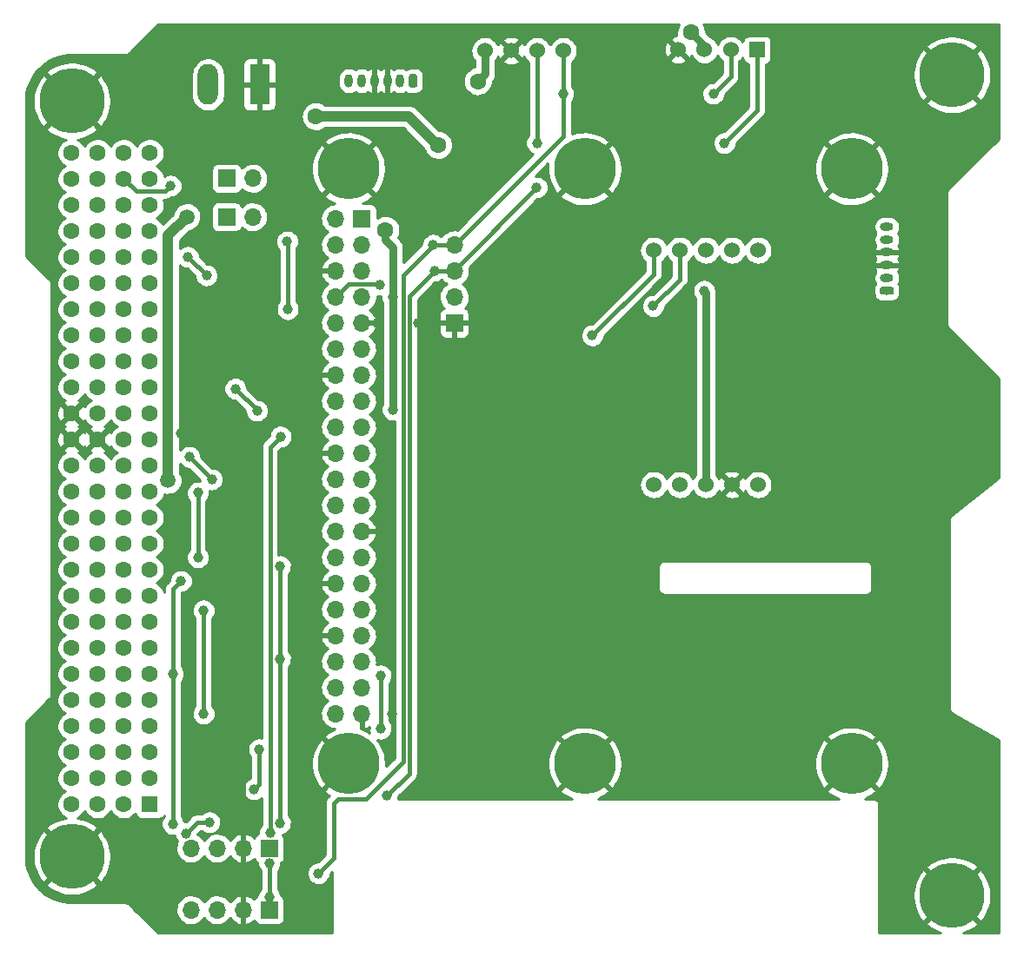
<source format=gtl>
G04 #@! TF.GenerationSoftware,KiCad,Pcbnew,6.0.0-unknown-920f128~86~ubuntu18.04.1*
G04 #@! TF.CreationDate,2019-07-19T16:23:03-04:00*
G04 #@! TF.ProjectId,OBC,4f42432e-6b69-4636-9164-5f7063625858,rev?*
G04 #@! TF.SameCoordinates,Original*
G04 #@! TF.FileFunction,Copper,L1,Top*
G04 #@! TF.FilePolarity,Positive*
%FSLAX46Y46*%
G04 Gerber Fmt 4.6, Leading zero omitted, Abs format (unit mm)*
G04 Created by KiCad (PCBNEW 6.0.0-unknown-920f128~86~ubuntu18.04.1) date 2019-07-19 16:23:03*
%MOMM*%
%LPD*%
G04 APERTURE LIST*
%ADD10C,6.000000*%
%ADD11O,1.700000X1.700000*%
%ADD12R,1.700000X1.700000*%
%ADD13C,6.350000*%
%ADD14C,1.600000*%
%ADD15R,1.600000X1.600000*%
%ADD16O,1.300000X0.800000*%
%ADD17C,0.100000*%
%ADD18C,0.800000*%
%ADD19O,0.800000X1.300000*%
%ADD20C,1.524000*%
%ADD21R,1.524000X1.524000*%
%ADD22O,1.980000X3.960000*%
%ADD23R,1.980000X3.960000*%
%ADD24C,1.000000*%
%ADD25C,1.500000*%
%ADD26C,0.400000*%
%ADD27C,0.800000*%
%ADD28C,1.000000*%
%ADD29C,0.254000*%
G04 APERTURE END LIST*
D10*
X120180000Y-118570000D03*
X143180000Y-60570000D03*
X143180000Y-118570000D03*
X120180000Y-60570000D03*
D11*
X118910000Y-113700000D03*
X121450000Y-113700000D03*
X118910000Y-95920000D03*
X121450000Y-95920000D03*
X118910000Y-90840000D03*
X121450000Y-90840000D03*
X118910000Y-101000000D03*
X121450000Y-101000000D03*
X118910000Y-73060000D03*
X121450000Y-73060000D03*
X118910000Y-103540000D03*
X121450000Y-103540000D03*
X118910000Y-85760000D03*
X121450000Y-85760000D03*
X118910000Y-108620000D03*
X121450000Y-108620000D03*
X118910000Y-106080000D03*
X121450000Y-106080000D03*
X118910000Y-111160000D03*
X121450000Y-111160000D03*
X118910000Y-88300000D03*
X121450000Y-88300000D03*
X118910000Y-75600000D03*
X121450000Y-75600000D03*
X118910000Y-80680000D03*
X121450000Y-80680000D03*
X118910000Y-98460000D03*
X121450000Y-98460000D03*
X118910000Y-78140000D03*
X121450000Y-78140000D03*
X118910000Y-93380000D03*
X121450000Y-93380000D03*
D12*
X121450000Y-65440000D03*
D11*
X118910000Y-65440000D03*
X121450000Y-70520000D03*
X118910000Y-67980000D03*
X118910000Y-83220000D03*
X121450000Y-83220000D03*
X121450000Y-67980000D03*
X118910000Y-70520000D03*
X110840000Y-61500000D03*
D12*
X108300000Y-61500000D03*
D13*
X178955000Y-51405000D03*
X178955000Y-131415000D03*
D14*
X95745000Y-122525000D03*
X93205000Y-122525000D03*
X95745000Y-119985000D03*
X93205000Y-119985000D03*
X95745000Y-117445000D03*
X93205000Y-117445000D03*
X95745000Y-114905000D03*
X93205000Y-114905000D03*
X95745000Y-112365000D03*
X93205000Y-112365000D03*
X95745000Y-109825000D03*
X93205000Y-109825000D03*
X95745000Y-107285000D03*
X93205000Y-107285000D03*
X95745000Y-104745000D03*
X93205000Y-104745000D03*
X95745000Y-102205000D03*
X93205000Y-102205000D03*
X95745000Y-99665000D03*
X93205000Y-99665000D03*
X95745000Y-97125000D03*
X93205000Y-97125000D03*
X95745000Y-94585000D03*
X93205000Y-94585000D03*
X95745000Y-92045000D03*
X93205000Y-92045000D03*
X95745000Y-89505000D03*
X93205000Y-89505000D03*
X95745000Y-86965000D03*
X93205000Y-86965000D03*
X95745000Y-84425000D03*
X93205000Y-84425000D03*
X95745000Y-81885000D03*
X93205000Y-81885000D03*
X95745000Y-79345000D03*
X93205000Y-79345000D03*
X95745000Y-76805000D03*
X93205000Y-76805000D03*
X95745000Y-74265000D03*
X93205000Y-74265000D03*
X95745000Y-71725000D03*
X93205000Y-71725000D03*
X95745000Y-69185000D03*
X93205000Y-69185000D03*
X95745000Y-66645000D03*
X93205000Y-66645000D03*
X95745000Y-64105000D03*
X93205000Y-64105000D03*
X95745000Y-61565000D03*
X93205000Y-61565000D03*
X95745000Y-59025000D03*
X93205000Y-59025000D03*
D15*
X100825000Y-122525000D03*
D14*
X98285000Y-122525000D03*
X100825000Y-119985000D03*
X98285000Y-119985000D03*
X100825000Y-117445000D03*
X98285000Y-117445000D03*
X100825000Y-114905000D03*
X98285000Y-114905000D03*
X100825000Y-112365000D03*
X98285000Y-112365000D03*
X100825000Y-109825000D03*
X98285000Y-109825000D03*
X100825000Y-107285000D03*
X98285000Y-107285000D03*
X100825000Y-104745000D03*
X98285000Y-104745000D03*
X100825000Y-102205000D03*
X98285000Y-102205000D03*
X100825000Y-99665000D03*
X98285000Y-99665000D03*
X100825000Y-97125000D03*
X98285000Y-97125000D03*
X100825000Y-94585000D03*
X98285000Y-94585000D03*
X100825000Y-92045000D03*
X98285000Y-92045000D03*
X100825000Y-89505000D03*
X98285000Y-89505000D03*
X100825000Y-86965000D03*
X98285000Y-86965000D03*
X100825000Y-84425000D03*
X98285000Y-84425000D03*
X100825000Y-81885000D03*
X98285000Y-81885000D03*
X100825000Y-79345000D03*
X98285000Y-79345000D03*
X100825000Y-76805000D03*
X98285000Y-76805000D03*
X100825000Y-74265000D03*
X98285000Y-74265000D03*
X100825000Y-71725000D03*
X98285000Y-71725000D03*
X100825000Y-69185000D03*
X98285000Y-69185000D03*
X100825000Y-66645000D03*
X98285000Y-66645000D03*
X100825000Y-64105000D03*
X98285000Y-64105000D03*
X100825000Y-61565000D03*
X98285000Y-61565000D03*
X100825000Y-59025000D03*
X98285000Y-59025000D03*
D13*
X93225000Y-53945000D03*
X93225000Y-127605000D03*
D10*
X169180000Y-60570000D03*
X169180000Y-118570000D03*
D11*
X130475000Y-67980000D03*
X130475000Y-70520000D03*
X130475000Y-73060000D03*
D12*
X130475000Y-75600000D03*
D16*
X172600000Y-66200000D03*
X172600000Y-67450000D03*
X172600000Y-68700000D03*
X172600000Y-69950000D03*
X172600000Y-71200000D03*
D17*
G36*
X173126537Y-72065224D02*
G01*
X173191421Y-72108579D01*
X173234776Y-72173463D01*
X173250000Y-72250000D01*
X173250000Y-72650000D01*
X173234776Y-72726537D01*
X173191421Y-72791421D01*
X173126537Y-72834776D01*
X173050000Y-72850000D01*
X172150000Y-72850000D01*
X172073463Y-72834776D01*
X172008579Y-72791421D01*
X171965224Y-72726537D01*
X171950000Y-72650000D01*
X171950000Y-72250000D01*
X171965224Y-72173463D01*
X172008579Y-72108579D01*
X172073463Y-72065224D01*
X172150000Y-72050000D01*
X173050000Y-72050000D01*
X173126537Y-72065224D01*
X173126537Y-72065224D01*
G37*
D18*
X172600000Y-72450000D03*
D19*
X120200000Y-51975000D03*
X121450000Y-51975000D03*
X122700000Y-51975000D03*
X123950000Y-51975000D03*
X125200000Y-51975000D03*
D17*
G36*
X126726537Y-51340224D02*
G01*
X126791421Y-51383579D01*
X126834776Y-51448463D01*
X126850000Y-51525000D01*
X126850000Y-52425000D01*
X126834776Y-52501537D01*
X126791421Y-52566421D01*
X126726537Y-52609776D01*
X126650000Y-52625000D01*
X126250000Y-52625000D01*
X126173463Y-52609776D01*
X126108579Y-52566421D01*
X126065224Y-52501537D01*
X126050000Y-52425000D01*
X126050000Y-51525000D01*
X126065224Y-51448463D01*
X126108579Y-51383579D01*
X126173463Y-51340224D01*
X126250000Y-51325000D01*
X126650000Y-51325000D01*
X126726537Y-51340224D01*
X126726537Y-51340224D01*
G37*
D18*
X126450000Y-51975000D03*
D20*
X160055000Y-68495000D03*
X157515000Y-68495000D03*
X154975000Y-68495000D03*
X152435000Y-68495000D03*
X149895000Y-68495000D03*
X149895000Y-91355000D03*
X152435000Y-91355000D03*
X154975000Y-91355000D03*
X157515000Y-91355000D03*
X160055000Y-91355000D03*
X152280000Y-48955000D03*
X154840000Y-48955000D03*
X157400000Y-48955000D03*
D21*
X159960000Y-48955000D03*
D20*
X141085000Y-49045000D03*
X138545000Y-49045000D03*
X136005000Y-49045000D03*
X133465000Y-49045000D03*
D11*
X104830000Y-132800000D03*
X107370000Y-132800000D03*
X109910000Y-132800000D03*
D12*
X112450000Y-132800000D03*
D11*
X104830000Y-126800000D03*
X107370000Y-126800000D03*
X109910000Y-126800000D03*
D12*
X112450000Y-126800000D03*
D22*
X106500000Y-52350000D03*
D23*
X111500000Y-52350000D03*
D11*
X110840000Y-65250000D03*
D12*
X108300000Y-65250000D03*
D24*
X109850000Y-106075000D03*
X124075000Y-99725000D03*
X127450000Y-97125000D03*
X124100000Y-97125000D03*
X123000000Y-75600000D03*
X124450000Y-113700000D03*
X127850000Y-113700000D03*
X112450000Y-128250000D03*
X112450000Y-131550000D03*
X154800000Y-72450000D03*
X113575001Y-86660000D03*
X124475000Y-73075000D03*
X112525000Y-125275000D03*
D14*
X123775000Y-66525000D03*
D24*
X124475000Y-84050000D03*
D14*
X132775000Y-52025000D03*
D24*
X114950000Y-63800000D03*
X110825000Y-88125000D03*
X109850000Y-119950000D03*
X104350000Y-125350000D03*
X106625000Y-124275000D03*
X113500000Y-124375000D03*
X103050000Y-124450000D03*
X126975000Y-75600000D03*
X143900000Y-76825000D03*
X149825000Y-73950000D03*
X123200000Y-71850000D03*
X155700000Y-53250000D03*
X141085000Y-53285000D03*
X156775000Y-58050000D03*
X138500000Y-62400000D03*
X138525000Y-58050000D03*
D14*
X153550000Y-47275000D03*
X128900000Y-58225000D03*
X116979999Y-55445001D03*
D24*
X128525000Y-70525000D03*
X128425000Y-67975000D03*
X103850000Y-86350000D03*
X116450000Y-70500000D03*
X114250000Y-74250000D03*
X114200000Y-67650000D03*
X112500000Y-70500000D03*
X116400000Y-80700000D03*
X111250000Y-84150000D03*
X109150000Y-82000000D03*
X116250000Y-87350000D03*
X106850000Y-90850000D03*
X104650000Y-88650000D03*
X105500000Y-92150000D03*
X105500000Y-98450000D03*
X116400000Y-101000000D03*
X116250000Y-106100000D03*
X103050000Y-109800000D03*
X103850000Y-100750000D03*
X113500000Y-99300000D03*
X113500000Y-108350000D03*
X106050000Y-103600000D03*
X106050000Y-113700000D03*
X110950000Y-121050000D03*
X111450000Y-117150000D03*
D25*
X102600000Y-90950000D03*
D24*
X106350000Y-70975000D03*
X104525000Y-69150000D03*
X160900000Y-60600000D03*
X164280000Y-60570000D03*
X130500000Y-79425000D03*
X168600000Y-69950000D03*
X168625000Y-74350000D03*
D25*
X104425000Y-65250000D03*
D24*
X123925000Y-57825000D03*
X125750000Y-63575000D03*
X102850000Y-62200000D03*
X123300000Y-115150000D03*
X123300000Y-109950000D03*
X117250000Y-129250000D03*
X123900000Y-121700000D03*
X127350000Y-118550000D03*
D26*
X113575001Y-86660000D02*
X112525000Y-87710001D01*
X112525000Y-87710001D02*
X112525000Y-125275000D01*
X112450000Y-131550000D02*
X112450000Y-128250000D01*
D27*
X133465000Y-51335000D02*
X132775000Y-52025000D01*
X123775000Y-66525000D02*
X123775000Y-67505002D01*
X154975000Y-91355000D02*
X154975000Y-72625000D01*
X133465000Y-49045000D02*
X133465000Y-51335000D01*
X124475000Y-73075000D02*
X124475000Y-84050000D01*
D26*
X154975000Y-72625000D02*
X154800000Y-72450000D01*
D27*
X124475000Y-68205002D02*
X124475000Y-73075000D01*
X123775000Y-67505002D02*
X124475000Y-68205002D01*
D26*
X116450000Y-65300000D02*
X114950000Y-63800000D01*
X116450000Y-70500000D02*
X116450000Y-65300000D01*
X109910000Y-120010000D02*
X109850000Y-119950000D01*
X109910000Y-126800000D02*
X109910000Y-120010000D01*
X105425000Y-124275000D02*
X104350000Y-125350000D01*
X106625000Y-124275000D02*
X105425000Y-124275000D01*
X113500000Y-108350000D02*
X113500000Y-124375000D01*
X103050000Y-109800000D02*
X103050000Y-124450000D01*
X143900000Y-76825000D02*
X149895000Y-70830000D01*
X149895000Y-70830000D02*
X149895000Y-68495000D01*
X152435000Y-68495000D02*
X152435000Y-71340000D01*
X152435000Y-71340000D02*
X149825000Y-73950000D01*
X120160001Y-71809999D02*
X123159999Y-71809999D01*
X118910000Y-73060000D02*
X120160001Y-71809999D01*
X123159999Y-71809999D02*
X123200000Y-71850000D01*
X157400000Y-48955000D02*
X157400000Y-51550000D01*
X157400000Y-51550000D02*
X155700000Y-53250000D01*
X141085000Y-49045000D02*
X141085000Y-53285000D01*
X141085000Y-53285000D02*
X141085000Y-57370000D01*
X159960000Y-48955000D02*
X159960000Y-54865000D01*
X159960000Y-54865000D02*
X156775000Y-58050000D01*
X138500000Y-62400000D02*
X130475000Y-70425000D01*
X130475000Y-70425000D02*
X130475000Y-70520000D01*
X138545000Y-58030000D02*
X138525000Y-58050000D01*
X138545000Y-49045000D02*
X138545000Y-58030000D01*
X141085000Y-57370000D02*
X130475000Y-67980000D01*
X154840000Y-48955000D02*
X154840000Y-48565000D01*
D27*
X154840000Y-48565000D02*
X153550000Y-47275000D01*
D28*
X128775000Y-58225000D02*
X128900000Y-58225000D01*
X125995001Y-55445001D02*
X128775000Y-58225000D01*
X116979999Y-55445001D02*
X125995001Y-55445001D01*
D26*
X128525000Y-70525000D02*
X130470000Y-70525000D01*
X130470000Y-70525000D02*
X130475000Y-70520000D01*
X128425000Y-67975000D02*
X130470000Y-67975000D01*
X130470000Y-67975000D02*
X130475000Y-67980000D01*
X114250000Y-74250000D02*
X114250000Y-67700000D01*
X114250000Y-67700000D02*
X114200000Y-67650000D01*
X111250000Y-84150000D02*
X111250000Y-84100000D01*
X111250000Y-84100000D02*
X109150000Y-82000000D01*
X106850000Y-90850000D02*
X104650000Y-88650000D01*
X105500000Y-92150000D02*
X105500000Y-98450000D01*
X103050000Y-109800000D02*
X103050000Y-101550000D01*
X103050000Y-101550000D02*
X103850000Y-100750000D01*
X113500000Y-99300000D02*
X113500000Y-108350000D01*
X106050000Y-103600000D02*
X106050000Y-113700000D01*
X110950000Y-121050000D02*
X111450000Y-120550000D01*
X111450000Y-120550000D02*
X111450000Y-117150000D01*
D28*
X102600000Y-90950000D02*
X102600000Y-68743998D01*
D26*
X104525000Y-69150000D02*
X106350000Y-70975000D01*
X130475000Y-75600000D02*
X130475000Y-79400000D01*
X130475000Y-79400000D02*
X130500000Y-79425000D01*
X168600000Y-69950000D02*
X168600000Y-74325000D01*
X168600000Y-74325000D02*
X168625000Y-74350000D01*
D28*
X102600000Y-68743998D02*
X102600000Y-67075000D01*
X102600000Y-67075000D02*
X104425000Y-65250000D01*
D26*
X125744999Y-63569999D02*
X125750000Y-63575000D01*
X120180000Y-60570000D02*
X123179999Y-63569999D01*
X123179999Y-63569999D02*
X125744999Y-63569999D01*
X102284999Y-62765001D02*
X102850000Y-62200000D01*
X98285000Y-61565000D02*
X99485001Y-62765001D01*
X99485001Y-62765001D02*
X102284999Y-62765001D01*
X123300000Y-115150000D02*
X123300000Y-109950000D01*
X127925001Y-68474999D02*
X128425000Y-67975000D01*
X125474989Y-70925011D02*
X127925001Y-68474999D01*
X125474989Y-118325011D02*
X125474989Y-70925011D01*
X121829999Y-121970001D02*
X125474989Y-118325011D01*
X119152879Y-121970001D02*
X121829999Y-121970001D01*
X118724990Y-122397890D02*
X119152879Y-121970001D01*
X118724990Y-127775010D02*
X118724990Y-122397890D01*
X117250000Y-129250000D02*
X118724990Y-127775010D01*
X128025001Y-71024999D02*
X128525000Y-70525000D01*
X126074999Y-72975001D02*
X128025001Y-71024999D01*
X126074999Y-119525001D02*
X126074999Y-72975001D01*
X123900000Y-121700000D02*
X126074999Y-119525001D01*
D29*
G36*
X123182058Y-72992182D02*
G01*
X123341933Y-72975378D01*
X123339576Y-73200352D01*
X123402252Y-73467570D01*
X123441000Y-73543618D01*
X123441001Y-83578555D01*
X123410708Y-83635050D01*
X123342451Y-83900897D01*
X123339576Y-84175352D01*
X123402252Y-84442570D01*
X123526858Y-84687124D01*
X123706203Y-84894897D01*
X123929931Y-85053893D01*
X124185126Y-85154932D01*
X124457058Y-85192182D01*
X124640990Y-85172849D01*
X124640989Y-117979558D01*
X123809310Y-118811238D01*
X123813488Y-118773089D01*
X123814176Y-118379596D01*
X123773354Y-117994438D01*
X123691847Y-117615852D01*
X123570571Y-117248071D01*
X123410899Y-116895261D01*
X123214642Y-116561415D01*
X122984018Y-116250315D01*
X122975724Y-116241311D01*
X123010126Y-116254932D01*
X123282058Y-116292182D01*
X123555024Y-116263491D01*
X123813267Y-116170518D01*
X124041879Y-116018628D01*
X124227661Y-115816592D01*
X124359888Y-115576072D01*
X124431099Y-115310308D01*
X124434209Y-115013416D01*
X124368579Y-114746218D01*
X124241417Y-114502981D01*
X124134000Y-114381140D01*
X124134000Y-110718447D01*
X124227661Y-110616592D01*
X124359888Y-110376072D01*
X124431099Y-110110308D01*
X124434209Y-109813416D01*
X124368579Y-109546218D01*
X124241417Y-109302981D01*
X124059907Y-109097098D01*
X123834526Y-108940455D01*
X123578286Y-108842094D01*
X123305981Y-108807694D01*
X123033330Y-108839241D01*
X122911967Y-108884375D01*
X122937708Y-108690159D01*
X122928260Y-108438492D01*
X122876544Y-108192017D01*
X122784039Y-107957778D01*
X122653390Y-107742474D01*
X122488331Y-107552261D01*
X122293584Y-107392578D01*
X122219939Y-107350657D01*
X122383240Y-107240716D01*
X122565466Y-107066881D01*
X122715797Y-106864828D01*
X122829936Y-106640334D01*
X122904618Y-106399819D01*
X122937708Y-106150159D01*
X122928260Y-105898492D01*
X122876544Y-105652017D01*
X122784039Y-105417778D01*
X122653390Y-105202474D01*
X122488331Y-105012261D01*
X122293584Y-104852578D01*
X122219939Y-104810657D01*
X122383240Y-104700716D01*
X122565466Y-104526881D01*
X122715797Y-104324828D01*
X122829936Y-104100334D01*
X122904618Y-103859819D01*
X122937708Y-103610159D01*
X122928260Y-103358492D01*
X122876544Y-103112017D01*
X122784039Y-102877778D01*
X122653390Y-102662474D01*
X122488331Y-102472261D01*
X122293584Y-102312578D01*
X122219939Y-102270657D01*
X122383240Y-102160716D01*
X122565466Y-101986881D01*
X122715797Y-101784828D01*
X122829936Y-101560334D01*
X122904618Y-101319819D01*
X122937708Y-101070159D01*
X122928260Y-100818492D01*
X122876544Y-100572017D01*
X122784039Y-100337778D01*
X122653390Y-100122474D01*
X122488331Y-99932261D01*
X122293584Y-99772578D01*
X122219939Y-99730657D01*
X122383240Y-99620716D01*
X122565466Y-99446881D01*
X122715797Y-99244828D01*
X122829936Y-99020334D01*
X122904618Y-98779819D01*
X122937708Y-98530159D01*
X122928260Y-98278492D01*
X122876544Y-98032017D01*
X122784039Y-97797778D01*
X122653390Y-97582474D01*
X122488331Y-97392261D01*
X122293584Y-97232578D01*
X122219939Y-97190657D01*
X122383240Y-97080716D01*
X122565466Y-96906881D01*
X122715797Y-96704828D01*
X122829936Y-96480334D01*
X122904618Y-96239819D01*
X122930043Y-96048000D01*
X121322000Y-96048000D01*
X121322000Y-95792000D01*
X122939487Y-95792000D01*
X122876544Y-95492017D01*
X122784039Y-95257778D01*
X122653390Y-95042474D01*
X122488331Y-94852261D01*
X122293584Y-94692578D01*
X122219939Y-94650657D01*
X122383240Y-94540716D01*
X122565466Y-94366881D01*
X122715797Y-94164828D01*
X122829936Y-93940334D01*
X122904618Y-93699819D01*
X122937708Y-93450159D01*
X122928260Y-93198492D01*
X122876544Y-92952017D01*
X122784039Y-92717778D01*
X122653390Y-92502474D01*
X122488331Y-92312261D01*
X122293584Y-92152578D01*
X122219939Y-92110657D01*
X122383240Y-92000716D01*
X122565466Y-91826881D01*
X122715797Y-91624828D01*
X122829936Y-91400334D01*
X122904618Y-91159819D01*
X122937708Y-90910159D01*
X122928260Y-90658492D01*
X122876544Y-90412017D01*
X122784039Y-90177778D01*
X122653390Y-89962474D01*
X122488331Y-89772261D01*
X122293584Y-89612578D01*
X122219939Y-89570657D01*
X122383240Y-89460716D01*
X122565466Y-89286881D01*
X122715797Y-89084828D01*
X122829936Y-88860334D01*
X122904618Y-88619819D01*
X122937708Y-88370159D01*
X122928260Y-88118492D01*
X122876544Y-87872017D01*
X122784039Y-87637778D01*
X122653390Y-87422474D01*
X122488331Y-87232261D01*
X122293584Y-87072578D01*
X122219939Y-87030657D01*
X122383240Y-86920716D01*
X122565466Y-86746881D01*
X122715797Y-86544828D01*
X122829936Y-86320334D01*
X122904618Y-86079819D01*
X122937708Y-85830159D01*
X122928260Y-85578492D01*
X122876544Y-85332017D01*
X122784039Y-85097778D01*
X122653390Y-84882474D01*
X122488331Y-84692261D01*
X122293584Y-84532578D01*
X122219939Y-84490657D01*
X122383240Y-84380716D01*
X122565466Y-84206881D01*
X122715797Y-84004828D01*
X122829936Y-83780334D01*
X122904618Y-83539819D01*
X122937708Y-83290159D01*
X122928260Y-83038492D01*
X122876544Y-82792017D01*
X122784039Y-82557778D01*
X122653390Y-82342474D01*
X122488331Y-82152261D01*
X122293584Y-81992578D01*
X122219939Y-81950657D01*
X122383240Y-81840716D01*
X122565466Y-81666881D01*
X122715797Y-81464828D01*
X122829936Y-81240334D01*
X122904618Y-80999819D01*
X122937708Y-80750159D01*
X122928260Y-80498492D01*
X122876544Y-80252017D01*
X122784039Y-80017778D01*
X122653390Y-79802474D01*
X122488331Y-79612261D01*
X122293584Y-79452578D01*
X122219939Y-79410657D01*
X122383240Y-79300716D01*
X122565466Y-79126881D01*
X122715797Y-78924828D01*
X122829936Y-78700334D01*
X122904618Y-78459819D01*
X122937708Y-78210159D01*
X122928260Y-77958492D01*
X122876544Y-77712017D01*
X122784039Y-77477778D01*
X122653390Y-77262474D01*
X122488331Y-77072261D01*
X122293584Y-76912578D01*
X122219939Y-76870657D01*
X122383240Y-76760716D01*
X122565466Y-76586881D01*
X122715797Y-76384828D01*
X122829936Y-76160334D01*
X122904618Y-75919819D01*
X122930043Y-75728000D01*
X121322000Y-75728000D01*
X121322000Y-75472000D01*
X122939487Y-75472000D01*
X122876544Y-75172017D01*
X122784039Y-74937778D01*
X122653390Y-74722474D01*
X122488331Y-74532261D01*
X122293584Y-74372578D01*
X122219939Y-74330657D01*
X122383240Y-74220716D01*
X122565466Y-74046881D01*
X122715797Y-73844828D01*
X122829936Y-73620334D01*
X122904618Y-73379819D01*
X122937708Y-73130159D01*
X122931238Y-72957824D01*
X123182058Y-72992182D01*
X123182058Y-72992182D01*
G37*
X123182058Y-72992182D02*
X123341933Y-72975378D01*
X123339576Y-73200352D01*
X123402252Y-73467570D01*
X123441000Y-73543618D01*
X123441001Y-83578555D01*
X123410708Y-83635050D01*
X123342451Y-83900897D01*
X123339576Y-84175352D01*
X123402252Y-84442570D01*
X123526858Y-84687124D01*
X123706203Y-84894897D01*
X123929931Y-85053893D01*
X124185126Y-85154932D01*
X124457058Y-85192182D01*
X124640990Y-85172849D01*
X124640989Y-117979558D01*
X123809310Y-118811238D01*
X123813488Y-118773089D01*
X123814176Y-118379596D01*
X123773354Y-117994438D01*
X123691847Y-117615852D01*
X123570571Y-117248071D01*
X123410899Y-116895261D01*
X123214642Y-116561415D01*
X122984018Y-116250315D01*
X122975724Y-116241311D01*
X123010126Y-116254932D01*
X123282058Y-116292182D01*
X123555024Y-116263491D01*
X123813267Y-116170518D01*
X124041879Y-116018628D01*
X124227661Y-115816592D01*
X124359888Y-115576072D01*
X124431099Y-115310308D01*
X124434209Y-115013416D01*
X124368579Y-114746218D01*
X124241417Y-114502981D01*
X124134000Y-114381140D01*
X124134000Y-110718447D01*
X124227661Y-110616592D01*
X124359888Y-110376072D01*
X124431099Y-110110308D01*
X124434209Y-109813416D01*
X124368579Y-109546218D01*
X124241417Y-109302981D01*
X124059907Y-109097098D01*
X123834526Y-108940455D01*
X123578286Y-108842094D01*
X123305981Y-108807694D01*
X123033330Y-108839241D01*
X122911967Y-108884375D01*
X122937708Y-108690159D01*
X122928260Y-108438492D01*
X122876544Y-108192017D01*
X122784039Y-107957778D01*
X122653390Y-107742474D01*
X122488331Y-107552261D01*
X122293584Y-107392578D01*
X122219939Y-107350657D01*
X122383240Y-107240716D01*
X122565466Y-107066881D01*
X122715797Y-106864828D01*
X122829936Y-106640334D01*
X122904618Y-106399819D01*
X122937708Y-106150159D01*
X122928260Y-105898492D01*
X122876544Y-105652017D01*
X122784039Y-105417778D01*
X122653390Y-105202474D01*
X122488331Y-105012261D01*
X122293584Y-104852578D01*
X122219939Y-104810657D01*
X122383240Y-104700716D01*
X122565466Y-104526881D01*
X122715797Y-104324828D01*
X122829936Y-104100334D01*
X122904618Y-103859819D01*
X122937708Y-103610159D01*
X122928260Y-103358492D01*
X122876544Y-103112017D01*
X122784039Y-102877778D01*
X122653390Y-102662474D01*
X122488331Y-102472261D01*
X122293584Y-102312578D01*
X122219939Y-102270657D01*
X122383240Y-102160716D01*
X122565466Y-101986881D01*
X122715797Y-101784828D01*
X122829936Y-101560334D01*
X122904618Y-101319819D01*
X122937708Y-101070159D01*
X122928260Y-100818492D01*
X122876544Y-100572017D01*
X122784039Y-100337778D01*
X122653390Y-100122474D01*
X122488331Y-99932261D01*
X122293584Y-99772578D01*
X122219939Y-99730657D01*
X122383240Y-99620716D01*
X122565466Y-99446881D01*
X122715797Y-99244828D01*
X122829936Y-99020334D01*
X122904618Y-98779819D01*
X122937708Y-98530159D01*
X122928260Y-98278492D01*
X122876544Y-98032017D01*
X122784039Y-97797778D01*
X122653390Y-97582474D01*
X122488331Y-97392261D01*
X122293584Y-97232578D01*
X122219939Y-97190657D01*
X122383240Y-97080716D01*
X122565466Y-96906881D01*
X122715797Y-96704828D01*
X122829936Y-96480334D01*
X122904618Y-96239819D01*
X122930043Y-96048000D01*
X121322000Y-96048000D01*
X121322000Y-95792000D01*
X122939487Y-95792000D01*
X122876544Y-95492017D01*
X122784039Y-95257778D01*
X122653390Y-95042474D01*
X122488331Y-94852261D01*
X122293584Y-94692578D01*
X122219939Y-94650657D01*
X122383240Y-94540716D01*
X122565466Y-94366881D01*
X122715797Y-94164828D01*
X122829936Y-93940334D01*
X122904618Y-93699819D01*
X122937708Y-93450159D01*
X122928260Y-93198492D01*
X122876544Y-92952017D01*
X122784039Y-92717778D01*
X122653390Y-92502474D01*
X122488331Y-92312261D01*
X122293584Y-92152578D01*
X122219939Y-92110657D01*
X122383240Y-92000716D01*
X122565466Y-91826881D01*
X122715797Y-91624828D01*
X122829936Y-91400334D01*
X122904618Y-91159819D01*
X122937708Y-90910159D01*
X122928260Y-90658492D01*
X122876544Y-90412017D01*
X122784039Y-90177778D01*
X122653390Y-89962474D01*
X122488331Y-89772261D01*
X122293584Y-89612578D01*
X122219939Y-89570657D01*
X122383240Y-89460716D01*
X122565466Y-89286881D01*
X122715797Y-89084828D01*
X122829936Y-88860334D01*
X122904618Y-88619819D01*
X122937708Y-88370159D01*
X122928260Y-88118492D01*
X122876544Y-87872017D01*
X122784039Y-87637778D01*
X122653390Y-87422474D01*
X122488331Y-87232261D01*
X122293584Y-87072578D01*
X122219939Y-87030657D01*
X122383240Y-86920716D01*
X122565466Y-86746881D01*
X122715797Y-86544828D01*
X122829936Y-86320334D01*
X122904618Y-86079819D01*
X122937708Y-85830159D01*
X122928260Y-85578492D01*
X122876544Y-85332017D01*
X122784039Y-85097778D01*
X122653390Y-84882474D01*
X122488331Y-84692261D01*
X122293584Y-84532578D01*
X122219939Y-84490657D01*
X122383240Y-84380716D01*
X122565466Y-84206881D01*
X122715797Y-84004828D01*
X122829936Y-83780334D01*
X122904618Y-83539819D01*
X122937708Y-83290159D01*
X122928260Y-83038492D01*
X122876544Y-82792017D01*
X122784039Y-82557778D01*
X122653390Y-82342474D01*
X122488331Y-82152261D01*
X122293584Y-81992578D01*
X122219939Y-81950657D01*
X122383240Y-81840716D01*
X122565466Y-81666881D01*
X122715797Y-81464828D01*
X122829936Y-81240334D01*
X122904618Y-80999819D01*
X122937708Y-80750159D01*
X122928260Y-80498492D01*
X122876544Y-80252017D01*
X122784039Y-80017778D01*
X122653390Y-79802474D01*
X122488331Y-79612261D01*
X122293584Y-79452578D01*
X122219939Y-79410657D01*
X122383240Y-79300716D01*
X122565466Y-79126881D01*
X122715797Y-78924828D01*
X122829936Y-78700334D01*
X122904618Y-78459819D01*
X122937708Y-78210159D01*
X122928260Y-77958492D01*
X122876544Y-77712017D01*
X122784039Y-77477778D01*
X122653390Y-77262474D01*
X122488331Y-77072261D01*
X122293584Y-76912578D01*
X122219939Y-76870657D01*
X122383240Y-76760716D01*
X122565466Y-76586881D01*
X122715797Y-76384828D01*
X122829936Y-76160334D01*
X122904618Y-75919819D01*
X122930043Y-75728000D01*
X121322000Y-75728000D01*
X121322000Y-75472000D01*
X122939487Y-75472000D01*
X122876544Y-75172017D01*
X122784039Y-74937778D01*
X122653390Y-74722474D01*
X122488331Y-74532261D01*
X122293584Y-74372578D01*
X122219939Y-74330657D01*
X122383240Y-74220716D01*
X122565466Y-74046881D01*
X122715797Y-73844828D01*
X122829936Y-73620334D01*
X122904618Y-73379819D01*
X122937708Y-73130159D01*
X122931238Y-72957824D01*
X123182058Y-72992182D01*
G36*
X121578000Y-115199978D02*
G01*
X121944708Y-115104800D01*
X122167413Y-115004478D01*
X122164576Y-115275352D01*
X122227252Y-115542570D01*
X122246699Y-115580736D01*
X122113843Y-115487190D01*
X121775301Y-115299147D01*
X121418695Y-115148144D01*
X121322000Y-115118858D01*
X121322000Y-113572000D01*
X121578000Y-113572000D01*
X121578000Y-115199978D01*
X121578000Y-115199978D01*
G37*
X121578000Y-115199978D02*
X121944708Y-115104800D01*
X122167413Y-115004478D01*
X122164576Y-115275352D01*
X122227252Y-115542570D01*
X122246699Y-115580736D01*
X122113843Y-115487190D01*
X121775301Y-115299147D01*
X121418695Y-115148144D01*
X121322000Y-115118858D01*
X121322000Y-113572000D01*
X121578000Y-113572000D01*
X121578000Y-115199978D01*
G36*
X171859000Y-122613539D02*
G01*
X171859583Y-122518073D01*
X171846509Y-122472328D01*
X171839764Y-122425232D01*
X171821684Y-122385467D01*
X171809677Y-122343460D01*
X171784294Y-122303229D01*
X171764598Y-122259911D01*
X171736080Y-122226816D01*
X171712773Y-122189874D01*
X171677111Y-122158379D01*
X171646054Y-122122336D01*
X171609399Y-122098578D01*
X171576654Y-122069658D01*
X171533584Y-122049436D01*
X171493662Y-122023561D01*
X171451817Y-122011047D01*
X171411912Y-121992311D01*
X171366454Y-121985517D01*
X171319673Y-121971527D01*
X171270832Y-121971228D01*
X171269306Y-121971000D01*
X171233539Y-121971000D01*
X171138074Y-121970417D01*
X171136034Y-121971000D01*
X170466739Y-121971000D01*
X170763874Y-121846401D01*
X171103070Y-121659541D01*
X171420489Y-121437694D01*
X171658986Y-121230005D01*
X169180000Y-118751019D01*
X166693659Y-121237360D01*
X167082272Y-121543718D01*
X167410150Y-121749794D01*
X167758068Y-121919861D01*
X167898954Y-121971000D01*
X144466739Y-121971000D01*
X144763874Y-121846401D01*
X145103070Y-121659541D01*
X145420489Y-121437694D01*
X145658986Y-121230005D01*
X143180000Y-118751019D01*
X140693659Y-121237360D01*
X141082272Y-121543718D01*
X141410150Y-121749794D01*
X141758068Y-121919861D01*
X141898954Y-121971000D01*
X125001440Y-121971000D01*
X125031099Y-121860308D01*
X125032284Y-121747169D01*
X126598659Y-120180794D01*
X126621081Y-120166647D01*
X126683639Y-120095814D01*
X126707019Y-120072435D01*
X126722336Y-120051999D01*
X126779220Y-119987590D01*
X126793666Y-119956823D01*
X126814052Y-119929621D01*
X126844218Y-119849151D01*
X126880916Y-119770988D01*
X126885820Y-119738176D01*
X126897908Y-119705930D01*
X126905099Y-119609175D01*
X126908999Y-119583075D01*
X126908999Y-119556684D01*
X126915613Y-119467694D01*
X126908999Y-119436710D01*
X126908999Y-118563649D01*
X139540848Y-118563649D01*
X139560778Y-118950395D01*
X139621694Y-119332834D01*
X139722903Y-119706636D01*
X139863260Y-120067565D01*
X140041177Y-120411536D01*
X140254639Y-120734653D01*
X140516830Y-121052151D01*
X142998981Y-118570000D01*
X143361019Y-118570000D01*
X145838548Y-121047529D01*
X145975904Y-120899460D01*
X146207612Y-120589166D01*
X146405034Y-120256007D01*
X146565935Y-119903756D01*
X146688494Y-119536401D01*
X146771322Y-119158102D01*
X146813488Y-118773089D01*
X146813854Y-118563649D01*
X165540848Y-118563649D01*
X165560778Y-118950395D01*
X165621694Y-119332834D01*
X165722903Y-119706636D01*
X165863260Y-120067565D01*
X166041177Y-120411536D01*
X166254639Y-120734653D01*
X166516830Y-121052151D01*
X168998981Y-118570000D01*
X169361019Y-118570000D01*
X171838548Y-121047529D01*
X171975904Y-120899460D01*
X172207612Y-120589166D01*
X172405034Y-120256007D01*
X172565935Y-119903756D01*
X172688494Y-119536401D01*
X172771322Y-119158102D01*
X172813488Y-118773089D01*
X172814176Y-118379596D01*
X172773354Y-117994438D01*
X172691847Y-117615852D01*
X172570571Y-117248071D01*
X172410899Y-116895261D01*
X172214642Y-116561415D01*
X171984018Y-116250315D01*
X171838586Y-116092433D01*
X169361019Y-118570000D01*
X168998981Y-118570000D01*
X166517355Y-116088374D01*
X166262213Y-116395148D01*
X166047625Y-116717519D01*
X165868508Y-117060866D01*
X165726891Y-117421304D01*
X165624378Y-117794749D01*
X165562129Y-118176974D01*
X165540848Y-118563649D01*
X146813854Y-118563649D01*
X146814176Y-118379596D01*
X146773354Y-117994438D01*
X146691847Y-117615852D01*
X146570571Y-117248071D01*
X146410899Y-116895261D01*
X146214642Y-116561415D01*
X145984018Y-116250315D01*
X145838586Y-116092433D01*
X143361019Y-118570000D01*
X142998981Y-118570000D01*
X140517355Y-116088374D01*
X140262213Y-116395148D01*
X140047625Y-116717519D01*
X139868508Y-117060866D01*
X139726891Y-117421304D01*
X139624378Y-117794749D01*
X139562129Y-118176974D01*
X139540848Y-118563649D01*
X126908999Y-118563649D01*
X126908999Y-115901875D01*
X140692894Y-115901875D01*
X143180000Y-118388981D01*
X145658698Y-115910282D01*
X145649112Y-115901875D01*
X166692894Y-115901875D01*
X169180000Y-118388981D01*
X171658698Y-115910282D01*
X171430485Y-115710144D01*
X171113843Y-115487190D01*
X170775301Y-115299147D01*
X170418695Y-115148144D01*
X170048061Y-115035890D01*
X169667597Y-114963657D01*
X169281611Y-114932262D01*
X168894475Y-114942061D01*
X168510572Y-114992944D01*
X168134250Y-115084334D01*
X167769770Y-115215195D01*
X167421260Y-115384047D01*
X167092666Y-115588977D01*
X166692894Y-115901875D01*
X145649112Y-115901875D01*
X145430485Y-115710144D01*
X145113843Y-115487190D01*
X144775301Y-115299147D01*
X144418695Y-115148144D01*
X144048061Y-115035890D01*
X143667597Y-114963657D01*
X143281611Y-114932262D01*
X142894475Y-114942061D01*
X142510572Y-114992944D01*
X142134250Y-115084334D01*
X141769770Y-115215195D01*
X141421260Y-115384047D01*
X141092666Y-115588977D01*
X140692894Y-115901875D01*
X126908999Y-115901875D01*
X126908999Y-101536927D01*
X150340417Y-101536927D01*
X150353493Y-101582678D01*
X150360237Y-101629769D01*
X150378318Y-101669538D01*
X150390322Y-101711539D01*
X150415706Y-101751771D01*
X150435402Y-101795089D01*
X150463920Y-101828184D01*
X150487227Y-101865126D01*
X150522889Y-101896621D01*
X150553946Y-101932664D01*
X150590601Y-101956422D01*
X150623346Y-101985342D01*
X150666416Y-102005564D01*
X150706338Y-102031439D01*
X150748183Y-102043953D01*
X150788088Y-102062689D01*
X150833546Y-102069483D01*
X150880327Y-102083473D01*
X150929168Y-102083772D01*
X150930694Y-102084000D01*
X150966461Y-102084000D01*
X151061926Y-102084583D01*
X151063966Y-102084000D01*
X170516462Y-102084000D01*
X170611927Y-102084583D01*
X170657672Y-102071509D01*
X170704768Y-102064764D01*
X170744533Y-102046684D01*
X170786540Y-102034677D01*
X170826771Y-102009294D01*
X170870089Y-101989598D01*
X170903184Y-101961080D01*
X170940126Y-101937773D01*
X170971621Y-101902111D01*
X171007664Y-101871054D01*
X171031422Y-101834399D01*
X171060342Y-101801654D01*
X171080564Y-101758584D01*
X171106439Y-101718662D01*
X171118953Y-101676817D01*
X171137689Y-101636912D01*
X171144483Y-101591454D01*
X171158473Y-101544673D01*
X171158772Y-101495832D01*
X171159000Y-101494306D01*
X171159000Y-101458539D01*
X171159583Y-101363073D01*
X171159000Y-101361033D01*
X171159000Y-99408539D01*
X171159583Y-99313073D01*
X171146509Y-99267328D01*
X171139764Y-99220232D01*
X171121684Y-99180467D01*
X171109677Y-99138460D01*
X171084294Y-99098229D01*
X171064598Y-99054911D01*
X171036080Y-99021816D01*
X171012773Y-98984874D01*
X170977111Y-98953378D01*
X170946053Y-98917335D01*
X170909399Y-98893578D01*
X170876654Y-98864658D01*
X170833578Y-98844434D01*
X170793661Y-98818561D01*
X170751818Y-98806048D01*
X170711911Y-98787311D01*
X170666455Y-98780518D01*
X170619672Y-98766527D01*
X170570832Y-98766228D01*
X170569306Y-98766000D01*
X170533538Y-98766000D01*
X170438073Y-98765417D01*
X170436033Y-98766000D01*
X150983539Y-98766000D01*
X150888075Y-98765417D01*
X150842322Y-98778492D01*
X150795230Y-98785237D01*
X150755459Y-98803319D01*
X150713462Y-98815322D01*
X150673231Y-98840706D01*
X150629912Y-98860402D01*
X150596817Y-98888919D01*
X150559875Y-98912228D01*
X150528383Y-98947886D01*
X150492336Y-98978946D01*
X150468576Y-99015604D01*
X150439659Y-99048346D01*
X150419440Y-99091411D01*
X150393561Y-99131338D01*
X150381043Y-99173194D01*
X150362312Y-99213089D01*
X150355519Y-99258540D01*
X150341527Y-99305327D01*
X150341228Y-99354173D01*
X150341001Y-99355692D01*
X150341001Y-99391301D01*
X150340417Y-99486932D01*
X150341001Y-99488975D01*
X150341000Y-101441458D01*
X150340417Y-101536927D01*
X126908999Y-101536927D01*
X126908999Y-99486932D01*
X126908999Y-91318310D01*
X148493847Y-91318310D01*
X148509494Y-91567013D01*
X148568934Y-91809014D01*
X148670291Y-92036664D01*
X148810360Y-92242768D01*
X148984711Y-92420811D01*
X149187837Y-92565164D01*
X149413315Y-92671266D01*
X149654019Y-92735762D01*
X149902339Y-92756615D01*
X150150428Y-92733164D01*
X150390442Y-92666150D01*
X150614796Y-92557693D01*
X150816399Y-92411221D01*
X150988878Y-92231362D01*
X151126780Y-92023802D01*
X151165119Y-91935206D01*
X151210291Y-92036664D01*
X151350360Y-92242768D01*
X151524711Y-92420811D01*
X151727837Y-92565164D01*
X151953315Y-92671266D01*
X152194019Y-92735762D01*
X152442339Y-92756615D01*
X152690428Y-92733164D01*
X152930442Y-92666150D01*
X153154796Y-92557693D01*
X153356399Y-92411221D01*
X153528878Y-92231362D01*
X153666780Y-92023802D01*
X153705119Y-91935206D01*
X153750291Y-92036664D01*
X153890360Y-92242768D01*
X154064711Y-92420811D01*
X154267837Y-92565164D01*
X154493315Y-92671266D01*
X154734019Y-92735762D01*
X154982339Y-92756615D01*
X155230428Y-92733164D01*
X155470442Y-92666150D01*
X155694796Y-92557693D01*
X155868620Y-92431403D01*
X156619616Y-92431403D01*
X156807837Y-92565164D01*
X157033315Y-92671266D01*
X157274019Y-92735762D01*
X157522339Y-92756615D01*
X157770428Y-92733164D01*
X158010442Y-92666150D01*
X158234796Y-92557693D01*
X158409643Y-92430662D01*
X157515000Y-91536019D01*
X156619616Y-92431403D01*
X155868620Y-92431403D01*
X155896399Y-92411221D01*
X156068878Y-92231362D01*
X156206780Y-92023802D01*
X156245119Y-91935206D01*
X156290291Y-92036664D01*
X156436773Y-92252208D01*
X157333981Y-91355000D01*
X157696019Y-91355000D01*
X158594309Y-92253290D01*
X158746780Y-92023802D01*
X158785119Y-91935206D01*
X158830291Y-92036664D01*
X158970360Y-92242768D01*
X159144711Y-92420811D01*
X159347837Y-92565164D01*
X159573315Y-92671266D01*
X159814019Y-92735762D01*
X160062339Y-92756615D01*
X160310428Y-92733164D01*
X160550442Y-92666150D01*
X160774796Y-92557693D01*
X160976399Y-92411221D01*
X161148878Y-92231362D01*
X161286780Y-92023802D01*
X161385747Y-91795102D01*
X161443031Y-91550872D01*
X161451380Y-91232041D01*
X161406956Y-90985147D01*
X161320094Y-90751581D01*
X161193244Y-90537089D01*
X161030414Y-90348449D01*
X160836754Y-90191627D01*
X160618384Y-90071576D01*
X160382205Y-89992093D01*
X160135684Y-89955690D01*
X159886612Y-89963517D01*
X159642863Y-90015328D01*
X159412141Y-90109484D01*
X159201739Y-90243009D01*
X159018308Y-90411683D01*
X158867645Y-90610173D01*
X158786634Y-90769167D01*
X158780094Y-90751581D01*
X158601472Y-90449547D01*
X157696019Y-91355000D01*
X157333981Y-91355000D01*
X156440487Y-90461506D01*
X156327645Y-90610175D01*
X156246634Y-90769167D01*
X156240094Y-90751581D01*
X156113244Y-90537089D01*
X156009000Y-90416321D01*
X156009000Y-90273179D01*
X156614198Y-90273179D01*
X157515000Y-91173981D01*
X158426194Y-90262786D01*
X158078384Y-90071576D01*
X157842205Y-89992093D01*
X157595684Y-89955690D01*
X157346612Y-89963517D01*
X157102863Y-90015328D01*
X156872142Y-90109484D01*
X156614198Y-90273179D01*
X156009000Y-90273179D01*
X156009000Y-72557229D01*
X155982386Y-72355071D01*
X155935983Y-72243045D01*
X171310776Y-72243045D01*
X171310776Y-72661490D01*
X171383127Y-72994078D01*
X171515280Y-73199713D01*
X171696526Y-73356764D01*
X171914676Y-73456389D01*
X172143045Y-73489224D01*
X173061490Y-73489224D01*
X173394078Y-73416873D01*
X173599713Y-73284720D01*
X173756764Y-73103474D01*
X173856389Y-72885324D01*
X173889224Y-72656955D01*
X173889224Y-72238510D01*
X173816873Y-71905922D01*
X173722220Y-71758638D01*
X173750402Y-71719848D01*
X173838809Y-71521283D01*
X173883999Y-71308678D01*
X173883999Y-71091322D01*
X173838809Y-70878716D01*
X173750402Y-70680153D01*
X173674005Y-70575000D01*
X173750402Y-70469848D01*
X173838809Y-70271284D01*
X173879894Y-70078000D01*
X171320106Y-70078000D01*
X171361191Y-70271284D01*
X171449598Y-70469847D01*
X171525995Y-70575000D01*
X171449598Y-70680152D01*
X171361191Y-70878717D01*
X171316001Y-71091322D01*
X171316001Y-71308678D01*
X171361191Y-71521284D01*
X171449598Y-71719847D01*
X171476999Y-71757562D01*
X171443236Y-71796526D01*
X171343611Y-72014676D01*
X171310776Y-72243045D01*
X155935983Y-72243045D01*
X155889159Y-72130003D01*
X155868579Y-72046218D01*
X155741417Y-71802981D01*
X155559907Y-71597098D01*
X155334526Y-71440455D01*
X155078286Y-71342094D01*
X154805981Y-71307694D01*
X154533330Y-71339241D01*
X154276075Y-71434912D01*
X154049065Y-71589187D01*
X153865409Y-71793159D01*
X153735708Y-72035051D01*
X153667451Y-72300897D01*
X153664576Y-72575352D01*
X153727252Y-72842570D01*
X153851858Y-73087125D01*
X153941001Y-73190397D01*
X153941000Y-90409208D01*
X153938308Y-90411683D01*
X153787645Y-90610173D01*
X153706634Y-90769167D01*
X153700094Y-90751581D01*
X153573244Y-90537089D01*
X153410414Y-90348449D01*
X153216754Y-90191627D01*
X152998384Y-90071576D01*
X152762205Y-89992093D01*
X152515684Y-89955690D01*
X152266612Y-89963517D01*
X152022863Y-90015328D01*
X151792141Y-90109484D01*
X151581739Y-90243009D01*
X151398308Y-90411683D01*
X151247645Y-90610173D01*
X151166634Y-90769167D01*
X151160094Y-90751581D01*
X151033244Y-90537089D01*
X150870414Y-90348449D01*
X150676754Y-90191627D01*
X150458384Y-90071576D01*
X150222205Y-89992093D01*
X149975684Y-89955690D01*
X149726612Y-89963517D01*
X149482863Y-90015328D01*
X149252141Y-90109484D01*
X149041739Y-90243009D01*
X148858308Y-90411683D01*
X148707645Y-90610173D01*
X148594513Y-90832208D01*
X148522489Y-91070766D01*
X148493847Y-91318310D01*
X126908999Y-91318310D01*
X126908999Y-75728000D01*
X128983163Y-75728000D01*
X128983163Y-76466588D01*
X129063795Y-76767512D01*
X129211185Y-76943165D01*
X129404814Y-77054956D01*
X129613976Y-77091837D01*
X130347000Y-77091837D01*
X130347000Y-75728000D01*
X130603000Y-75728000D01*
X130603000Y-77091837D01*
X131341588Y-77091837D01*
X131642512Y-77011205D01*
X131715033Y-76950352D01*
X142764576Y-76950352D01*
X142827252Y-77217570D01*
X142951858Y-77462124D01*
X143131203Y-77669897D01*
X143354931Y-77828893D01*
X143610126Y-77929932D01*
X143882058Y-77967182D01*
X144155024Y-77938491D01*
X144413267Y-77845518D01*
X144641879Y-77693628D01*
X144827661Y-77491592D01*
X144959888Y-77251072D01*
X145031099Y-76985308D01*
X145032284Y-76872169D01*
X150418662Y-71485792D01*
X150441082Y-71471646D01*
X150503632Y-71400822D01*
X150527019Y-71377436D01*
X150542334Y-71357001D01*
X150599223Y-71292587D01*
X150613665Y-71261825D01*
X150634053Y-71234623D01*
X150664219Y-71154152D01*
X150700917Y-71075987D01*
X150705821Y-71043176D01*
X150717909Y-71010928D01*
X150725100Y-70914174D01*
X150729000Y-70888074D01*
X150729000Y-70861683D01*
X150735614Y-70772693D01*
X150729000Y-70741709D01*
X150729000Y-69614719D01*
X150816399Y-69551221D01*
X150988878Y-69371362D01*
X151126780Y-69163802D01*
X151165119Y-69075206D01*
X151210291Y-69176664D01*
X151350360Y-69382768D01*
X151524711Y-69560811D01*
X151601000Y-69615026D01*
X151601001Y-70994546D01*
X149782211Y-72813337D01*
X149558330Y-72839241D01*
X149301075Y-72934912D01*
X149074065Y-73089187D01*
X148890409Y-73293159D01*
X148760708Y-73535051D01*
X148692451Y-73800897D01*
X148689576Y-74075352D01*
X148752252Y-74342570D01*
X148876858Y-74587124D01*
X149056203Y-74794897D01*
X149279931Y-74953893D01*
X149535126Y-75054932D01*
X149807058Y-75092182D01*
X150080024Y-75063491D01*
X150338267Y-74970518D01*
X150566879Y-74818628D01*
X150752661Y-74616592D01*
X150884888Y-74376072D01*
X150956099Y-74110308D01*
X150957284Y-73997169D01*
X152958661Y-71995793D01*
X152981084Y-71981645D01*
X153043639Y-71910815D01*
X153067020Y-71887434D01*
X153082334Y-71867001D01*
X153139221Y-71802589D01*
X153153667Y-71771822D01*
X153174053Y-71744620D01*
X153204217Y-71664154D01*
X153240917Y-71585987D01*
X153245821Y-71553175D01*
X153257909Y-71520929D01*
X153265100Y-71424174D01*
X153269000Y-71398074D01*
X153269000Y-71371683D01*
X153275614Y-71282693D01*
X153269000Y-71251709D01*
X153269000Y-69614719D01*
X153356399Y-69551221D01*
X153528878Y-69371362D01*
X153666780Y-69163802D01*
X153705119Y-69075206D01*
X153750291Y-69176664D01*
X153890360Y-69382768D01*
X154064711Y-69560811D01*
X154267837Y-69705164D01*
X154493315Y-69811266D01*
X154734019Y-69875762D01*
X154982339Y-69896615D01*
X155230428Y-69873164D01*
X155470442Y-69806150D01*
X155694796Y-69697693D01*
X155896399Y-69551221D01*
X156068878Y-69371362D01*
X156206780Y-69163802D01*
X156245119Y-69075206D01*
X156290291Y-69176664D01*
X156430360Y-69382768D01*
X156604711Y-69560811D01*
X156807837Y-69705164D01*
X157033315Y-69811266D01*
X157274019Y-69875762D01*
X157522339Y-69896615D01*
X157770428Y-69873164D01*
X158010442Y-69806150D01*
X158234796Y-69697693D01*
X158436399Y-69551221D01*
X158608878Y-69371362D01*
X158746780Y-69163802D01*
X158785119Y-69075206D01*
X158830291Y-69176664D01*
X158970360Y-69382768D01*
X159144711Y-69560811D01*
X159347837Y-69705164D01*
X159573315Y-69811266D01*
X159814019Y-69875762D01*
X160062339Y-69896615D01*
X160310428Y-69873164D01*
X160493674Y-69822000D01*
X171320106Y-69822000D01*
X173879894Y-69822000D01*
X173838809Y-69628716D01*
X173750402Y-69430153D01*
X173674005Y-69325000D01*
X173750402Y-69219848D01*
X173838809Y-69021284D01*
X173879894Y-68828000D01*
X171320106Y-68828000D01*
X171361191Y-69021284D01*
X171449598Y-69219847D01*
X171525995Y-69325000D01*
X171449598Y-69430152D01*
X171361191Y-69628716D01*
X171320106Y-69822000D01*
X160493674Y-69822000D01*
X160550442Y-69806150D01*
X160774796Y-69697693D01*
X160976399Y-69551221D01*
X161148878Y-69371362D01*
X161286780Y-69163802D01*
X161385747Y-68935102D01*
X161410867Y-68828000D01*
X161443031Y-68690872D01*
X161451380Y-68372041D01*
X161406956Y-68125147D01*
X161320094Y-67891581D01*
X161193244Y-67677089D01*
X161030414Y-67488449D01*
X160848727Y-67341322D01*
X171316001Y-67341322D01*
X171316001Y-67558678D01*
X171361191Y-67771284D01*
X171449598Y-67969847D01*
X171525995Y-68075000D01*
X171449598Y-68180152D01*
X171361191Y-68378716D01*
X171320106Y-68572000D01*
X173879894Y-68572000D01*
X173838809Y-68378716D01*
X173750402Y-68180153D01*
X173674005Y-68075000D01*
X173750402Y-67969848D01*
X173838809Y-67771283D01*
X173883999Y-67558678D01*
X173883999Y-67341322D01*
X173838809Y-67128716D01*
X173750402Y-66930153D01*
X173674005Y-66825000D01*
X173750402Y-66719848D01*
X173838809Y-66521283D01*
X173883999Y-66308678D01*
X173883999Y-66091322D01*
X173838809Y-65878716D01*
X173750402Y-65680153D01*
X173622644Y-65504308D01*
X173461118Y-65358869D01*
X173272882Y-65250191D01*
X173066165Y-65183025D01*
X172904185Y-65166000D01*
X172295815Y-65166000D01*
X172133835Y-65183025D01*
X171927118Y-65250191D01*
X171738882Y-65358869D01*
X171577356Y-65504308D01*
X171449598Y-65680152D01*
X171361191Y-65878717D01*
X171316001Y-66091322D01*
X171316001Y-66308678D01*
X171361191Y-66521284D01*
X171449598Y-66719847D01*
X171525995Y-66825000D01*
X171449598Y-66930152D01*
X171361191Y-67128717D01*
X171316001Y-67341322D01*
X160848727Y-67341322D01*
X160836754Y-67331627D01*
X160618384Y-67211576D01*
X160382205Y-67132093D01*
X160135684Y-67095690D01*
X159886612Y-67103517D01*
X159642863Y-67155328D01*
X159412141Y-67249484D01*
X159201739Y-67383009D01*
X159018308Y-67551683D01*
X158867645Y-67750173D01*
X158786634Y-67909167D01*
X158780094Y-67891581D01*
X158653244Y-67677089D01*
X158490414Y-67488449D01*
X158296754Y-67331627D01*
X158078384Y-67211576D01*
X157842205Y-67132093D01*
X157595684Y-67095690D01*
X157346612Y-67103517D01*
X157102863Y-67155328D01*
X156872141Y-67249484D01*
X156661739Y-67383009D01*
X156478308Y-67551683D01*
X156327645Y-67750173D01*
X156246634Y-67909167D01*
X156240094Y-67891581D01*
X156113244Y-67677089D01*
X155950414Y-67488449D01*
X155756754Y-67331627D01*
X155538384Y-67211576D01*
X155302205Y-67132093D01*
X155055684Y-67095690D01*
X154806612Y-67103517D01*
X154562863Y-67155328D01*
X154332141Y-67249484D01*
X154121739Y-67383009D01*
X153938308Y-67551683D01*
X153787645Y-67750173D01*
X153706634Y-67909167D01*
X153700094Y-67891581D01*
X153573244Y-67677089D01*
X153410414Y-67488449D01*
X153216754Y-67331627D01*
X152998384Y-67211576D01*
X152762205Y-67132093D01*
X152515684Y-67095690D01*
X152266612Y-67103517D01*
X152022863Y-67155328D01*
X151792141Y-67249484D01*
X151581739Y-67383009D01*
X151398308Y-67551683D01*
X151247645Y-67750173D01*
X151166634Y-67909167D01*
X151160094Y-67891581D01*
X151033244Y-67677089D01*
X150870414Y-67488449D01*
X150676754Y-67331627D01*
X150458384Y-67211576D01*
X150222205Y-67132093D01*
X149975684Y-67095690D01*
X149726612Y-67103517D01*
X149482863Y-67155328D01*
X149252141Y-67249484D01*
X149041739Y-67383009D01*
X148858308Y-67551683D01*
X148707645Y-67750173D01*
X148594513Y-67972208D01*
X148522489Y-68210766D01*
X148493847Y-68458310D01*
X148509494Y-68707013D01*
X148568934Y-68949014D01*
X148670291Y-69176664D01*
X148810360Y-69382768D01*
X148984711Y-69560811D01*
X149061001Y-69615027D01*
X149061000Y-70484547D01*
X143857211Y-75688337D01*
X143633330Y-75714241D01*
X143376075Y-75809912D01*
X143149065Y-75964187D01*
X142965409Y-76168159D01*
X142835708Y-76410051D01*
X142767451Y-76675897D01*
X142764576Y-76950352D01*
X131715033Y-76950352D01*
X131818165Y-76863815D01*
X131929956Y-76670186D01*
X131966837Y-76461024D01*
X131966837Y-75728000D01*
X130603000Y-75728000D01*
X130347000Y-75728000D01*
X128983163Y-75728000D01*
X126908999Y-75728000D01*
X126908999Y-73320454D01*
X128568757Y-71660697D01*
X128780024Y-71638491D01*
X129038267Y-71545518D01*
X129266878Y-71393628D01*
X129268304Y-71392077D01*
X129271610Y-71397526D01*
X129436669Y-71587739D01*
X129631416Y-71747422D01*
X129705061Y-71789343D01*
X129541760Y-71899284D01*
X129359534Y-72073119D01*
X129209203Y-72275172D01*
X129095064Y-72499666D01*
X129020382Y-72740181D01*
X128987292Y-72989841D01*
X128996740Y-73241508D01*
X129048456Y-73487983D01*
X129140961Y-73722222D01*
X129271610Y-73937526D01*
X129436669Y-74127739D01*
X129460975Y-74147669D01*
X129307489Y-74188795D01*
X129131835Y-74336185D01*
X129020044Y-74529814D01*
X128983163Y-74738976D01*
X128983163Y-75472000D01*
X131966837Y-75472000D01*
X131966837Y-74733412D01*
X131886205Y-74432489D01*
X131738815Y-74256835D01*
X131545186Y-74145044D01*
X131496554Y-74136469D01*
X131590466Y-74046881D01*
X131740797Y-73844828D01*
X131854936Y-73620334D01*
X131929618Y-73379819D01*
X131962708Y-73130159D01*
X131953260Y-72878492D01*
X131901544Y-72632017D01*
X131809039Y-72397778D01*
X131678390Y-72182474D01*
X131513331Y-71992261D01*
X131318584Y-71832578D01*
X131244939Y-71790657D01*
X131408240Y-71680716D01*
X131590466Y-71506881D01*
X131740797Y-71304828D01*
X131854936Y-71080334D01*
X131929618Y-70839819D01*
X131962708Y-70590159D01*
X131953260Y-70338492D01*
X131916441Y-70163012D01*
X135988131Y-66091322D01*
X138543756Y-63535697D01*
X138755024Y-63513491D01*
X139013267Y-63420518D01*
X139241879Y-63268628D01*
X139270631Y-63237360D01*
X140693659Y-63237360D01*
X141082272Y-63543718D01*
X141410150Y-63749794D01*
X141758068Y-63919861D01*
X142122089Y-64051994D01*
X142498090Y-64144698D01*
X142881813Y-64196919D01*
X143268913Y-64208070D01*
X143655006Y-64178023D01*
X144035719Y-64107119D01*
X144406742Y-63996159D01*
X144763874Y-63846401D01*
X145103070Y-63659541D01*
X145420489Y-63437694D01*
X145650539Y-63237360D01*
X166693659Y-63237360D01*
X167082272Y-63543718D01*
X167410150Y-63749794D01*
X167758068Y-63919861D01*
X168122089Y-64051994D01*
X168498090Y-64144698D01*
X168881813Y-64196919D01*
X169268913Y-64208070D01*
X169655006Y-64178023D01*
X170035719Y-64107119D01*
X170406742Y-63996159D01*
X170763874Y-63846401D01*
X171103070Y-63659541D01*
X171420489Y-63437694D01*
X171658986Y-63230005D01*
X169180000Y-60751019D01*
X166693659Y-63237360D01*
X145650539Y-63237360D01*
X145658986Y-63230005D01*
X143180000Y-60751019D01*
X140693659Y-63237360D01*
X139270631Y-63237360D01*
X139427661Y-63066592D01*
X139559888Y-62826072D01*
X139631099Y-62560308D01*
X139634209Y-62263416D01*
X139568579Y-61996218D01*
X139441417Y-61752981D01*
X139259907Y-61547098D01*
X139034526Y-61390455D01*
X138778286Y-61292094D01*
X138505981Y-61257694D01*
X138359851Y-61274602D01*
X139582488Y-60051965D01*
X139562129Y-60176974D01*
X139540848Y-60563649D01*
X139560778Y-60950395D01*
X139621694Y-61332834D01*
X139722903Y-61706636D01*
X139863260Y-62067565D01*
X140041177Y-62411536D01*
X140254639Y-62734653D01*
X140516830Y-63052151D01*
X142998980Y-60570000D01*
X143361019Y-60570000D01*
X145838548Y-63047529D01*
X145975904Y-62899460D01*
X146207612Y-62589166D01*
X146405034Y-62256007D01*
X146565935Y-61903756D01*
X146688494Y-61536401D01*
X146771322Y-61158102D01*
X146813488Y-60773089D01*
X146813854Y-60563649D01*
X165540848Y-60563649D01*
X165560778Y-60950395D01*
X165621694Y-61332834D01*
X165722903Y-61706636D01*
X165863260Y-62067565D01*
X166041177Y-62411536D01*
X166254639Y-62734653D01*
X166516830Y-63052151D01*
X168998981Y-60570000D01*
X169361019Y-60570000D01*
X171838548Y-63047529D01*
X171975904Y-62899460D01*
X172207612Y-62589166D01*
X172405034Y-62256007D01*
X172565935Y-61903756D01*
X172688494Y-61536401D01*
X172771322Y-61158102D01*
X172813488Y-60773089D01*
X172814176Y-60379596D01*
X172773354Y-59994438D01*
X172691847Y-59615852D01*
X172570571Y-59248071D01*
X172410899Y-58895261D01*
X172214642Y-58561415D01*
X171984018Y-58250315D01*
X171838586Y-58092433D01*
X169361019Y-60570000D01*
X168998981Y-60570000D01*
X166517355Y-58088374D01*
X166262213Y-58395148D01*
X166047625Y-58717519D01*
X165868508Y-59060866D01*
X165726891Y-59421304D01*
X165624378Y-59794749D01*
X165562129Y-60176974D01*
X165540848Y-60563649D01*
X146813854Y-60563649D01*
X146814176Y-60379596D01*
X146773354Y-59994438D01*
X146691847Y-59615852D01*
X146570571Y-59248071D01*
X146410899Y-58895261D01*
X146214642Y-58561415D01*
X145984018Y-58250315D01*
X145838586Y-58092433D01*
X143361019Y-60570000D01*
X142998980Y-60570000D01*
X145658698Y-57910282D01*
X145430485Y-57710144D01*
X145113843Y-57487190D01*
X144775301Y-57299147D01*
X144418695Y-57148144D01*
X144048061Y-57035890D01*
X143667597Y-56963657D01*
X143281611Y-56932262D01*
X142894475Y-56942061D01*
X142510572Y-56992944D01*
X142134250Y-57084334D01*
X141919000Y-57161616D01*
X141919000Y-54053447D01*
X142012661Y-53951592D01*
X142144888Y-53711072D01*
X142216099Y-53445308D01*
X142219209Y-53148416D01*
X142153579Y-52881218D01*
X142026417Y-52637981D01*
X141919000Y-52516140D01*
X141919000Y-50164719D01*
X142006399Y-50101221D01*
X142073352Y-50031403D01*
X151384616Y-50031403D01*
X151572837Y-50165164D01*
X151798315Y-50271266D01*
X152039019Y-50335762D01*
X152287339Y-50356615D01*
X152535428Y-50333164D01*
X152775442Y-50266150D01*
X152999796Y-50157693D01*
X153174643Y-50030662D01*
X152280000Y-49136019D01*
X151384616Y-50031403D01*
X142073352Y-50031403D01*
X142178878Y-49921362D01*
X142316780Y-49713802D01*
X142415747Y-49485102D01*
X142473031Y-49240872D01*
X142481380Y-48922041D01*
X142480709Y-48918310D01*
X150878847Y-48918310D01*
X150894494Y-49167013D01*
X150953934Y-49409014D01*
X151055291Y-49636664D01*
X151201773Y-49852208D01*
X152098981Y-48955000D01*
X151205487Y-48061506D01*
X151092645Y-48210175D01*
X150979513Y-48432208D01*
X150907489Y-48670766D01*
X150878847Y-48918310D01*
X142480709Y-48918310D01*
X142436956Y-48675147D01*
X142350094Y-48441581D01*
X142223244Y-48227089D01*
X142060414Y-48038449D01*
X141866754Y-47881627D01*
X141648384Y-47761576D01*
X141412205Y-47682093D01*
X141165684Y-47645690D01*
X140916612Y-47653517D01*
X140672863Y-47705328D01*
X140442141Y-47799484D01*
X140231739Y-47933009D01*
X140048308Y-48101683D01*
X139897645Y-48300173D01*
X139816634Y-48459167D01*
X139810094Y-48441581D01*
X139683244Y-48227089D01*
X139520414Y-48038449D01*
X139326754Y-47881627D01*
X139108384Y-47761576D01*
X138872205Y-47682093D01*
X138625684Y-47645690D01*
X138376612Y-47653517D01*
X138132863Y-47705328D01*
X137902141Y-47799484D01*
X137691739Y-47933009D01*
X137508308Y-48101683D01*
X137357645Y-48300173D01*
X137276634Y-48459167D01*
X137270094Y-48441581D01*
X137091472Y-48139547D01*
X136186019Y-49045000D01*
X137084309Y-49943290D01*
X137236780Y-49713802D01*
X137275119Y-49625206D01*
X137320291Y-49726664D01*
X137460360Y-49932768D01*
X137634711Y-50110811D01*
X137711000Y-50165026D01*
X137711001Y-57259228D01*
X137590409Y-57393159D01*
X137460708Y-57635051D01*
X137392451Y-57900897D01*
X137389576Y-58175352D01*
X137452252Y-58442570D01*
X137576858Y-58687124D01*
X137756203Y-58894897D01*
X137979931Y-59053893D01*
X138153094Y-59122453D01*
X130749214Y-66526334D01*
X130520352Y-66496000D01*
X130411810Y-66496000D01*
X130224058Y-66511931D01*
X129980292Y-66575200D01*
X129750671Y-66678637D01*
X129541760Y-66819284D01*
X129359534Y-66993119D01*
X129249508Y-67141000D01*
X129201572Y-67141000D01*
X129184908Y-67122098D01*
X128959526Y-66965455D01*
X128703286Y-66867094D01*
X128430981Y-66832694D01*
X128158330Y-66864241D01*
X127901075Y-66959912D01*
X127674065Y-67114187D01*
X127490409Y-67318159D01*
X127360708Y-67560051D01*
X127292451Y-67825897D01*
X127291369Y-67929177D01*
X125509000Y-69711548D01*
X125509000Y-68272764D01*
X125517921Y-68205001D01*
X125509000Y-68137238D01*
X125509000Y-68137231D01*
X125482386Y-67935073D01*
X125388803Y-67709146D01*
X125378197Y-67683541D01*
X125254069Y-67521774D01*
X125212457Y-67467545D01*
X125158227Y-67425932D01*
X125007045Y-67274751D01*
X125138866Y-66994617D01*
X125207943Y-66690574D01*
X125209064Y-66369433D01*
X125142111Y-66064916D01*
X125011423Y-65782081D01*
X124823050Y-65533909D01*
X124585779Y-65331975D01*
X124310681Y-65185702D01*
X124010590Y-65101916D01*
X123699508Y-65084523D01*
X123391948Y-65134337D01*
X123102260Y-65249033D01*
X122941837Y-65357239D01*
X122941837Y-64573412D01*
X122861205Y-64272489D01*
X122713815Y-64096835D01*
X122520186Y-63985044D01*
X122311024Y-63948163D01*
X121521199Y-63948163D01*
X121763874Y-63846401D01*
X122103070Y-63659541D01*
X122420489Y-63437694D01*
X122658986Y-63230005D01*
X120180000Y-60751019D01*
X117693659Y-63237360D01*
X118082272Y-63543718D01*
X118410150Y-63749794D01*
X118758068Y-63919861D01*
X118857629Y-63956000D01*
X118846810Y-63956000D01*
X118659058Y-63971931D01*
X118415292Y-64035200D01*
X118185671Y-64138637D01*
X117976760Y-64279284D01*
X117794534Y-64453119D01*
X117644203Y-64655172D01*
X117530064Y-64879666D01*
X117455382Y-65120181D01*
X117422292Y-65369841D01*
X117431740Y-65621508D01*
X117483456Y-65867983D01*
X117575961Y-66102222D01*
X117706610Y-66317526D01*
X117871669Y-66507739D01*
X118066416Y-66667422D01*
X118140061Y-66709343D01*
X117976760Y-66819284D01*
X117794534Y-66993119D01*
X117644203Y-67195172D01*
X117530064Y-67419666D01*
X117455382Y-67660181D01*
X117422292Y-67909841D01*
X117431740Y-68161508D01*
X117483456Y-68407983D01*
X117575961Y-68642222D01*
X117706610Y-68857526D01*
X117871669Y-69047739D01*
X118066416Y-69207422D01*
X118140061Y-69249343D01*
X117976760Y-69359284D01*
X117794534Y-69533119D01*
X117644203Y-69735172D01*
X117530064Y-69959666D01*
X117455382Y-70200181D01*
X117429957Y-70392000D01*
X119038000Y-70392000D01*
X119038000Y-70648000D01*
X117420513Y-70648000D01*
X117483456Y-70947983D01*
X117575961Y-71182222D01*
X117706610Y-71397526D01*
X117871669Y-71587739D01*
X118066416Y-71747422D01*
X118140061Y-71789343D01*
X117976760Y-71899284D01*
X117794534Y-72073119D01*
X117644203Y-72275172D01*
X117530064Y-72499666D01*
X117455382Y-72740181D01*
X117422292Y-72989841D01*
X117431740Y-73241508D01*
X117483456Y-73487983D01*
X117575961Y-73722222D01*
X117706610Y-73937526D01*
X117871669Y-74127739D01*
X118066416Y-74287422D01*
X118140061Y-74329343D01*
X117976760Y-74439284D01*
X117794534Y-74613119D01*
X117644203Y-74815172D01*
X117530064Y-75039666D01*
X117455382Y-75280181D01*
X117422292Y-75529841D01*
X117431740Y-75781508D01*
X117483456Y-76027983D01*
X117575961Y-76262222D01*
X117706610Y-76477526D01*
X117871669Y-76667739D01*
X118066416Y-76827422D01*
X118140061Y-76869343D01*
X117976760Y-76979284D01*
X117794534Y-77153119D01*
X117644203Y-77355172D01*
X117530064Y-77579666D01*
X117455382Y-77820181D01*
X117422292Y-78069841D01*
X117431740Y-78321508D01*
X117483456Y-78567983D01*
X117575961Y-78802222D01*
X117706610Y-79017526D01*
X117871669Y-79207739D01*
X118066416Y-79367422D01*
X118140061Y-79409343D01*
X117976760Y-79519284D01*
X117794534Y-79693119D01*
X117644203Y-79895172D01*
X117530064Y-80119666D01*
X117455382Y-80360181D01*
X117429957Y-80552000D01*
X119038000Y-80552000D01*
X119038000Y-80808000D01*
X117420513Y-80808000D01*
X117483456Y-81107983D01*
X117575961Y-81342222D01*
X117706610Y-81557526D01*
X117871669Y-81747739D01*
X118066416Y-81907422D01*
X118140061Y-81949343D01*
X117976760Y-82059284D01*
X117794534Y-82233119D01*
X117644203Y-82435172D01*
X117530064Y-82659666D01*
X117455382Y-82900181D01*
X117422292Y-83149841D01*
X117431740Y-83401508D01*
X117483456Y-83647983D01*
X117575961Y-83882222D01*
X117706610Y-84097526D01*
X117871669Y-84287739D01*
X118066416Y-84447422D01*
X118140061Y-84489343D01*
X117976760Y-84599284D01*
X117794534Y-84773119D01*
X117644203Y-84975172D01*
X117530064Y-85199666D01*
X117455382Y-85440181D01*
X117422292Y-85689841D01*
X117431740Y-85941508D01*
X117483456Y-86187983D01*
X117575961Y-86422222D01*
X117706610Y-86637526D01*
X117871669Y-86827739D01*
X118066416Y-86987422D01*
X118140061Y-87029343D01*
X117976760Y-87139284D01*
X117794534Y-87313119D01*
X117644203Y-87515172D01*
X117530064Y-87739666D01*
X117455382Y-87980181D01*
X117429957Y-88172000D01*
X119038000Y-88172000D01*
X119038000Y-88428000D01*
X117420513Y-88428000D01*
X117483456Y-88727983D01*
X117575961Y-88962222D01*
X117706610Y-89177526D01*
X117871669Y-89367739D01*
X118066416Y-89527422D01*
X118140061Y-89569343D01*
X117976760Y-89679284D01*
X117794534Y-89853119D01*
X117644203Y-90055172D01*
X117530064Y-90279666D01*
X117455382Y-90520181D01*
X117422292Y-90769841D01*
X117431740Y-91021508D01*
X117483456Y-91267983D01*
X117575961Y-91502222D01*
X117706610Y-91717526D01*
X117871669Y-91907739D01*
X118066416Y-92067422D01*
X118140061Y-92109343D01*
X117976760Y-92219284D01*
X117794534Y-92393119D01*
X117644203Y-92595172D01*
X117530064Y-92819666D01*
X117455382Y-93060181D01*
X117422292Y-93309841D01*
X117431740Y-93561508D01*
X117483456Y-93807983D01*
X117575961Y-94042222D01*
X117706610Y-94257526D01*
X117871669Y-94447739D01*
X118066416Y-94607422D01*
X118140061Y-94649343D01*
X117976760Y-94759284D01*
X117794534Y-94933119D01*
X117644203Y-95135172D01*
X117530064Y-95359666D01*
X117455382Y-95600181D01*
X117422292Y-95849841D01*
X117431740Y-96101508D01*
X117483456Y-96347983D01*
X117575961Y-96582222D01*
X117706610Y-96797526D01*
X117871669Y-96987739D01*
X118066416Y-97147422D01*
X118140061Y-97189343D01*
X117976760Y-97299284D01*
X117794534Y-97473119D01*
X117644203Y-97675172D01*
X117530064Y-97899666D01*
X117455382Y-98140181D01*
X117422292Y-98389841D01*
X117431740Y-98641508D01*
X117483456Y-98887983D01*
X117575961Y-99122222D01*
X117706610Y-99337526D01*
X117871669Y-99527739D01*
X118066416Y-99687422D01*
X118140061Y-99729343D01*
X117976760Y-99839284D01*
X117794534Y-100013119D01*
X117644203Y-100215172D01*
X117530064Y-100439666D01*
X117455382Y-100680181D01*
X117429957Y-100872000D01*
X119038000Y-100872000D01*
X119038000Y-101128000D01*
X117420513Y-101128000D01*
X117483456Y-101427983D01*
X117575961Y-101662222D01*
X117706610Y-101877526D01*
X117871669Y-102067739D01*
X118066416Y-102227422D01*
X118140061Y-102269343D01*
X117976760Y-102379284D01*
X117794534Y-102553119D01*
X117644203Y-102755172D01*
X117530064Y-102979666D01*
X117455382Y-103220181D01*
X117422292Y-103469841D01*
X117431740Y-103721508D01*
X117483456Y-103967983D01*
X117575961Y-104202222D01*
X117706610Y-104417526D01*
X117871669Y-104607739D01*
X118066416Y-104767422D01*
X118140061Y-104809343D01*
X117976760Y-104919284D01*
X117794534Y-105093119D01*
X117644203Y-105295172D01*
X117530064Y-105519666D01*
X117455382Y-105760181D01*
X117429957Y-105952000D01*
X119038000Y-105952000D01*
X119038000Y-106208000D01*
X117420513Y-106208000D01*
X117483456Y-106507983D01*
X117575961Y-106742222D01*
X117706610Y-106957526D01*
X117871669Y-107147739D01*
X118066416Y-107307422D01*
X118140061Y-107349343D01*
X117976760Y-107459284D01*
X117794534Y-107633119D01*
X117644203Y-107835172D01*
X117530064Y-108059666D01*
X117455382Y-108300181D01*
X117422292Y-108549841D01*
X117431740Y-108801508D01*
X117483456Y-109047983D01*
X117575961Y-109282222D01*
X117706610Y-109497526D01*
X117871669Y-109687739D01*
X118066416Y-109847422D01*
X118140061Y-109889343D01*
X117976760Y-109999284D01*
X117794534Y-110173119D01*
X117644203Y-110375172D01*
X117530064Y-110599666D01*
X117455382Y-110840181D01*
X117422292Y-111089841D01*
X117431740Y-111341508D01*
X117483456Y-111587983D01*
X117575961Y-111822222D01*
X117706610Y-112037526D01*
X117871669Y-112227739D01*
X118066416Y-112387422D01*
X118140061Y-112429343D01*
X117976760Y-112539284D01*
X117794534Y-112713119D01*
X117644203Y-112915172D01*
X117530064Y-113139666D01*
X117455382Y-113380181D01*
X117422292Y-113629841D01*
X117431740Y-113881508D01*
X117483456Y-114127983D01*
X117575961Y-114362222D01*
X117706610Y-114577526D01*
X117871669Y-114767739D01*
X118066416Y-114927422D01*
X118285284Y-115052009D01*
X118524831Y-115138960D01*
X118858811Y-115183226D01*
X118769770Y-115215195D01*
X118421260Y-115384047D01*
X118092666Y-115588977D01*
X117692894Y-115901875D01*
X120361020Y-118570000D01*
X117693659Y-121237360D01*
X118082272Y-121543718D01*
X118277197Y-121666231D01*
X118201333Y-121742095D01*
X118178908Y-121756244D01*
X118116346Y-121827082D01*
X118092971Y-121850456D01*
X118077662Y-121870882D01*
X118020769Y-121935302D01*
X118006324Y-121966069D01*
X117985937Y-121993271D01*
X117955769Y-122073746D01*
X117919074Y-122151904D01*
X117914172Y-122184709D01*
X117902081Y-122216962D01*
X117894889Y-122313730D01*
X117890991Y-122339813D01*
X117890991Y-122366194D01*
X117884376Y-122455197D01*
X117890991Y-122486186D01*
X117890990Y-127429556D01*
X117207210Y-128113337D01*
X116983330Y-128139241D01*
X116726075Y-128234912D01*
X116499065Y-128389187D01*
X116315409Y-128593159D01*
X116185708Y-128835051D01*
X116117451Y-129100897D01*
X116114576Y-129375352D01*
X116177252Y-129642570D01*
X116301858Y-129887124D01*
X116481203Y-130094897D01*
X116704931Y-130253893D01*
X116960126Y-130354932D01*
X117232058Y-130392182D01*
X117505024Y-130363491D01*
X117763267Y-130270518D01*
X117991879Y-130118628D01*
X118177661Y-129916592D01*
X118309888Y-129676072D01*
X118381099Y-129410308D01*
X118382284Y-129297169D01*
X118591000Y-129088453D01*
X118591001Y-135061000D01*
X101627610Y-135061000D01*
X99296451Y-132729841D01*
X103342292Y-132729841D01*
X103351740Y-132981508D01*
X103403456Y-133227983D01*
X103495961Y-133462222D01*
X103626610Y-133677526D01*
X103791669Y-133867739D01*
X103986416Y-134027422D01*
X104205284Y-134152009D01*
X104444831Y-134238960D01*
X104784648Y-134284000D01*
X104893190Y-134284000D01*
X105080942Y-134268069D01*
X105324708Y-134204800D01*
X105554329Y-134101363D01*
X105763240Y-133960716D01*
X105945466Y-133786881D01*
X106095797Y-133584828D01*
X106102436Y-133571770D01*
X106166610Y-133677526D01*
X106331669Y-133867739D01*
X106526416Y-134027422D01*
X106745284Y-134152009D01*
X106984831Y-134238960D01*
X107324648Y-134284000D01*
X107433190Y-134284000D01*
X107620942Y-134268069D01*
X107864708Y-134204800D01*
X108094329Y-134101363D01*
X108303240Y-133960716D01*
X108485466Y-133786881D01*
X108635797Y-133584828D01*
X108642436Y-133571770D01*
X108706610Y-133677526D01*
X108871669Y-133867739D01*
X109066416Y-134027422D01*
X109285284Y-134152009D01*
X109524831Y-134238960D01*
X109782000Y-134273047D01*
X109782000Y-131300022D01*
X109415292Y-131395200D01*
X109185671Y-131498637D01*
X108976760Y-131639284D01*
X108794534Y-131813119D01*
X108644203Y-132015172D01*
X108637564Y-132028230D01*
X108573390Y-131922474D01*
X108408331Y-131732261D01*
X108213584Y-131572578D01*
X107994716Y-131447991D01*
X107755169Y-131361040D01*
X107415352Y-131316000D01*
X107306810Y-131316000D01*
X107119058Y-131331931D01*
X106875292Y-131395200D01*
X106645671Y-131498637D01*
X106436760Y-131639284D01*
X106254534Y-131813119D01*
X106104203Y-132015172D01*
X106097564Y-132028230D01*
X106033390Y-131922474D01*
X105868331Y-131732261D01*
X105673584Y-131572578D01*
X105454716Y-131447991D01*
X105215169Y-131361040D01*
X104875352Y-131316000D01*
X104766810Y-131316000D01*
X104579058Y-131331931D01*
X104335292Y-131395200D01*
X104105671Y-131498637D01*
X103896760Y-131639284D01*
X103714534Y-131813119D01*
X103564203Y-132015172D01*
X103450064Y-132239666D01*
X103375382Y-132480181D01*
X103342292Y-132729841D01*
X99296451Y-132729841D01*
X98903522Y-132336912D01*
X98892772Y-132319874D01*
X98838949Y-132272339D01*
X98821170Y-132254559D01*
X98805632Y-132242915D01*
X98756652Y-132199657D01*
X98733259Y-132188674D01*
X98712589Y-132173182D01*
X98651415Y-132150249D01*
X98591911Y-132122311D01*
X98566934Y-132118578D01*
X98542538Y-132109433D01*
X98469343Y-132103993D01*
X98449313Y-132101000D01*
X98429062Y-132101000D01*
X98361435Y-132095975D01*
X98337895Y-132101000D01*
X93288210Y-132101000D01*
X93269268Y-132097198D01*
X93253269Y-132096401D01*
X92833647Y-132078080D01*
X92445291Y-132026952D01*
X92062861Y-131942168D01*
X91689288Y-131824383D01*
X91327369Y-131674472D01*
X90979921Y-131493602D01*
X90649550Y-131283132D01*
X90338768Y-131044661D01*
X90049972Y-130780028D01*
X89785329Y-130491219D01*
X89705998Y-130387833D01*
X90623187Y-130387833D01*
X90824629Y-130569211D01*
X91147623Y-130803880D01*
X91493378Y-131003501D01*
X91858104Y-131165888D01*
X92237805Y-131289261D01*
X92628323Y-131372268D01*
X93025379Y-131414000D01*
X93424621Y-131414000D01*
X93821677Y-131372268D01*
X94212195Y-131289261D01*
X94591896Y-131165888D01*
X94956622Y-131003501D01*
X95302377Y-130803880D01*
X95625371Y-130569211D01*
X95826813Y-130387833D01*
X93225000Y-127786019D01*
X90623187Y-130387833D01*
X89705998Y-130387833D01*
X89546873Y-130180458D01*
X89336398Y-129850079D01*
X89155528Y-129502631D01*
X89005620Y-129140720D01*
X88887832Y-128767142D01*
X88803048Y-128384709D01*
X88751920Y-127996353D01*
X88733225Y-127568150D01*
X88729000Y-127545686D01*
X88729000Y-127405379D01*
X89416000Y-127405379D01*
X89416000Y-127804621D01*
X89457732Y-128201677D01*
X89540739Y-128592195D01*
X89664112Y-128971896D01*
X89826499Y-129336622D01*
X90026120Y-129682377D01*
X90260789Y-130005371D01*
X90442167Y-130206813D01*
X93043981Y-127605000D01*
X93406019Y-127605000D01*
X96007833Y-130206813D01*
X96189211Y-130005371D01*
X96423880Y-129682377D01*
X96623501Y-129336622D01*
X96785888Y-128971896D01*
X96909261Y-128592195D01*
X96992268Y-128201677D01*
X97034000Y-127804621D01*
X97034000Y-127405379D01*
X96992268Y-127008323D01*
X96909261Y-126617805D01*
X96785888Y-126238104D01*
X96623501Y-125873378D01*
X96423880Y-125527623D01*
X96189211Y-125204629D01*
X96007833Y-125003187D01*
X93406019Y-127605000D01*
X93043981Y-127605000D01*
X90442167Y-125003187D01*
X90260789Y-125204629D01*
X90026120Y-125527623D01*
X89826499Y-125873378D01*
X89664112Y-126238104D01*
X89540739Y-126617805D01*
X89457732Y-127008323D01*
X89416000Y-127405379D01*
X88729000Y-127405379D01*
X88729000Y-114567609D01*
X90993088Y-112303522D01*
X91010126Y-112292772D01*
X91057661Y-112238949D01*
X91075440Y-112221171D01*
X91087084Y-112205634D01*
X91130343Y-112156653D01*
X91141325Y-112133262D01*
X91156818Y-112112589D01*
X91179753Y-112051412D01*
X91207689Y-111991911D01*
X91211422Y-111966935D01*
X91220567Y-111942539D01*
X91226006Y-111869343D01*
X91229000Y-111849313D01*
X91229000Y-111829062D01*
X91234025Y-111761435D01*
X91229000Y-111737895D01*
X91229000Y-86839541D01*
X91771000Y-86839541D01*
X91771000Y-87090459D01*
X91814571Y-87337564D01*
X91900391Y-87573349D01*
X92088982Y-87899999D01*
X93023981Y-86965000D01*
X93386019Y-86965000D01*
X94321018Y-87899999D01*
X94475000Y-87633294D01*
X94628982Y-87899999D01*
X95563981Y-86965000D01*
X94628982Y-86030001D01*
X94475000Y-86296706D01*
X94321018Y-86030001D01*
X93386019Y-86965000D01*
X93023981Y-86965000D01*
X92088982Y-86030001D01*
X91900391Y-86356651D01*
X91814571Y-86592436D01*
X91771000Y-86839541D01*
X91229000Y-86839541D01*
X91229000Y-85848982D01*
X92270001Y-85848982D01*
X93205000Y-86783981D01*
X94139999Y-85848982D01*
X93873294Y-85695000D01*
X94139999Y-85541018D01*
X93205000Y-84606019D01*
X92270001Y-85541018D01*
X92536706Y-85695000D01*
X92270001Y-85848982D01*
X91229000Y-85848982D01*
X91229000Y-85541018D01*
X91229000Y-84299541D01*
X91771000Y-84299541D01*
X91771000Y-84550459D01*
X91814571Y-84797564D01*
X91900391Y-85033349D01*
X92088982Y-85359999D01*
X93023981Y-84425000D01*
X92088982Y-83490001D01*
X91900391Y-83816651D01*
X91814571Y-84052436D01*
X91771000Y-84299541D01*
X91229000Y-84299541D01*
X91229000Y-71876010D01*
X91233445Y-71856368D01*
X91229000Y-71784728D01*
X91229000Y-71759553D01*
X91226245Y-71740316D01*
X91222200Y-71675111D01*
X91213427Y-71650810D01*
X91209764Y-71625232D01*
X91182720Y-71565751D01*
X91160402Y-71503930D01*
X91145383Y-71483631D01*
X91134597Y-71459911D01*
X91086681Y-71404302D01*
X91074638Y-71388027D01*
X91060326Y-71373716D01*
X91016054Y-71322336D01*
X90995852Y-71309242D01*
X88729000Y-69042390D01*
X88729000Y-56727833D01*
X90623187Y-56727833D01*
X90824629Y-56909211D01*
X91147623Y-57143880D01*
X91493378Y-57343501D01*
X91858104Y-57505888D01*
X92237805Y-57629261D01*
X92622417Y-57711013D01*
X92596651Y-57720391D01*
X92379349Y-57845850D01*
X92187136Y-58007136D01*
X92025850Y-58199349D01*
X91900391Y-58416651D01*
X91814571Y-58652436D01*
X91771000Y-58899541D01*
X91771000Y-59150459D01*
X91814571Y-59397564D01*
X91900391Y-59633349D01*
X92025850Y-59850651D01*
X92187136Y-60042864D01*
X92379349Y-60204150D01*
X92536706Y-60295000D01*
X92379349Y-60385850D01*
X92187136Y-60547136D01*
X92025850Y-60739349D01*
X91900391Y-60956651D01*
X91814571Y-61192436D01*
X91771000Y-61439541D01*
X91771000Y-61690459D01*
X91814571Y-61937564D01*
X91900391Y-62173349D01*
X92025850Y-62390651D01*
X92187136Y-62582864D01*
X92379349Y-62744150D01*
X92536706Y-62835000D01*
X92379349Y-62925850D01*
X92187136Y-63087136D01*
X92025850Y-63279349D01*
X91900391Y-63496651D01*
X91814571Y-63732436D01*
X91771000Y-63979541D01*
X91771000Y-64230459D01*
X91814571Y-64477564D01*
X91900391Y-64713349D01*
X92025850Y-64930651D01*
X92187136Y-65122864D01*
X92379349Y-65284150D01*
X92536706Y-65375000D01*
X92379349Y-65465850D01*
X92187136Y-65627136D01*
X92025850Y-65819349D01*
X91900391Y-66036651D01*
X91814571Y-66272436D01*
X91771000Y-66519541D01*
X91771000Y-66770459D01*
X91814571Y-67017564D01*
X91900391Y-67253349D01*
X92025850Y-67470651D01*
X92187136Y-67662864D01*
X92379349Y-67824150D01*
X92536706Y-67915000D01*
X92379349Y-68005850D01*
X92187136Y-68167136D01*
X92025850Y-68359349D01*
X91900391Y-68576651D01*
X91814571Y-68812436D01*
X91771000Y-69059541D01*
X91771000Y-69310459D01*
X91814571Y-69557564D01*
X91900391Y-69793349D01*
X92025850Y-70010651D01*
X92187136Y-70202864D01*
X92379349Y-70364150D01*
X92536706Y-70455000D01*
X92379349Y-70545850D01*
X92187136Y-70707136D01*
X92025850Y-70899349D01*
X91900391Y-71116651D01*
X91814571Y-71352436D01*
X91771000Y-71599541D01*
X91771000Y-71850459D01*
X91814571Y-72097564D01*
X91900391Y-72333349D01*
X92025850Y-72550651D01*
X92187136Y-72742864D01*
X92379349Y-72904150D01*
X92536706Y-72995000D01*
X92379349Y-73085850D01*
X92187136Y-73247136D01*
X92025850Y-73439349D01*
X91900391Y-73656651D01*
X91814571Y-73892436D01*
X91771000Y-74139541D01*
X91771000Y-74390459D01*
X91814571Y-74637564D01*
X91900391Y-74873349D01*
X92025850Y-75090651D01*
X92187136Y-75282864D01*
X92379349Y-75444150D01*
X92536706Y-75535000D01*
X92379349Y-75625850D01*
X92187136Y-75787136D01*
X92025850Y-75979349D01*
X91900391Y-76196651D01*
X91814571Y-76432436D01*
X91771000Y-76679541D01*
X91771000Y-76930459D01*
X91814571Y-77177564D01*
X91900391Y-77413349D01*
X92025850Y-77630651D01*
X92187136Y-77822864D01*
X92379349Y-77984150D01*
X92536706Y-78075000D01*
X92379349Y-78165850D01*
X92187136Y-78327136D01*
X92025850Y-78519349D01*
X91900391Y-78736651D01*
X91814571Y-78972436D01*
X91771000Y-79219541D01*
X91771000Y-79470459D01*
X91814571Y-79717564D01*
X91900391Y-79953349D01*
X92025850Y-80170651D01*
X92187136Y-80362864D01*
X92379349Y-80524150D01*
X92536706Y-80615000D01*
X92379349Y-80705850D01*
X92187136Y-80867136D01*
X92025850Y-81059349D01*
X91900391Y-81276651D01*
X91814571Y-81512436D01*
X91771000Y-81759541D01*
X91771000Y-82010459D01*
X91814571Y-82257564D01*
X91900391Y-82493349D01*
X92025850Y-82710651D01*
X92187136Y-82902864D01*
X92379349Y-83064150D01*
X92536706Y-83155000D01*
X92270001Y-83308982D01*
X93205000Y-84243981D01*
X94139999Y-83308982D01*
X93873294Y-83155000D01*
X94030651Y-83064150D01*
X94222864Y-82902864D01*
X94384150Y-82710651D01*
X94475000Y-82553294D01*
X94565850Y-82710651D01*
X94727136Y-82902864D01*
X94919349Y-83064150D01*
X95076706Y-83155000D01*
X94919349Y-83245850D01*
X94727136Y-83407136D01*
X94565850Y-83599349D01*
X94475000Y-83756706D01*
X94321018Y-83490001D01*
X93386019Y-84425000D01*
X94321018Y-85359999D01*
X94475000Y-85093294D01*
X94565850Y-85250651D01*
X94727136Y-85442864D01*
X94919349Y-85604150D01*
X95076706Y-85695000D01*
X94810001Y-85848982D01*
X95745000Y-86783981D01*
X96679999Y-85848982D01*
X96413294Y-85695000D01*
X96570651Y-85604150D01*
X96762864Y-85442864D01*
X96924150Y-85250651D01*
X97015000Y-85093294D01*
X97105850Y-85250651D01*
X97267136Y-85442864D01*
X97459349Y-85604150D01*
X97616706Y-85695000D01*
X97459349Y-85785850D01*
X97267136Y-85947136D01*
X97105850Y-86139349D01*
X97015000Y-86296706D01*
X96861018Y-86030001D01*
X95926019Y-86965000D01*
X96861018Y-87899999D01*
X97015000Y-87633294D01*
X97105850Y-87790651D01*
X97267136Y-87982864D01*
X97459349Y-88144150D01*
X97616706Y-88235000D01*
X97459349Y-88325850D01*
X97267136Y-88487136D01*
X97105850Y-88679349D01*
X97015000Y-88836706D01*
X96924150Y-88679349D01*
X96762864Y-88487136D01*
X96570651Y-88325850D01*
X96413294Y-88235000D01*
X96679999Y-88081018D01*
X95745000Y-87146019D01*
X94810001Y-88081018D01*
X95076706Y-88235000D01*
X94919349Y-88325850D01*
X94727136Y-88487136D01*
X94565850Y-88679349D01*
X94475000Y-88836706D01*
X94384150Y-88679349D01*
X94222864Y-88487136D01*
X94030651Y-88325850D01*
X93873294Y-88235000D01*
X94139999Y-88081018D01*
X93205000Y-87146019D01*
X92270001Y-88081018D01*
X92536706Y-88235000D01*
X92379349Y-88325850D01*
X92187136Y-88487136D01*
X92025850Y-88679349D01*
X91900391Y-88896651D01*
X91814571Y-89132436D01*
X91771000Y-89379541D01*
X91771000Y-89630459D01*
X91814571Y-89877564D01*
X91900391Y-90113349D01*
X92025850Y-90330651D01*
X92187136Y-90522864D01*
X92379349Y-90684150D01*
X92536706Y-90775000D01*
X92379349Y-90865850D01*
X92187136Y-91027136D01*
X92025850Y-91219349D01*
X91900391Y-91436651D01*
X91814571Y-91672436D01*
X91771000Y-91919541D01*
X91771000Y-92170459D01*
X91814571Y-92417564D01*
X91900391Y-92653349D01*
X92025850Y-92870651D01*
X92187136Y-93062864D01*
X92379349Y-93224150D01*
X92536706Y-93315000D01*
X92379349Y-93405850D01*
X92187136Y-93567136D01*
X92025850Y-93759349D01*
X91900391Y-93976651D01*
X91814571Y-94212436D01*
X91771000Y-94459541D01*
X91771000Y-94710459D01*
X91814571Y-94957564D01*
X91900391Y-95193349D01*
X92025850Y-95410651D01*
X92187136Y-95602864D01*
X92379349Y-95764150D01*
X92536706Y-95855000D01*
X92379349Y-95945850D01*
X92187136Y-96107136D01*
X92025850Y-96299349D01*
X91900391Y-96516651D01*
X91814571Y-96752436D01*
X91771000Y-96999541D01*
X91771000Y-97250459D01*
X91814571Y-97497564D01*
X91900391Y-97733349D01*
X92025850Y-97950651D01*
X92187136Y-98142864D01*
X92379349Y-98304150D01*
X92536706Y-98395000D01*
X92379349Y-98485850D01*
X92187136Y-98647136D01*
X92025850Y-98839349D01*
X91900391Y-99056651D01*
X91814571Y-99292436D01*
X91771000Y-99539541D01*
X91771000Y-99790459D01*
X91814571Y-100037564D01*
X91900391Y-100273349D01*
X92025850Y-100490651D01*
X92187136Y-100682864D01*
X92379349Y-100844150D01*
X92536706Y-100935000D01*
X92379349Y-101025850D01*
X92187136Y-101187136D01*
X92025850Y-101379349D01*
X91900391Y-101596651D01*
X91814571Y-101832436D01*
X91771000Y-102079541D01*
X91771000Y-102330459D01*
X91814571Y-102577564D01*
X91900391Y-102813349D01*
X92025850Y-103030651D01*
X92187136Y-103222864D01*
X92379349Y-103384150D01*
X92536706Y-103475000D01*
X92379349Y-103565850D01*
X92187136Y-103727136D01*
X92025850Y-103919349D01*
X91900391Y-104136651D01*
X91814571Y-104372436D01*
X91771000Y-104619541D01*
X91771000Y-104870459D01*
X91814571Y-105117564D01*
X91900391Y-105353349D01*
X92025850Y-105570651D01*
X92187136Y-105762864D01*
X92379349Y-105924150D01*
X92536706Y-106015000D01*
X92379349Y-106105850D01*
X92187136Y-106267136D01*
X92025850Y-106459349D01*
X91900391Y-106676651D01*
X91814571Y-106912436D01*
X91771000Y-107159541D01*
X91771000Y-107410459D01*
X91814571Y-107657564D01*
X91900391Y-107893349D01*
X92025850Y-108110651D01*
X92187136Y-108302864D01*
X92379349Y-108464150D01*
X92536706Y-108555000D01*
X92379349Y-108645850D01*
X92187136Y-108807136D01*
X92025850Y-108999349D01*
X91900391Y-109216651D01*
X91814571Y-109452436D01*
X91771000Y-109699541D01*
X91771000Y-109950459D01*
X91814571Y-110197564D01*
X91900391Y-110433349D01*
X92025850Y-110650651D01*
X92187136Y-110842864D01*
X92379349Y-111004150D01*
X92536706Y-111095000D01*
X92379349Y-111185850D01*
X92187136Y-111347136D01*
X92025850Y-111539349D01*
X91900391Y-111756651D01*
X91814571Y-111992436D01*
X91771000Y-112239541D01*
X91771000Y-112490459D01*
X91814571Y-112737564D01*
X91900391Y-112973349D01*
X92025850Y-113190651D01*
X92187136Y-113382864D01*
X92379349Y-113544150D01*
X92536706Y-113635000D01*
X92379349Y-113725850D01*
X92187136Y-113887136D01*
X92025850Y-114079349D01*
X91900391Y-114296651D01*
X91814571Y-114532436D01*
X91771000Y-114779541D01*
X91771000Y-115030459D01*
X91814571Y-115277564D01*
X91900391Y-115513349D01*
X92025850Y-115730651D01*
X92187136Y-115922864D01*
X92379349Y-116084150D01*
X92536706Y-116175000D01*
X92379349Y-116265850D01*
X92187136Y-116427136D01*
X92025850Y-116619349D01*
X91900391Y-116836651D01*
X91814571Y-117072436D01*
X91771000Y-117319541D01*
X91771000Y-117570459D01*
X91814571Y-117817564D01*
X91900391Y-118053349D01*
X92025850Y-118270651D01*
X92187136Y-118462864D01*
X92379349Y-118624150D01*
X92536706Y-118715000D01*
X92379349Y-118805850D01*
X92187136Y-118967136D01*
X92025850Y-119159349D01*
X91900391Y-119376651D01*
X91814571Y-119612436D01*
X91771000Y-119859541D01*
X91771000Y-120110459D01*
X91814571Y-120357564D01*
X91900391Y-120593349D01*
X92025850Y-120810651D01*
X92187136Y-121002864D01*
X92379349Y-121164150D01*
X92536706Y-121255000D01*
X92379349Y-121345850D01*
X92187136Y-121507136D01*
X92025850Y-121699349D01*
X91900391Y-121916651D01*
X91814571Y-122152436D01*
X91771000Y-122399541D01*
X91771000Y-122650459D01*
X91814571Y-122897564D01*
X91900391Y-123133349D01*
X92025850Y-123350651D01*
X92187136Y-123542864D01*
X92379349Y-123704150D01*
X92596651Y-123829609D01*
X92622417Y-123838987D01*
X92237805Y-123920739D01*
X91858104Y-124044112D01*
X91493378Y-124206499D01*
X91147623Y-124406120D01*
X90824629Y-124640789D01*
X90623187Y-124822167D01*
X93225000Y-127423981D01*
X95826813Y-124822167D01*
X95625371Y-124640789D01*
X95302377Y-124406120D01*
X94956622Y-124206499D01*
X94591896Y-124044112D01*
X94212195Y-123920739D01*
X93821677Y-123837732D01*
X93797898Y-123835233D01*
X93813349Y-123829609D01*
X94030651Y-123704150D01*
X94222864Y-123542864D01*
X94384150Y-123350651D01*
X94475000Y-123193294D01*
X94565850Y-123350651D01*
X94727136Y-123542864D01*
X94919349Y-123704150D01*
X95136651Y-123829609D01*
X95372436Y-123915429D01*
X95619541Y-123959000D01*
X95870459Y-123959000D01*
X96117564Y-123915429D01*
X96353349Y-123829609D01*
X96570651Y-123704150D01*
X96762864Y-123542864D01*
X96924150Y-123350651D01*
X97015000Y-123193294D01*
X97105850Y-123350651D01*
X97267136Y-123542864D01*
X97459349Y-123704150D01*
X97676651Y-123829609D01*
X97912436Y-123915429D01*
X98159541Y-123959000D01*
X98410459Y-123959000D01*
X98657564Y-123915429D01*
X98893349Y-123829609D01*
X99110651Y-123704150D01*
X99302864Y-123542864D01*
X99404606Y-123421613D01*
X99463795Y-123642512D01*
X99611185Y-123818165D01*
X99804814Y-123929956D01*
X100013976Y-123966837D01*
X101641588Y-123966837D01*
X101942512Y-123886205D01*
X102118165Y-123738815D01*
X102216001Y-123569357D01*
X102216001Y-123681441D01*
X102115409Y-123793159D01*
X101985708Y-124035051D01*
X101917451Y-124300897D01*
X101914576Y-124575352D01*
X101977252Y-124842570D01*
X102101858Y-125087124D01*
X102281203Y-125294897D01*
X102504931Y-125453893D01*
X102760126Y-125554932D01*
X103032058Y-125592182D01*
X103236928Y-125570648D01*
X103277252Y-125742570D01*
X103401858Y-125987124D01*
X103512998Y-126115883D01*
X103450064Y-126239666D01*
X103375382Y-126480181D01*
X103342292Y-126729841D01*
X103351740Y-126981508D01*
X103403456Y-127227983D01*
X103495961Y-127462222D01*
X103626610Y-127677526D01*
X103791669Y-127867739D01*
X103986416Y-128027422D01*
X104205284Y-128152009D01*
X104444831Y-128238960D01*
X104784648Y-128284000D01*
X104893190Y-128284000D01*
X105080942Y-128268069D01*
X105324708Y-128204800D01*
X105554329Y-128101363D01*
X105763240Y-127960716D01*
X105945466Y-127786881D01*
X106095797Y-127584828D01*
X106102436Y-127571770D01*
X106166610Y-127677526D01*
X106331669Y-127867739D01*
X106526416Y-128027422D01*
X106745284Y-128152009D01*
X106984831Y-128238960D01*
X107324648Y-128284000D01*
X107433190Y-128284000D01*
X107620942Y-128268069D01*
X107864708Y-128204800D01*
X108094329Y-128101363D01*
X108303240Y-127960716D01*
X108485466Y-127786881D01*
X108635797Y-127584828D01*
X108642436Y-127571770D01*
X108706610Y-127677526D01*
X108871669Y-127867739D01*
X109066416Y-128027422D01*
X109285284Y-128152009D01*
X109524831Y-128238960D01*
X109782000Y-128273047D01*
X109782000Y-125300022D01*
X109415292Y-125395200D01*
X109185671Y-125498637D01*
X108976760Y-125639284D01*
X108794534Y-125813119D01*
X108644203Y-126015172D01*
X108637564Y-126028230D01*
X108573390Y-125922474D01*
X108408331Y-125732261D01*
X108213584Y-125572578D01*
X107994716Y-125447991D01*
X107755169Y-125361040D01*
X107415352Y-125316000D01*
X107306810Y-125316000D01*
X107119058Y-125331931D01*
X106875292Y-125395200D01*
X106645671Y-125498637D01*
X106436760Y-125639284D01*
X106254534Y-125813119D01*
X106104203Y-126015172D01*
X106097564Y-126028230D01*
X106033390Y-125922474D01*
X105868331Y-125732261D01*
X105673584Y-125572578D01*
X105481592Y-125463289D01*
X105482284Y-125397169D01*
X105770453Y-125109000D01*
X105846797Y-125109000D01*
X105856203Y-125119897D01*
X106079931Y-125278893D01*
X106335126Y-125379932D01*
X106607058Y-125417182D01*
X106880024Y-125388491D01*
X107138267Y-125295518D01*
X107366879Y-125143628D01*
X107552661Y-124941592D01*
X107684888Y-124701072D01*
X107756099Y-124435308D01*
X107759209Y-124138416D01*
X107693579Y-123871218D01*
X107566417Y-123627981D01*
X107384907Y-123422098D01*
X107159526Y-123265455D01*
X106903286Y-123167094D01*
X106630981Y-123132694D01*
X106358330Y-123164241D01*
X106101075Y-123259912D01*
X105874065Y-123414187D01*
X105849923Y-123441000D01*
X105518434Y-123441000D01*
X105492573Y-123435148D01*
X105398258Y-123441000D01*
X105365190Y-123441000D01*
X105339911Y-123444619D01*
X105254138Y-123449941D01*
X105222171Y-123461481D01*
X105188520Y-123466301D01*
X105110283Y-123501874D01*
X105029070Y-123531191D01*
X105002402Y-123550924D01*
X104971050Y-123565180D01*
X104897546Y-123628514D01*
X104876339Y-123644207D01*
X104857694Y-123662853D01*
X104790074Y-123721118D01*
X104772838Y-123747709D01*
X104307210Y-124213337D01*
X104163706Y-124229941D01*
X104118579Y-124046218D01*
X103991417Y-123802981D01*
X103884000Y-123681140D01*
X103884000Y-121175352D01*
X109814576Y-121175352D01*
X109877252Y-121442570D01*
X110001858Y-121687124D01*
X110181203Y-121894897D01*
X110404931Y-122053893D01*
X110660126Y-122154932D01*
X110932058Y-122192182D01*
X111205024Y-122163491D01*
X111463267Y-122070518D01*
X111691001Y-121919211D01*
X111691001Y-124506441D01*
X111590409Y-124618159D01*
X111460708Y-124860051D01*
X111392451Y-125125897D01*
X111389999Y-125359988D01*
X111282489Y-125388795D01*
X111106835Y-125536185D01*
X110995044Y-125729814D01*
X110986796Y-125776588D01*
X110948331Y-125732261D01*
X110753584Y-125572578D01*
X110534716Y-125447991D01*
X110295169Y-125361040D01*
X110038000Y-125326953D01*
X110038000Y-128299978D01*
X110404708Y-128204800D01*
X110634329Y-128101363D01*
X110843240Y-127960716D01*
X110997535Y-127813526D01*
X111038795Y-127967512D01*
X111186185Y-128143165D01*
X111316222Y-128218241D01*
X111314576Y-128375352D01*
X111377252Y-128642570D01*
X111501858Y-128887125D01*
X111616001Y-129019360D01*
X111616000Y-130781442D01*
X111515409Y-130893159D01*
X111385708Y-131135051D01*
X111323370Y-131377841D01*
X111282489Y-131388795D01*
X111106835Y-131536185D01*
X110995044Y-131729814D01*
X110986796Y-131776588D01*
X110948331Y-131732261D01*
X110753584Y-131572578D01*
X110534716Y-131447991D01*
X110295169Y-131361040D01*
X110038000Y-131326953D01*
X110038000Y-134299978D01*
X110404708Y-134204800D01*
X110634329Y-134101363D01*
X110843240Y-133960716D01*
X110997535Y-133813526D01*
X111038795Y-133967512D01*
X111186185Y-134143165D01*
X111379814Y-134254956D01*
X111588976Y-134291837D01*
X113316588Y-134291837D01*
X113617512Y-134211205D01*
X113793165Y-134063815D01*
X113904956Y-133870186D01*
X113941837Y-133661024D01*
X113941837Y-131933412D01*
X113861205Y-131632489D01*
X113713815Y-131456835D01*
X113575219Y-131376818D01*
X113518579Y-131146218D01*
X113391417Y-130902981D01*
X113284000Y-130781140D01*
X113284000Y-129018447D01*
X113377661Y-128916592D01*
X113509888Y-128676072D01*
X113581099Y-128410308D01*
X113583088Y-128220429D01*
X113617512Y-128211205D01*
X113793165Y-128063815D01*
X113904956Y-127870186D01*
X113941837Y-127661024D01*
X113941837Y-125933412D01*
X113861205Y-125632489D01*
X113741564Y-125489906D01*
X113755024Y-125488491D01*
X114013267Y-125395518D01*
X114241879Y-125243628D01*
X114427661Y-125041592D01*
X114559888Y-124801072D01*
X114631099Y-124535308D01*
X114634209Y-124238416D01*
X114568579Y-123971218D01*
X114441417Y-123727981D01*
X114334000Y-123606140D01*
X114334000Y-118563649D01*
X116540848Y-118563649D01*
X116560778Y-118950395D01*
X116621694Y-119332834D01*
X116722903Y-119706636D01*
X116863260Y-120067565D01*
X117041177Y-120411536D01*
X117254639Y-120734653D01*
X117516830Y-121052151D01*
X119998981Y-118570000D01*
X117517355Y-116088374D01*
X117262213Y-116395148D01*
X117047625Y-116717519D01*
X116868508Y-117060866D01*
X116726891Y-117421304D01*
X116624378Y-117794749D01*
X116562129Y-118176974D01*
X116540848Y-118563649D01*
X114334000Y-118563649D01*
X114334000Y-109118447D01*
X114427661Y-109016592D01*
X114559888Y-108776072D01*
X114631099Y-108510308D01*
X114634209Y-108213416D01*
X114568579Y-107946218D01*
X114441417Y-107702981D01*
X114334000Y-107581140D01*
X114334000Y-100068447D01*
X114427661Y-99966592D01*
X114559888Y-99726072D01*
X114631099Y-99460308D01*
X114634209Y-99163416D01*
X114568579Y-98896218D01*
X114441417Y-98652981D01*
X114259907Y-98447098D01*
X114034526Y-98290455D01*
X113778286Y-98192094D01*
X113505981Y-98157694D01*
X113359000Y-98174700D01*
X113359000Y-88055454D01*
X113618757Y-87795697D01*
X113830025Y-87773491D01*
X114088268Y-87680518D01*
X114316880Y-87528628D01*
X114502662Y-87326592D01*
X114634889Y-87086072D01*
X114706100Y-86820308D01*
X114709210Y-86523416D01*
X114643580Y-86256218D01*
X114516418Y-86012981D01*
X114334908Y-85807098D01*
X114109527Y-85650455D01*
X113853287Y-85552094D01*
X113580982Y-85517694D01*
X113308331Y-85549241D01*
X113051076Y-85644912D01*
X112824066Y-85799187D01*
X112640410Y-86003159D01*
X112510709Y-86245051D01*
X112442452Y-86510897D01*
X112441370Y-86614179D01*
X112001345Y-87054204D01*
X111978916Y-87068355D01*
X111916356Y-87139193D01*
X111892980Y-87162569D01*
X111877672Y-87182994D01*
X111820779Y-87247413D01*
X111806333Y-87278180D01*
X111785947Y-87305382D01*
X111755781Y-87385852D01*
X111719083Y-87464015D01*
X111714179Y-87496827D01*
X111702091Y-87529073D01*
X111694901Y-87625828D01*
X111691000Y-87651928D01*
X111691000Y-87678318D01*
X111684386Y-87767308D01*
X111691000Y-87798292D01*
X111691001Y-116037384D01*
X111455981Y-116007694D01*
X111183330Y-116039241D01*
X110926075Y-116134912D01*
X110699065Y-116289187D01*
X110515409Y-116493159D01*
X110385708Y-116735051D01*
X110317451Y-117000897D01*
X110314576Y-117275352D01*
X110377252Y-117542570D01*
X110501858Y-117787125D01*
X110616001Y-117919360D01*
X110616000Y-119964280D01*
X110426075Y-120034912D01*
X110199065Y-120189187D01*
X110015409Y-120393159D01*
X109885708Y-120635051D01*
X109817451Y-120900897D01*
X109814576Y-121175352D01*
X103884000Y-121175352D01*
X103884000Y-113825352D01*
X104914576Y-113825352D01*
X104977252Y-114092570D01*
X105101858Y-114337124D01*
X105281203Y-114544897D01*
X105504931Y-114703893D01*
X105760126Y-114804932D01*
X106032058Y-114842182D01*
X106305024Y-114813491D01*
X106563267Y-114720518D01*
X106791879Y-114568628D01*
X106977661Y-114366592D01*
X107109888Y-114126072D01*
X107181099Y-113860308D01*
X107184209Y-113563416D01*
X107118579Y-113296218D01*
X106991417Y-113052981D01*
X106884000Y-112931140D01*
X106884000Y-104368447D01*
X106977661Y-104266592D01*
X107109888Y-104026072D01*
X107181099Y-103760308D01*
X107184209Y-103463416D01*
X107118579Y-103196218D01*
X106991417Y-102952981D01*
X106809907Y-102747098D01*
X106584526Y-102590455D01*
X106328286Y-102492094D01*
X106055981Y-102457694D01*
X105783330Y-102489241D01*
X105526075Y-102584912D01*
X105299065Y-102739187D01*
X105115409Y-102943159D01*
X104985708Y-103185051D01*
X104917451Y-103450897D01*
X104914576Y-103725352D01*
X104977252Y-103992570D01*
X105101858Y-104237125D01*
X105216000Y-104369359D01*
X105216001Y-112931441D01*
X105115409Y-113043159D01*
X104985708Y-113285051D01*
X104917451Y-113550897D01*
X104914576Y-113825352D01*
X103884000Y-113825352D01*
X103884000Y-110568447D01*
X103977661Y-110466592D01*
X104109888Y-110226072D01*
X104181099Y-109960308D01*
X104184209Y-109663416D01*
X104118579Y-109396218D01*
X103991417Y-109152981D01*
X103884000Y-109031140D01*
X103884000Y-103725352D01*
X103884000Y-101895453D01*
X103893756Y-101885697D01*
X104105024Y-101863491D01*
X104363267Y-101770518D01*
X104591879Y-101618628D01*
X104777661Y-101416592D01*
X104909888Y-101176072D01*
X104981099Y-100910308D01*
X104984209Y-100613416D01*
X104918579Y-100346218D01*
X104791417Y-100102981D01*
X104609907Y-99897098D01*
X104384526Y-99740455D01*
X104128286Y-99642094D01*
X103855981Y-99607694D01*
X103583330Y-99639241D01*
X103326075Y-99734912D01*
X103099065Y-99889187D01*
X102915409Y-100093159D01*
X102785708Y-100335051D01*
X102717451Y-100600897D01*
X102716369Y-100704179D01*
X102526343Y-100894205D01*
X102503918Y-100908354D01*
X102441356Y-100979192D01*
X102417981Y-101002566D01*
X102402672Y-101022992D01*
X102345779Y-101087412D01*
X102331334Y-101118179D01*
X102310947Y-101145381D01*
X102280779Y-101225856D01*
X102244084Y-101304014D01*
X102239182Y-101336819D01*
X102227091Y-101369072D01*
X102219899Y-101465840D01*
X102216001Y-101491923D01*
X102216001Y-101518304D01*
X102209386Y-101607307D01*
X102216001Y-101638296D01*
X102216001Y-101835680D01*
X102215429Y-101832436D01*
X102129609Y-101596651D01*
X102004150Y-101379349D01*
X101842864Y-101187136D01*
X101650651Y-101025850D01*
X101493294Y-100935000D01*
X101650651Y-100844150D01*
X101842864Y-100682864D01*
X102004150Y-100490651D01*
X102129609Y-100273349D01*
X102215429Y-100037564D01*
X102259000Y-99790459D01*
X102259000Y-99539541D01*
X102215429Y-99292436D01*
X102129609Y-99056651D01*
X102004150Y-98839349D01*
X101842864Y-98647136D01*
X101650651Y-98485850D01*
X101493294Y-98395000D01*
X101650651Y-98304150D01*
X101842864Y-98142864D01*
X102004150Y-97950651D01*
X102129609Y-97733349D01*
X102215429Y-97497564D01*
X102259000Y-97250459D01*
X102259000Y-96999541D01*
X102215429Y-96752436D01*
X102129609Y-96516651D01*
X102004150Y-96299349D01*
X101842864Y-96107136D01*
X101650651Y-95945850D01*
X101493294Y-95855000D01*
X101650651Y-95764150D01*
X101842864Y-95602864D01*
X102004150Y-95410651D01*
X102129609Y-95193349D01*
X102215429Y-94957564D01*
X102259000Y-94710459D01*
X102259000Y-94459541D01*
X102215429Y-94212436D01*
X102129609Y-93976651D01*
X102004150Y-93759349D01*
X101842864Y-93567136D01*
X101650651Y-93405850D01*
X101493294Y-93315000D01*
X101650651Y-93224150D01*
X101842864Y-93062864D01*
X102004150Y-92870651D01*
X102129609Y-92653349D01*
X102215429Y-92417564D01*
X102237505Y-92292361D01*
X102517436Y-92339708D01*
X102817782Y-92325019D01*
X103107966Y-92246177D01*
X103374452Y-92106862D01*
X103604805Y-91913573D01*
X103788278Y-91675327D01*
X103916311Y-91403242D01*
X103982982Y-91109793D01*
X103984064Y-90799865D01*
X103919443Y-90505958D01*
X103793312Y-90232985D01*
X103734000Y-90154844D01*
X103734000Y-89324361D01*
X103881203Y-89494897D01*
X104104931Y-89653893D01*
X104360126Y-89754932D01*
X104609661Y-89789114D01*
X105715419Y-90894872D01*
X105714576Y-90975352D01*
X105728763Y-91035838D01*
X105505981Y-91007694D01*
X105233330Y-91039241D01*
X104976075Y-91134912D01*
X104749065Y-91289187D01*
X104565409Y-91493159D01*
X104435708Y-91735051D01*
X104367451Y-92000897D01*
X104364576Y-92275352D01*
X104427252Y-92542570D01*
X104551858Y-92787125D01*
X104666000Y-92919359D01*
X104666001Y-97681441D01*
X104565409Y-97793159D01*
X104435708Y-98035051D01*
X104367451Y-98300897D01*
X104364576Y-98575352D01*
X104427252Y-98842570D01*
X104551858Y-99087124D01*
X104731203Y-99294897D01*
X104954931Y-99453893D01*
X105210126Y-99554932D01*
X105482058Y-99592182D01*
X105755024Y-99563491D01*
X106013267Y-99470518D01*
X106241879Y-99318628D01*
X106427661Y-99116592D01*
X106559888Y-98876072D01*
X106631099Y-98610308D01*
X106634209Y-98313416D01*
X106568579Y-98046218D01*
X106441417Y-97802981D01*
X106334000Y-97681140D01*
X106334000Y-92918447D01*
X106427661Y-92816592D01*
X106559888Y-92576072D01*
X106631099Y-92310308D01*
X106634209Y-92013416D01*
X106621923Y-91963397D01*
X106832058Y-91992182D01*
X107105024Y-91963491D01*
X107363267Y-91870518D01*
X107591879Y-91718628D01*
X107777661Y-91516592D01*
X107909888Y-91276072D01*
X107981099Y-91010308D01*
X107984209Y-90713416D01*
X107918579Y-90446218D01*
X107791417Y-90202981D01*
X107609907Y-89997098D01*
X107384526Y-89840455D01*
X107128286Y-89742094D01*
X106891653Y-89712200D01*
X105783262Y-88603810D01*
X105784209Y-88513416D01*
X105718579Y-88246218D01*
X105591417Y-88002981D01*
X105409907Y-87797098D01*
X105184526Y-87640455D01*
X104928286Y-87542094D01*
X104655981Y-87507694D01*
X104383330Y-87539241D01*
X104126075Y-87634912D01*
X103899065Y-87789187D01*
X103734000Y-87972511D01*
X103734000Y-82125352D01*
X108014576Y-82125352D01*
X108077252Y-82392570D01*
X108201858Y-82637124D01*
X108381203Y-82844897D01*
X108604931Y-83003893D01*
X108860126Y-83104932D01*
X109109661Y-83139114D01*
X110115937Y-84145391D01*
X110114576Y-84275352D01*
X110177252Y-84542570D01*
X110301858Y-84787124D01*
X110481203Y-84994897D01*
X110704931Y-85153893D01*
X110960126Y-85254932D01*
X111232058Y-85292182D01*
X111505024Y-85263491D01*
X111763267Y-85170518D01*
X111991879Y-85018628D01*
X112177661Y-84816592D01*
X112309888Y-84576072D01*
X112381099Y-84310308D01*
X112384209Y-84013416D01*
X112318579Y-83746218D01*
X112191417Y-83502981D01*
X112009907Y-83297098D01*
X111784526Y-83140455D01*
X111528287Y-83042094D01*
X111348883Y-83019430D01*
X110283262Y-81953810D01*
X110284209Y-81863416D01*
X110218579Y-81596218D01*
X110091417Y-81352981D01*
X109909907Y-81147098D01*
X109684526Y-80990455D01*
X109428286Y-80892094D01*
X109155981Y-80857694D01*
X108883330Y-80889241D01*
X108626075Y-80984912D01*
X108399065Y-81139187D01*
X108215409Y-81343159D01*
X108085708Y-81585051D01*
X108017451Y-81850897D01*
X108014576Y-82125352D01*
X103734000Y-82125352D01*
X103734000Y-69969175D01*
X103756203Y-69994897D01*
X103979931Y-70153893D01*
X104235126Y-70254932D01*
X104484661Y-70289114D01*
X105215419Y-71019872D01*
X105214576Y-71100352D01*
X105277252Y-71367570D01*
X105401858Y-71612124D01*
X105581203Y-71819897D01*
X105804931Y-71978893D01*
X106060126Y-72079932D01*
X106332058Y-72117182D01*
X106605024Y-72088491D01*
X106863267Y-71995518D01*
X107091879Y-71843628D01*
X107277661Y-71641592D01*
X107409888Y-71401072D01*
X107481099Y-71135308D01*
X107484209Y-70838416D01*
X107418579Y-70571218D01*
X107291417Y-70327981D01*
X107109907Y-70122098D01*
X106884526Y-69965455D01*
X106628286Y-69867094D01*
X106391654Y-69837200D01*
X105658262Y-69103809D01*
X105659209Y-69013416D01*
X105593579Y-68746218D01*
X105466417Y-68502981D01*
X105284907Y-68297098D01*
X105059526Y-68140455D01*
X104803286Y-68042094D01*
X104530981Y-68007694D01*
X104258330Y-68039241D01*
X104001075Y-68134912D01*
X103774065Y-68289187D01*
X103734000Y-68333684D01*
X103734000Y-67775352D01*
X113064576Y-67775352D01*
X113127252Y-68042570D01*
X113251858Y-68287124D01*
X113416001Y-68477286D01*
X113416000Y-73481442D01*
X113315409Y-73593159D01*
X113185708Y-73835051D01*
X113117451Y-74100897D01*
X113114576Y-74375352D01*
X113177252Y-74642570D01*
X113301858Y-74887124D01*
X113481203Y-75094897D01*
X113704931Y-75253893D01*
X113960126Y-75354932D01*
X114232058Y-75392182D01*
X114505024Y-75363491D01*
X114763267Y-75270518D01*
X114991879Y-75118628D01*
X115177661Y-74916592D01*
X115309888Y-74676072D01*
X115381099Y-74410308D01*
X115384209Y-74113416D01*
X115318579Y-73846218D01*
X115191417Y-73602981D01*
X115084000Y-73481140D01*
X115084000Y-68364073D01*
X115127661Y-68316592D01*
X115259888Y-68076072D01*
X115331099Y-67810308D01*
X115334209Y-67513416D01*
X115268579Y-67246218D01*
X115141417Y-67002981D01*
X114959907Y-66797098D01*
X114734526Y-66640455D01*
X114478286Y-66542094D01*
X114205981Y-66507694D01*
X113933330Y-66539241D01*
X113676075Y-66634912D01*
X113449065Y-66789187D01*
X113265409Y-66993159D01*
X113135708Y-67235051D01*
X113067451Y-67500897D01*
X113064576Y-67775352D01*
X103734000Y-67775352D01*
X103734000Y-67544717D01*
X104657770Y-66620947D01*
X104932966Y-66546177D01*
X105199452Y-66406862D01*
X105429805Y-66213573D01*
X105613278Y-65975327D01*
X105741311Y-65703242D01*
X105807982Y-65409793D01*
X105809064Y-65099865D01*
X105744443Y-64805958D01*
X105618313Y-64532985D01*
X105509004Y-64388976D01*
X106808163Y-64388976D01*
X106808163Y-66116588D01*
X106888795Y-66417512D01*
X107036185Y-66593165D01*
X107229814Y-66704956D01*
X107438976Y-66741837D01*
X109166588Y-66741837D01*
X109467512Y-66661205D01*
X109643165Y-66513815D01*
X109754956Y-66320186D01*
X109763204Y-66273412D01*
X109801669Y-66317739D01*
X109996416Y-66477422D01*
X110215284Y-66602009D01*
X110454831Y-66688960D01*
X110794648Y-66734000D01*
X110903190Y-66734000D01*
X111090942Y-66718069D01*
X111334708Y-66654800D01*
X111564329Y-66551363D01*
X111773240Y-66410716D01*
X111955466Y-66236881D01*
X112105797Y-66034828D01*
X112219936Y-65810334D01*
X112294618Y-65569819D01*
X112327708Y-65320159D01*
X112318260Y-65068492D01*
X112266544Y-64822017D01*
X112174039Y-64587778D01*
X112043390Y-64372474D01*
X111878331Y-64182261D01*
X111683584Y-64022578D01*
X111464716Y-63897991D01*
X111225169Y-63811040D01*
X110885352Y-63766000D01*
X110776810Y-63766000D01*
X110589058Y-63781931D01*
X110345292Y-63845200D01*
X110115671Y-63948637D01*
X109906760Y-64089284D01*
X109752465Y-64236474D01*
X109711205Y-64082489D01*
X109563815Y-63906835D01*
X109370186Y-63795044D01*
X109161024Y-63758163D01*
X107433412Y-63758163D01*
X107132489Y-63838795D01*
X106956835Y-63986185D01*
X106845044Y-64179814D01*
X106808163Y-64388976D01*
X105509004Y-64388976D01*
X105436507Y-64293466D01*
X105207509Y-64098573D01*
X104942003Y-63957400D01*
X104652375Y-63876536D01*
X104352140Y-63859749D01*
X104055304Y-63907826D01*
X103775715Y-64018523D01*
X103526421Y-64186676D01*
X103319049Y-64404436D01*
X103163276Y-64661649D01*
X103066369Y-64946310D01*
X103058965Y-65012318D01*
X102094846Y-65976438D01*
X102004150Y-65819349D01*
X101842864Y-65627136D01*
X101650651Y-65465850D01*
X101493294Y-65375000D01*
X101650651Y-65284150D01*
X101842864Y-65122864D01*
X102004150Y-64930651D01*
X102129609Y-64713349D01*
X102215429Y-64477564D01*
X102259000Y-64230459D01*
X102259000Y-63979541D01*
X102215429Y-63732436D01*
X102166862Y-63599001D01*
X102191573Y-63599001D01*
X102217427Y-63604851D01*
X102311731Y-63599001D01*
X102344810Y-63599001D01*
X102370086Y-63595381D01*
X102455860Y-63590060D01*
X102487824Y-63578520D01*
X102521479Y-63573701D01*
X102599722Y-63538124D01*
X102680928Y-63508809D01*
X102707591Y-63489080D01*
X102738949Y-63474822D01*
X102812459Y-63411481D01*
X102833660Y-63395794D01*
X102852306Y-63377147D01*
X102901336Y-63334900D01*
X103105024Y-63313491D01*
X103363267Y-63220518D01*
X103591879Y-63068628D01*
X103777661Y-62866592D01*
X103909888Y-62626072D01*
X103981099Y-62360308D01*
X103984209Y-62063416D01*
X103918579Y-61796218D01*
X103791417Y-61552981D01*
X103609907Y-61347098D01*
X103384526Y-61190455D01*
X103128286Y-61092094D01*
X102855981Y-61057694D01*
X102583330Y-61089241D01*
X102326075Y-61184912D01*
X102226084Y-61252866D01*
X102215429Y-61192436D01*
X102129609Y-60956651D01*
X102004150Y-60739349D01*
X101919927Y-60638976D01*
X106808163Y-60638976D01*
X106808163Y-62366588D01*
X106888795Y-62667512D01*
X107036185Y-62843165D01*
X107229814Y-62954956D01*
X107438976Y-62991837D01*
X109166588Y-62991837D01*
X109467512Y-62911205D01*
X109643165Y-62763815D01*
X109754956Y-62570186D01*
X109763204Y-62523412D01*
X109801669Y-62567739D01*
X109996416Y-62727422D01*
X110215284Y-62852009D01*
X110454831Y-62938960D01*
X110794648Y-62984000D01*
X110903190Y-62984000D01*
X111090942Y-62968069D01*
X111334708Y-62904800D01*
X111564329Y-62801363D01*
X111773240Y-62660716D01*
X111955466Y-62486881D01*
X112105797Y-62284828D01*
X112219936Y-62060334D01*
X112294618Y-61819819D01*
X112327708Y-61570159D01*
X112318260Y-61318492D01*
X112266544Y-61072017D01*
X112174039Y-60837778D01*
X112043390Y-60622474D01*
X111992345Y-60563649D01*
X116540848Y-60563649D01*
X116560778Y-60950395D01*
X116621694Y-61332834D01*
X116722903Y-61706636D01*
X116863260Y-62067565D01*
X117041177Y-62411536D01*
X117254639Y-62734653D01*
X117516830Y-63052151D01*
X119998981Y-60570000D01*
X120361019Y-60570000D01*
X122838548Y-63047529D01*
X122975904Y-62899460D01*
X123207612Y-62589166D01*
X123405034Y-62256007D01*
X123565935Y-61903756D01*
X123688494Y-61536401D01*
X123771322Y-61158102D01*
X123813488Y-60773089D01*
X123814176Y-60379596D01*
X123773354Y-59994438D01*
X123691847Y-59615852D01*
X123570571Y-59248071D01*
X123410899Y-58895261D01*
X123214642Y-58561415D01*
X122984018Y-58250315D01*
X122838586Y-58092433D01*
X120361019Y-60570000D01*
X119998981Y-60570000D01*
X117517355Y-58088374D01*
X117262213Y-58395148D01*
X117047625Y-58717519D01*
X116868508Y-59060866D01*
X116726891Y-59421304D01*
X116624378Y-59794749D01*
X116562129Y-60176974D01*
X116540848Y-60563649D01*
X111992345Y-60563649D01*
X111878331Y-60432261D01*
X111683584Y-60272578D01*
X111464716Y-60147991D01*
X111225169Y-60061040D01*
X110885352Y-60016000D01*
X110776810Y-60016000D01*
X110589058Y-60031931D01*
X110345292Y-60095200D01*
X110115671Y-60198637D01*
X109906760Y-60339284D01*
X109752465Y-60486474D01*
X109711205Y-60332489D01*
X109563815Y-60156835D01*
X109370186Y-60045044D01*
X109161024Y-60008163D01*
X107433412Y-60008163D01*
X107132489Y-60088795D01*
X106956835Y-60236185D01*
X106845044Y-60429814D01*
X106808163Y-60638976D01*
X101919927Y-60638976D01*
X101842864Y-60547136D01*
X101650651Y-60385850D01*
X101493294Y-60295000D01*
X101650651Y-60204150D01*
X101842864Y-60042864D01*
X102004150Y-59850651D01*
X102129609Y-59633349D01*
X102215429Y-59397564D01*
X102259000Y-59150459D01*
X102259000Y-58899541D01*
X102215429Y-58652436D01*
X102129609Y-58416651D01*
X102004150Y-58199349D01*
X101842864Y-58007136D01*
X101717419Y-57901875D01*
X117692894Y-57901875D01*
X120180000Y-60388981D01*
X122658698Y-57910282D01*
X122430485Y-57710144D01*
X122113843Y-57487190D01*
X121775301Y-57299147D01*
X121418695Y-57148144D01*
X121048061Y-57035890D01*
X120667597Y-56963657D01*
X120281611Y-56932262D01*
X119894475Y-56942061D01*
X119510572Y-56992944D01*
X119134250Y-57084334D01*
X118769770Y-57215195D01*
X118421260Y-57384047D01*
X118092666Y-57588977D01*
X117692894Y-57901875D01*
X101717419Y-57901875D01*
X101650651Y-57845850D01*
X101433349Y-57720391D01*
X101197564Y-57634571D01*
X100950459Y-57591000D01*
X100699541Y-57591000D01*
X100452436Y-57634571D01*
X100216651Y-57720391D01*
X99999349Y-57845850D01*
X99807136Y-58007136D01*
X99645850Y-58199349D01*
X99555000Y-58356706D01*
X99464150Y-58199349D01*
X99302864Y-58007136D01*
X99110651Y-57845850D01*
X98893349Y-57720391D01*
X98657564Y-57634571D01*
X98410459Y-57591000D01*
X98159541Y-57591000D01*
X97912436Y-57634571D01*
X97676651Y-57720391D01*
X97459349Y-57845850D01*
X97267136Y-58007136D01*
X97105850Y-58199349D01*
X97015000Y-58356706D01*
X96924150Y-58199349D01*
X96762864Y-58007136D01*
X96570651Y-57845850D01*
X96353349Y-57720391D01*
X96117564Y-57634571D01*
X95870459Y-57591000D01*
X95619541Y-57591000D01*
X95372436Y-57634571D01*
X95136651Y-57720391D01*
X94919349Y-57845850D01*
X94727136Y-58007136D01*
X94565850Y-58199349D01*
X94475000Y-58356706D01*
X94384150Y-58199349D01*
X94222864Y-58007136D01*
X94030651Y-57845850D01*
X93813349Y-57720391D01*
X93797898Y-57714767D01*
X93821677Y-57712268D01*
X94212195Y-57629261D01*
X94591896Y-57505888D01*
X94956622Y-57343501D01*
X95302377Y-57143880D01*
X95625371Y-56909211D01*
X95826813Y-56727833D01*
X93225000Y-54126019D01*
X90623187Y-56727833D01*
X88729000Y-56727833D01*
X88729000Y-54008210D01*
X88732802Y-53989268D01*
X88733599Y-53973269D01*
X88743548Y-53745379D01*
X89416000Y-53745379D01*
X89416000Y-54144621D01*
X89457732Y-54541677D01*
X89540739Y-54932195D01*
X89664112Y-55311896D01*
X89826499Y-55676622D01*
X90026120Y-56022377D01*
X90260789Y-56345371D01*
X90442167Y-56546813D01*
X93043981Y-53945000D01*
X93406019Y-53945000D01*
X96007833Y-56546813D01*
X96189211Y-56345371D01*
X96423880Y-56022377D01*
X96623501Y-55676622D01*
X96728867Y-55439965D01*
X115537554Y-55439965D01*
X115570122Y-55749828D01*
X115668468Y-56045467D01*
X115828005Y-56313091D01*
X116041288Y-56540214D01*
X116298366Y-56716241D01*
X116587248Y-56832956D01*
X116894453Y-56884915D01*
X117205649Y-56869695D01*
X117506317Y-56788005D01*
X117782429Y-56643657D01*
X117859484Y-56579001D01*
X125525284Y-56579001D01*
X127497109Y-58550826D01*
X127588469Y-58825466D01*
X127748006Y-59093090D01*
X127961289Y-59320213D01*
X128218367Y-59496240D01*
X128507249Y-59612955D01*
X128814454Y-59664914D01*
X129125650Y-59649694D01*
X129426318Y-59568004D01*
X129702431Y-59423656D01*
X129941106Y-59223384D01*
X130131207Y-58976532D01*
X130263866Y-58694617D01*
X130332943Y-58390574D01*
X130334064Y-58069433D01*
X130267111Y-57764916D01*
X130136423Y-57482081D01*
X129948050Y-57233909D01*
X129710779Y-57031975D01*
X129435681Y-56885702D01*
X129135590Y-56801916D01*
X128944975Y-56791258D01*
X126824677Y-54670961D01*
X126759364Y-54596091D01*
X126671381Y-54534255D01*
X126586755Y-54467900D01*
X126559379Y-54455539D01*
X126534805Y-54438269D01*
X126434616Y-54399206D01*
X126336601Y-54354951D01*
X126307072Y-54349479D01*
X126278773Y-54338446D01*
X126180694Y-54326056D01*
X126066727Y-54304933D01*
X125961498Y-54311001D01*
X117860132Y-54311001D01*
X117790778Y-54251976D01*
X117515680Y-54105703D01*
X117215589Y-54021917D01*
X116904507Y-54004524D01*
X116596947Y-54054338D01*
X116307259Y-54169034D01*
X116048957Y-54343260D01*
X115834093Y-54568889D01*
X115672692Y-54835394D01*
X115572285Y-55130339D01*
X115537554Y-55439965D01*
X96728867Y-55439965D01*
X96785888Y-55311896D01*
X96909261Y-54932195D01*
X96992268Y-54541677D01*
X97034000Y-54144621D01*
X97034000Y-53745379D01*
X96998499Y-53407603D01*
X104876000Y-53407603D01*
X104892323Y-53606148D01*
X104957380Y-53865149D01*
X105063865Y-54110048D01*
X105208918Y-54334266D01*
X105388644Y-54531783D01*
X105598216Y-54697293D01*
X105832006Y-54826353D01*
X106083736Y-54915495D01*
X106346645Y-54962326D01*
X106613671Y-54965588D01*
X106877646Y-54925195D01*
X107131478Y-54842230D01*
X107368352Y-54718921D01*
X107581905Y-54558581D01*
X107766405Y-54365514D01*
X107916893Y-54144907D01*
X108029329Y-53902683D01*
X108100901Y-53644602D01*
X108124000Y-53400243D01*
X108124000Y-52478000D01*
X109868163Y-52478000D01*
X109868163Y-54346588D01*
X109948795Y-54647512D01*
X110096185Y-54823165D01*
X110289814Y-54934956D01*
X110498976Y-54971837D01*
X111372000Y-54971837D01*
X111372000Y-52478000D01*
X111628000Y-52478000D01*
X111628000Y-54971837D01*
X112506588Y-54971837D01*
X112807512Y-54891205D01*
X112983165Y-54743815D01*
X113094956Y-54550186D01*
X113131837Y-54341024D01*
X113131837Y-52478000D01*
X111628000Y-52478000D01*
X111372000Y-52478000D01*
X109868163Y-52478000D01*
X108124000Y-52478000D01*
X108124000Y-51292396D01*
X108107677Y-51093851D01*
X108042620Y-50834850D01*
X107936135Y-50589951D01*
X107791082Y-50365733D01*
X107784934Y-50358976D01*
X109868163Y-50358976D01*
X109868163Y-52222000D01*
X111372000Y-52222000D01*
X111372000Y-49728163D01*
X111628000Y-49728163D01*
X111628000Y-52222000D01*
X113131837Y-52222000D01*
X113131837Y-51670815D01*
X119166000Y-51670815D01*
X119166000Y-52279184D01*
X119183025Y-52441164D01*
X119250191Y-52647881D01*
X119358869Y-52836118D01*
X119504308Y-52997644D01*
X119680152Y-53125402D01*
X119878717Y-53213809D01*
X120091322Y-53258999D01*
X120308677Y-53258999D01*
X120521283Y-53213809D01*
X120719846Y-53125402D01*
X120825000Y-53049004D01*
X120930152Y-53125402D01*
X121128717Y-53213809D01*
X121341322Y-53258999D01*
X121558677Y-53258999D01*
X121771283Y-53213809D01*
X121969846Y-53125402D01*
X122075000Y-53049004D01*
X122180152Y-53125402D01*
X122378716Y-53213809D01*
X122572000Y-53254894D01*
X122572000Y-50695106D01*
X122828000Y-50695106D01*
X122828000Y-53254895D01*
X123021284Y-53213809D01*
X123219846Y-53125402D01*
X123325000Y-53049004D01*
X123430152Y-53125402D01*
X123628716Y-53213809D01*
X123822000Y-53254894D01*
X123822000Y-50695106D01*
X124078000Y-50695106D01*
X124078000Y-53254895D01*
X124271284Y-53213809D01*
X124469846Y-53125402D01*
X124575000Y-53049004D01*
X124680152Y-53125402D01*
X124878717Y-53213809D01*
X125091322Y-53258999D01*
X125308677Y-53258999D01*
X125521283Y-53213809D01*
X125719846Y-53125402D01*
X125757561Y-53098001D01*
X125796526Y-53131764D01*
X126014676Y-53231389D01*
X126243045Y-53264224D01*
X126661490Y-53264224D01*
X126994078Y-53191873D01*
X127199713Y-53059720D01*
X127356764Y-52878474D01*
X127456389Y-52660324D01*
X127489224Y-52431955D01*
X127489224Y-52019964D01*
X131332555Y-52019964D01*
X131365123Y-52329827D01*
X131463469Y-52625466D01*
X131623006Y-52893090D01*
X131836289Y-53120213D01*
X132093367Y-53296240D01*
X132382249Y-53412955D01*
X132689454Y-53464914D01*
X133000650Y-53449694D01*
X133301318Y-53368004D01*
X133577431Y-53223656D01*
X133816106Y-53023384D01*
X134006207Y-52776532D01*
X134138866Y-52494617D01*
X134207943Y-52190574D01*
X134208382Y-52064736D01*
X134315739Y-51924826D01*
X134368197Y-51856461D01*
X134411543Y-51751814D01*
X134472386Y-51604929D01*
X134499000Y-51402771D01*
X134499000Y-51402764D01*
X134507921Y-51335001D01*
X134499000Y-51267237D01*
X134499000Y-50121403D01*
X135109616Y-50121403D01*
X135297837Y-50255164D01*
X135523315Y-50361266D01*
X135764019Y-50425762D01*
X136012339Y-50446615D01*
X136260428Y-50423164D01*
X136500442Y-50356150D01*
X136724796Y-50247693D01*
X136899643Y-50120662D01*
X136005000Y-49226019D01*
X135109616Y-50121403D01*
X134499000Y-50121403D01*
X134499000Y-49983802D01*
X134558878Y-49921362D01*
X134696780Y-49713802D01*
X134735119Y-49625206D01*
X134780291Y-49726664D01*
X134926773Y-49942208D01*
X135823981Y-49045000D01*
X134930487Y-48151506D01*
X134817645Y-48300175D01*
X134736634Y-48459167D01*
X134730094Y-48441581D01*
X134603244Y-48227089D01*
X134440414Y-48038449D01*
X134347463Y-47963179D01*
X135104198Y-47963179D01*
X136005000Y-48863981D01*
X136916194Y-47952786D01*
X136568384Y-47761576D01*
X136332205Y-47682093D01*
X136085684Y-47645690D01*
X135836612Y-47653517D01*
X135592863Y-47705328D01*
X135362142Y-47799484D01*
X135104198Y-47963179D01*
X134347463Y-47963179D01*
X134246754Y-47881627D01*
X134028384Y-47761576D01*
X133792205Y-47682093D01*
X133545684Y-47645690D01*
X133296612Y-47653517D01*
X133052863Y-47705328D01*
X132822141Y-47799484D01*
X132611739Y-47933009D01*
X132428308Y-48101683D01*
X132277645Y-48300173D01*
X132164513Y-48522208D01*
X132092489Y-48760766D01*
X132063847Y-49008310D01*
X132079494Y-49257013D01*
X132138934Y-49499014D01*
X132240291Y-49726664D01*
X132380359Y-49932768D01*
X132431000Y-49984481D01*
X132431001Y-50628012D01*
X132391948Y-50634337D01*
X132102260Y-50749033D01*
X131843958Y-50923259D01*
X131629094Y-51148888D01*
X131467693Y-51415393D01*
X131367286Y-51710338D01*
X131332555Y-52019964D01*
X127489224Y-52019964D01*
X127489224Y-51513510D01*
X127416873Y-51180922D01*
X127284720Y-50975287D01*
X127103474Y-50818236D01*
X126885324Y-50718611D01*
X126656955Y-50685776D01*
X126238510Y-50685776D01*
X125905922Y-50758127D01*
X125758638Y-50852780D01*
X125719848Y-50824598D01*
X125521283Y-50736191D01*
X125308678Y-50691001D01*
X125091323Y-50691001D01*
X124878717Y-50736191D01*
X124680154Y-50824598D01*
X124575001Y-50900996D01*
X124469848Y-50824598D01*
X124271284Y-50736191D01*
X124078000Y-50695106D01*
X123822000Y-50695106D01*
X123822000Y-50695105D01*
X123628716Y-50736191D01*
X123430154Y-50824598D01*
X123325001Y-50900996D01*
X123219848Y-50824598D01*
X123021284Y-50736191D01*
X122828000Y-50695106D01*
X122572000Y-50695106D01*
X122572000Y-50695105D01*
X122378716Y-50736191D01*
X122180154Y-50824598D01*
X122075001Y-50900996D01*
X121969848Y-50824598D01*
X121771283Y-50736191D01*
X121558678Y-50691001D01*
X121341323Y-50691001D01*
X121128717Y-50736191D01*
X120930154Y-50824598D01*
X120825001Y-50900996D01*
X120719848Y-50824598D01*
X120521283Y-50736191D01*
X120308678Y-50691001D01*
X120091323Y-50691001D01*
X119878717Y-50736191D01*
X119680154Y-50824598D01*
X119504309Y-50952356D01*
X119358871Y-51113882D01*
X119250191Y-51302117D01*
X119183025Y-51508835D01*
X119166000Y-51670815D01*
X113131837Y-51670815D01*
X113131837Y-50353412D01*
X113051205Y-50052489D01*
X112903815Y-49876835D01*
X112710186Y-49765044D01*
X112501024Y-49728163D01*
X111628000Y-49728163D01*
X111372000Y-49728163D01*
X110493412Y-49728163D01*
X110192489Y-49808795D01*
X110016835Y-49956185D01*
X109905044Y-50149814D01*
X109868163Y-50358976D01*
X107784934Y-50358976D01*
X107611356Y-50168216D01*
X107401784Y-50002707D01*
X107167994Y-49873647D01*
X106916264Y-49784505D01*
X106653355Y-49737674D01*
X106386329Y-49734412D01*
X106122354Y-49774805D01*
X105868522Y-49857770D01*
X105631648Y-49981079D01*
X105418095Y-50141420D01*
X105233596Y-50334486D01*
X105083108Y-50555093D01*
X104970672Y-50797317D01*
X104899100Y-51055398D01*
X104876001Y-51299757D01*
X104876000Y-53407603D01*
X96998499Y-53407603D01*
X96992268Y-53348323D01*
X96909261Y-52957805D01*
X96785888Y-52578104D01*
X96623501Y-52213378D01*
X96423880Y-51867623D01*
X96189211Y-51544629D01*
X96007833Y-51343187D01*
X93406019Y-53945000D01*
X93043981Y-53945000D01*
X90442167Y-51343187D01*
X90260789Y-51544629D01*
X90026120Y-51867623D01*
X89826499Y-52213378D01*
X89664112Y-52578104D01*
X89540739Y-52957805D01*
X89457732Y-53348323D01*
X89416000Y-53745379D01*
X88743548Y-53745379D01*
X88751920Y-53553647D01*
X88803048Y-53165291D01*
X88887832Y-52782858D01*
X89005620Y-52409280D01*
X89155528Y-52047369D01*
X89336398Y-51699921D01*
X89546873Y-51369542D01*
X89705997Y-51162167D01*
X90623187Y-51162167D01*
X93225000Y-53763981D01*
X95826813Y-51162167D01*
X95625371Y-50980789D01*
X95302377Y-50746120D01*
X94956622Y-50546499D01*
X94591896Y-50384112D01*
X94212195Y-50260739D01*
X93821677Y-50177732D01*
X93424621Y-50136000D01*
X93025379Y-50136000D01*
X92628323Y-50177732D01*
X92237805Y-50260739D01*
X91858104Y-50384112D01*
X91493378Y-50546499D01*
X91147623Y-50746120D01*
X90824629Y-50980789D01*
X90623187Y-51162167D01*
X89705997Y-51162167D01*
X89785329Y-51058781D01*
X90049972Y-50769972D01*
X90338768Y-50505339D01*
X90649550Y-50266868D01*
X90979921Y-50056398D01*
X91327369Y-49875528D01*
X91689288Y-49725617D01*
X92062861Y-49607832D01*
X92445291Y-49523048D01*
X92833647Y-49471920D01*
X93261850Y-49453225D01*
X93284314Y-49449000D01*
X98333991Y-49449000D01*
X98353633Y-49453445D01*
X98425272Y-49449000D01*
X98450447Y-49449000D01*
X98469683Y-49446245D01*
X98534885Y-49442200D01*
X98559188Y-49433427D01*
X98584772Y-49429763D01*
X98644250Y-49402719D01*
X98706068Y-49380403D01*
X98726365Y-49365384D01*
X98750089Y-49354597D01*
X98805701Y-49306678D01*
X98821970Y-49294640D01*
X98836276Y-49280333D01*
X98887664Y-49236054D01*
X98900761Y-49215848D01*
X101657610Y-46459000D01*
X152367689Y-46459000D01*
X152242693Y-46665393D01*
X152142286Y-46960338D01*
X152107555Y-47269964D01*
X152138321Y-47562678D01*
X152111612Y-47563517D01*
X151867863Y-47615328D01*
X151637142Y-47709484D01*
X151379198Y-47873179D01*
X153359309Y-49853290D01*
X153511780Y-49623802D01*
X153559976Y-49512426D01*
X153615291Y-49636664D01*
X153755360Y-49842768D01*
X153929711Y-50020811D01*
X154132837Y-50165164D01*
X154358315Y-50271266D01*
X154599019Y-50335762D01*
X154847339Y-50356615D01*
X155095428Y-50333164D01*
X155335442Y-50266150D01*
X155559796Y-50157693D01*
X155761399Y-50011221D01*
X155933878Y-49831362D01*
X156071780Y-49623802D01*
X156119976Y-49512426D01*
X156175291Y-49636664D01*
X156315360Y-49842768D01*
X156489711Y-50020811D01*
X156566000Y-50075026D01*
X156566001Y-51204545D01*
X155657210Y-52113337D01*
X155433330Y-52139241D01*
X155176075Y-52234912D01*
X154949065Y-52389187D01*
X154765409Y-52593159D01*
X154635708Y-52835051D01*
X154567451Y-53100897D01*
X154564576Y-53375352D01*
X154627252Y-53642570D01*
X154751858Y-53887124D01*
X154931203Y-54094897D01*
X155154931Y-54253893D01*
X155410126Y-54354932D01*
X155682058Y-54392182D01*
X155955024Y-54363491D01*
X156213267Y-54270518D01*
X156441879Y-54118628D01*
X156627661Y-53916592D01*
X156759888Y-53676072D01*
X156831099Y-53410308D01*
X156832284Y-53297169D01*
X157923658Y-52205795D01*
X157946083Y-52191646D01*
X158008645Y-52120808D01*
X158032020Y-52097434D01*
X158047329Y-52077007D01*
X158104221Y-52012589D01*
X158118667Y-51981822D01*
X158139053Y-51954620D01*
X158169219Y-51874150D01*
X158205917Y-51795987D01*
X158210821Y-51763175D01*
X158222909Y-51730929D01*
X158230100Y-51634174D01*
X158234000Y-51608074D01*
X158234000Y-51581683D01*
X158240614Y-51492693D01*
X158234000Y-51461709D01*
X158234000Y-50074719D01*
X158321399Y-50011221D01*
X158493878Y-49831362D01*
X158556932Y-49736458D01*
X158636795Y-50034512D01*
X158784185Y-50210165D01*
X158977814Y-50321956D01*
X159126000Y-50348085D01*
X159126001Y-54519545D01*
X156732211Y-56913337D01*
X156508330Y-56939241D01*
X156251075Y-57034912D01*
X156024065Y-57189187D01*
X155840409Y-57393159D01*
X155710708Y-57635051D01*
X155642451Y-57900897D01*
X155639576Y-58175352D01*
X155702252Y-58442570D01*
X155826858Y-58687124D01*
X156006203Y-58894897D01*
X156229931Y-59053893D01*
X156485126Y-59154932D01*
X156757058Y-59192182D01*
X157030024Y-59163491D01*
X157288267Y-59070518D01*
X157516879Y-58918628D01*
X157702661Y-58716592D01*
X157834888Y-58476072D01*
X157906099Y-58210308D01*
X157907284Y-58097169D01*
X158102578Y-57901875D01*
X166692894Y-57901875D01*
X169180000Y-60388981D01*
X171658698Y-57910282D01*
X171430485Y-57710144D01*
X171113843Y-57487190D01*
X170775301Y-57299147D01*
X170418695Y-57148144D01*
X170048061Y-57035890D01*
X169667597Y-56963657D01*
X169281611Y-56932262D01*
X168894475Y-56942061D01*
X168510572Y-56992944D01*
X168134250Y-57084334D01*
X167769770Y-57215195D01*
X167421260Y-57384047D01*
X167092666Y-57588977D01*
X166692894Y-57901875D01*
X158102578Y-57901875D01*
X160483658Y-55520795D01*
X160506083Y-55506646D01*
X160568645Y-55435808D01*
X160592020Y-55412434D01*
X160607329Y-55392007D01*
X160664221Y-55327589D01*
X160678667Y-55296822D01*
X160699053Y-55269620D01*
X160729219Y-55189150D01*
X160765917Y-55110987D01*
X160770821Y-55078175D01*
X160782909Y-55045929D01*
X160790100Y-54949174D01*
X160794000Y-54923074D01*
X160794000Y-54896683D01*
X160800614Y-54807693D01*
X160794000Y-54776709D01*
X160794000Y-54187833D01*
X176353187Y-54187833D01*
X176554629Y-54369211D01*
X176877623Y-54603880D01*
X177223378Y-54803501D01*
X177588104Y-54965888D01*
X177967805Y-55089261D01*
X178358323Y-55172268D01*
X178755379Y-55214000D01*
X179154621Y-55214000D01*
X179551677Y-55172268D01*
X179942195Y-55089261D01*
X180321896Y-54965888D01*
X180686622Y-54803501D01*
X181032377Y-54603880D01*
X181355371Y-54369211D01*
X181556813Y-54187833D01*
X178955000Y-51586019D01*
X176353187Y-54187833D01*
X160794000Y-54187833D01*
X160794000Y-51205379D01*
X175146000Y-51205379D01*
X175146000Y-51604621D01*
X175187732Y-52001677D01*
X175270739Y-52392195D01*
X175394112Y-52771896D01*
X175556499Y-53136622D01*
X175756120Y-53482377D01*
X175990789Y-53805371D01*
X176172167Y-54006813D01*
X178773981Y-51405000D01*
X179136019Y-51405000D01*
X181737833Y-54006813D01*
X181919211Y-53805371D01*
X182153880Y-53482377D01*
X182353501Y-53136622D01*
X182515888Y-52771896D01*
X182639261Y-52392195D01*
X182722268Y-52001677D01*
X182764000Y-51604621D01*
X182764000Y-51205379D01*
X182722268Y-50808323D01*
X182639261Y-50417805D01*
X182515888Y-50038104D01*
X182353501Y-49673378D01*
X182153880Y-49327623D01*
X181919211Y-49004629D01*
X181737833Y-48803187D01*
X179136019Y-51405000D01*
X178773981Y-51405000D01*
X176172167Y-48803187D01*
X175990789Y-49004629D01*
X175756120Y-49327623D01*
X175556499Y-49673378D01*
X175394112Y-50038104D01*
X175270739Y-50417805D01*
X175187732Y-50808323D01*
X175146000Y-51205379D01*
X160794000Y-51205379D01*
X160794000Y-50343989D01*
X161039512Y-50278205D01*
X161215165Y-50130815D01*
X161326956Y-49937186D01*
X161363837Y-49728024D01*
X161363837Y-48622167D01*
X176353187Y-48622167D01*
X178955000Y-51223981D01*
X181556813Y-48622167D01*
X181355371Y-48440789D01*
X181032377Y-48206120D01*
X180686622Y-48006499D01*
X180321896Y-47844112D01*
X179942195Y-47720739D01*
X179551677Y-47637732D01*
X179154621Y-47596000D01*
X178755379Y-47596000D01*
X178358323Y-47637732D01*
X177967805Y-47720739D01*
X177588104Y-47844112D01*
X177223378Y-48006499D01*
X176877623Y-48206120D01*
X176554629Y-48440789D01*
X176353187Y-48622167D01*
X161363837Y-48622167D01*
X161363837Y-48176412D01*
X161283205Y-47875489D01*
X161135815Y-47699835D01*
X160942186Y-47588044D01*
X160733024Y-47551163D01*
X159181412Y-47551163D01*
X158880489Y-47631795D01*
X158704835Y-47779185D01*
X158593044Y-47972814D01*
X158558144Y-48170739D01*
X158538244Y-48137089D01*
X158375414Y-47948449D01*
X158181754Y-47791627D01*
X157963384Y-47671576D01*
X157727205Y-47592093D01*
X157480684Y-47555690D01*
X157231612Y-47563517D01*
X156987863Y-47615328D01*
X156757141Y-47709484D01*
X156546739Y-47843009D01*
X156363308Y-48011683D01*
X156212645Y-48210173D01*
X156120073Y-48391857D01*
X156105094Y-48351581D01*
X155978244Y-48137089D01*
X155815414Y-47948449D01*
X155621754Y-47791627D01*
X155415576Y-47678279D01*
X154983620Y-47246324D01*
X154984064Y-47119434D01*
X154917111Y-46814916D01*
X154786423Y-46532081D01*
X154730951Y-46459000D01*
X183501000Y-46459000D01*
X183501001Y-57612755D01*
X178686640Y-62436650D01*
X178669875Y-62447227D01*
X178622126Y-62501291D01*
X178604147Y-62519306D01*
X178592706Y-62534603D01*
X178549657Y-62583347D01*
X178538540Y-62607027D01*
X178522876Y-62627970D01*
X178500119Y-62688862D01*
X178472311Y-62748091D01*
X178468533Y-62773370D01*
X178459298Y-62798079D01*
X178453959Y-62870883D01*
X178451000Y-62890690D01*
X178451000Y-62911253D01*
X178446019Y-62979196D01*
X178451000Y-63002418D01*
X178451001Y-75613986D01*
X178446555Y-75633633D01*
X178451001Y-75705289D01*
X178451001Y-75730446D01*
X178453755Y-75749677D01*
X178457800Y-75814887D01*
X178466575Y-75839195D01*
X178470238Y-75864770D01*
X178497277Y-75924241D01*
X178519598Y-75986070D01*
X178534619Y-76006369D01*
X178545403Y-76030088D01*
X178593317Y-76085693D01*
X178605361Y-76101971D01*
X178619675Y-76116284D01*
X178663947Y-76167664D01*
X178684149Y-76180758D01*
X183501000Y-80997611D01*
X183501001Y-90640085D01*
X178937081Y-94287442D01*
X178889874Y-94317228D01*
X178836218Y-94377981D01*
X178780772Y-94436986D01*
X178776260Y-94445871D01*
X178769657Y-94453348D01*
X178735217Y-94526703D01*
X178698554Y-94598910D01*
X178696716Y-94608708D01*
X178692311Y-94618093D01*
X178681915Y-94687647D01*
X178665087Y-94777407D01*
X178671000Y-94836847D01*
X178671001Y-113016643D01*
X178667900Y-113029024D01*
X178671001Y-113108403D01*
X178671001Y-113140449D01*
X178672723Y-113152471D01*
X178674989Y-113210485D01*
X178685536Y-113241938D01*
X178690238Y-113274770D01*
X178714268Y-113327622D01*
X178732726Y-113382667D01*
X178751674Y-113409892D01*
X178765403Y-113440088D01*
X178803301Y-113484070D01*
X178836692Y-113532048D01*
X178861981Y-113552171D01*
X178883946Y-113577663D01*
X178938217Y-113612840D01*
X178949511Y-113621827D01*
X178973146Y-113635479D01*
X179036338Y-113676439D01*
X179052337Y-113681224D01*
X183501000Y-116250949D01*
X183501001Y-135061000D01*
X180059950Y-135061000D01*
X180321896Y-134975888D01*
X180686622Y-134813501D01*
X181032377Y-134613880D01*
X181355371Y-134379211D01*
X181556813Y-134197833D01*
X178955000Y-131596019D01*
X176353187Y-134197833D01*
X176554629Y-134379211D01*
X176877623Y-134613880D01*
X177223378Y-134813501D01*
X177588104Y-134975888D01*
X177850050Y-135061000D01*
X171859000Y-135061000D01*
X171859000Y-131215379D01*
X175146000Y-131215379D01*
X175146000Y-131614621D01*
X175187732Y-132011677D01*
X175270739Y-132402195D01*
X175394112Y-132781896D01*
X175556499Y-133146622D01*
X175756120Y-133492377D01*
X175990789Y-133815371D01*
X176172167Y-134016813D01*
X178773981Y-131415000D01*
X179136019Y-131415000D01*
X181737833Y-134016813D01*
X181919211Y-133815371D01*
X182153880Y-133492377D01*
X182353501Y-133146622D01*
X182515888Y-132781896D01*
X182639261Y-132402195D01*
X182722268Y-132011677D01*
X182764000Y-131614621D01*
X182764000Y-131215379D01*
X182722268Y-130818323D01*
X182639261Y-130427805D01*
X182515888Y-130048104D01*
X182353501Y-129683378D01*
X182153880Y-129337623D01*
X181919211Y-129014629D01*
X181737833Y-128813187D01*
X179136019Y-131415000D01*
X178773981Y-131415000D01*
X176172167Y-128813187D01*
X175990789Y-129014629D01*
X175756120Y-129337623D01*
X175556499Y-129683378D01*
X175394112Y-130048104D01*
X175270739Y-130427805D01*
X175187732Y-130818323D01*
X175146000Y-131215379D01*
X171859000Y-131215379D01*
X171859000Y-128632167D01*
X176353187Y-128632167D01*
X178955000Y-131233981D01*
X181556813Y-128632167D01*
X181355371Y-128450789D01*
X181032377Y-128216120D01*
X180686622Y-128016499D01*
X180321896Y-127854112D01*
X179942195Y-127730739D01*
X179551677Y-127647732D01*
X179154621Y-127606000D01*
X178755379Y-127606000D01*
X178358323Y-127647732D01*
X177967805Y-127730739D01*
X177588104Y-127854112D01*
X177223378Y-128016499D01*
X176877623Y-128216120D01*
X176554629Y-128450789D01*
X176353187Y-128632167D01*
X171859000Y-128632167D01*
X171859000Y-122613539D01*
X171859000Y-122613539D01*
G37*
X171859000Y-122613539D02*
X171859583Y-122518073D01*
X171846509Y-122472328D01*
X171839764Y-122425232D01*
X171821684Y-122385467D01*
X171809677Y-122343460D01*
X171784294Y-122303229D01*
X171764598Y-122259911D01*
X171736080Y-122226816D01*
X171712773Y-122189874D01*
X171677111Y-122158379D01*
X171646054Y-122122336D01*
X171609399Y-122098578D01*
X171576654Y-122069658D01*
X171533584Y-122049436D01*
X171493662Y-122023561D01*
X171451817Y-122011047D01*
X171411912Y-121992311D01*
X171366454Y-121985517D01*
X171319673Y-121971527D01*
X171270832Y-121971228D01*
X171269306Y-121971000D01*
X171233539Y-121971000D01*
X171138074Y-121970417D01*
X171136034Y-121971000D01*
X170466739Y-121971000D01*
X170763874Y-121846401D01*
X171103070Y-121659541D01*
X171420489Y-121437694D01*
X171658986Y-121230005D01*
X169180000Y-118751019D01*
X166693659Y-121237360D01*
X167082272Y-121543718D01*
X167410150Y-121749794D01*
X167758068Y-121919861D01*
X167898954Y-121971000D01*
X144466739Y-121971000D01*
X144763874Y-121846401D01*
X145103070Y-121659541D01*
X145420489Y-121437694D01*
X145658986Y-121230005D01*
X143180000Y-118751019D01*
X140693659Y-121237360D01*
X141082272Y-121543718D01*
X141410150Y-121749794D01*
X141758068Y-121919861D01*
X141898954Y-121971000D01*
X125001440Y-121971000D01*
X125031099Y-121860308D01*
X125032284Y-121747169D01*
X126598659Y-120180794D01*
X126621081Y-120166647D01*
X126683639Y-120095814D01*
X126707019Y-120072435D01*
X126722336Y-120051999D01*
X126779220Y-119987590D01*
X126793666Y-119956823D01*
X126814052Y-119929621D01*
X126844218Y-119849151D01*
X126880916Y-119770988D01*
X126885820Y-119738176D01*
X126897908Y-119705930D01*
X126905099Y-119609175D01*
X126908999Y-119583075D01*
X126908999Y-119556684D01*
X126915613Y-119467694D01*
X126908999Y-119436710D01*
X126908999Y-118563649D01*
X139540848Y-118563649D01*
X139560778Y-118950395D01*
X139621694Y-119332834D01*
X139722903Y-119706636D01*
X139863260Y-120067565D01*
X140041177Y-120411536D01*
X140254639Y-120734653D01*
X140516830Y-121052151D01*
X142998981Y-118570000D01*
X143361019Y-118570000D01*
X145838548Y-121047529D01*
X145975904Y-120899460D01*
X146207612Y-120589166D01*
X146405034Y-120256007D01*
X146565935Y-119903756D01*
X146688494Y-119536401D01*
X146771322Y-119158102D01*
X146813488Y-118773089D01*
X146813854Y-118563649D01*
X165540848Y-118563649D01*
X165560778Y-118950395D01*
X165621694Y-119332834D01*
X165722903Y-119706636D01*
X165863260Y-120067565D01*
X166041177Y-120411536D01*
X166254639Y-120734653D01*
X166516830Y-121052151D01*
X168998981Y-118570000D01*
X169361019Y-118570000D01*
X171838548Y-121047529D01*
X171975904Y-120899460D01*
X172207612Y-120589166D01*
X172405034Y-120256007D01*
X172565935Y-119903756D01*
X172688494Y-119536401D01*
X172771322Y-119158102D01*
X172813488Y-118773089D01*
X172814176Y-118379596D01*
X172773354Y-117994438D01*
X172691847Y-117615852D01*
X172570571Y-117248071D01*
X172410899Y-116895261D01*
X172214642Y-116561415D01*
X171984018Y-116250315D01*
X171838586Y-116092433D01*
X169361019Y-118570000D01*
X168998981Y-118570000D01*
X166517355Y-116088374D01*
X166262213Y-116395148D01*
X166047625Y-116717519D01*
X165868508Y-117060866D01*
X165726891Y-117421304D01*
X165624378Y-117794749D01*
X165562129Y-118176974D01*
X165540848Y-118563649D01*
X146813854Y-118563649D01*
X146814176Y-118379596D01*
X146773354Y-117994438D01*
X146691847Y-117615852D01*
X146570571Y-117248071D01*
X146410899Y-116895261D01*
X146214642Y-116561415D01*
X145984018Y-116250315D01*
X145838586Y-116092433D01*
X143361019Y-118570000D01*
X142998981Y-118570000D01*
X140517355Y-116088374D01*
X140262213Y-116395148D01*
X140047625Y-116717519D01*
X139868508Y-117060866D01*
X139726891Y-117421304D01*
X139624378Y-117794749D01*
X139562129Y-118176974D01*
X139540848Y-118563649D01*
X126908999Y-118563649D01*
X126908999Y-115901875D01*
X140692894Y-115901875D01*
X143180000Y-118388981D01*
X145658698Y-115910282D01*
X145649112Y-115901875D01*
X166692894Y-115901875D01*
X169180000Y-118388981D01*
X171658698Y-115910282D01*
X171430485Y-115710144D01*
X171113843Y-115487190D01*
X170775301Y-115299147D01*
X170418695Y-115148144D01*
X170048061Y-115035890D01*
X169667597Y-114963657D01*
X169281611Y-114932262D01*
X168894475Y-114942061D01*
X168510572Y-114992944D01*
X168134250Y-115084334D01*
X167769770Y-115215195D01*
X167421260Y-115384047D01*
X167092666Y-115588977D01*
X166692894Y-115901875D01*
X145649112Y-115901875D01*
X145430485Y-115710144D01*
X145113843Y-115487190D01*
X144775301Y-115299147D01*
X144418695Y-115148144D01*
X144048061Y-115035890D01*
X143667597Y-114963657D01*
X143281611Y-114932262D01*
X142894475Y-114942061D01*
X142510572Y-114992944D01*
X142134250Y-115084334D01*
X141769770Y-115215195D01*
X141421260Y-115384047D01*
X141092666Y-115588977D01*
X140692894Y-115901875D01*
X126908999Y-115901875D01*
X126908999Y-101536927D01*
X150340417Y-101536927D01*
X150353493Y-101582678D01*
X150360237Y-101629769D01*
X150378318Y-101669538D01*
X150390322Y-101711539D01*
X150415706Y-101751771D01*
X150435402Y-101795089D01*
X150463920Y-101828184D01*
X150487227Y-101865126D01*
X150522889Y-101896621D01*
X150553946Y-101932664D01*
X150590601Y-101956422D01*
X150623346Y-101985342D01*
X150666416Y-102005564D01*
X150706338Y-102031439D01*
X150748183Y-102043953D01*
X150788088Y-102062689D01*
X150833546Y-102069483D01*
X150880327Y-102083473D01*
X150929168Y-102083772D01*
X150930694Y-102084000D01*
X150966461Y-102084000D01*
X151061926Y-102084583D01*
X151063966Y-102084000D01*
X170516462Y-102084000D01*
X170611927Y-102084583D01*
X170657672Y-102071509D01*
X170704768Y-102064764D01*
X170744533Y-102046684D01*
X170786540Y-102034677D01*
X170826771Y-102009294D01*
X170870089Y-101989598D01*
X170903184Y-101961080D01*
X170940126Y-101937773D01*
X170971621Y-101902111D01*
X171007664Y-101871054D01*
X171031422Y-101834399D01*
X171060342Y-101801654D01*
X171080564Y-101758584D01*
X171106439Y-101718662D01*
X171118953Y-101676817D01*
X171137689Y-101636912D01*
X171144483Y-101591454D01*
X171158473Y-101544673D01*
X171158772Y-101495832D01*
X171159000Y-101494306D01*
X171159000Y-101458539D01*
X171159583Y-101363073D01*
X171159000Y-101361033D01*
X171159000Y-99408539D01*
X171159583Y-99313073D01*
X171146509Y-99267328D01*
X171139764Y-99220232D01*
X171121684Y-99180467D01*
X171109677Y-99138460D01*
X171084294Y-99098229D01*
X171064598Y-99054911D01*
X171036080Y-99021816D01*
X171012773Y-98984874D01*
X170977111Y-98953378D01*
X170946053Y-98917335D01*
X170909399Y-98893578D01*
X170876654Y-98864658D01*
X170833578Y-98844434D01*
X170793661Y-98818561D01*
X170751818Y-98806048D01*
X170711911Y-98787311D01*
X170666455Y-98780518D01*
X170619672Y-98766527D01*
X170570832Y-98766228D01*
X170569306Y-98766000D01*
X170533538Y-98766000D01*
X170438073Y-98765417D01*
X170436033Y-98766000D01*
X150983539Y-98766000D01*
X150888075Y-98765417D01*
X150842322Y-98778492D01*
X150795230Y-98785237D01*
X150755459Y-98803319D01*
X150713462Y-98815322D01*
X150673231Y-98840706D01*
X150629912Y-98860402D01*
X150596817Y-98888919D01*
X150559875Y-98912228D01*
X150528383Y-98947886D01*
X150492336Y-98978946D01*
X150468576Y-99015604D01*
X150439659Y-99048346D01*
X150419440Y-99091411D01*
X150393561Y-99131338D01*
X150381043Y-99173194D01*
X150362312Y-99213089D01*
X150355519Y-99258540D01*
X150341527Y-99305327D01*
X150341228Y-99354173D01*
X150341001Y-99355692D01*
X150341001Y-99391301D01*
X150340417Y-99486932D01*
X150341001Y-99488975D01*
X150341000Y-101441458D01*
X150340417Y-101536927D01*
X126908999Y-101536927D01*
X126908999Y-99486932D01*
X126908999Y-91318310D01*
X148493847Y-91318310D01*
X148509494Y-91567013D01*
X148568934Y-91809014D01*
X148670291Y-92036664D01*
X148810360Y-92242768D01*
X148984711Y-92420811D01*
X149187837Y-92565164D01*
X149413315Y-92671266D01*
X149654019Y-92735762D01*
X149902339Y-92756615D01*
X150150428Y-92733164D01*
X150390442Y-92666150D01*
X150614796Y-92557693D01*
X150816399Y-92411221D01*
X150988878Y-92231362D01*
X151126780Y-92023802D01*
X151165119Y-91935206D01*
X151210291Y-92036664D01*
X151350360Y-92242768D01*
X151524711Y-92420811D01*
X151727837Y-92565164D01*
X151953315Y-92671266D01*
X152194019Y-92735762D01*
X152442339Y-92756615D01*
X152690428Y-92733164D01*
X152930442Y-92666150D01*
X153154796Y-92557693D01*
X153356399Y-92411221D01*
X153528878Y-92231362D01*
X153666780Y-92023802D01*
X153705119Y-91935206D01*
X153750291Y-92036664D01*
X153890360Y-92242768D01*
X154064711Y-92420811D01*
X154267837Y-92565164D01*
X154493315Y-92671266D01*
X154734019Y-92735762D01*
X154982339Y-92756615D01*
X155230428Y-92733164D01*
X155470442Y-92666150D01*
X155694796Y-92557693D01*
X155868620Y-92431403D01*
X156619616Y-92431403D01*
X156807837Y-92565164D01*
X157033315Y-92671266D01*
X157274019Y-92735762D01*
X157522339Y-92756615D01*
X157770428Y-92733164D01*
X158010442Y-92666150D01*
X158234796Y-92557693D01*
X158409643Y-92430662D01*
X157515000Y-91536019D01*
X156619616Y-92431403D01*
X155868620Y-92431403D01*
X155896399Y-92411221D01*
X156068878Y-92231362D01*
X156206780Y-92023802D01*
X156245119Y-91935206D01*
X156290291Y-92036664D01*
X156436773Y-92252208D01*
X157333981Y-91355000D01*
X157696019Y-91355000D01*
X158594309Y-92253290D01*
X158746780Y-92023802D01*
X158785119Y-91935206D01*
X158830291Y-92036664D01*
X158970360Y-92242768D01*
X159144711Y-92420811D01*
X159347837Y-92565164D01*
X159573315Y-92671266D01*
X159814019Y-92735762D01*
X160062339Y-92756615D01*
X160310428Y-92733164D01*
X160550442Y-92666150D01*
X160774796Y-92557693D01*
X160976399Y-92411221D01*
X161148878Y-92231362D01*
X161286780Y-92023802D01*
X161385747Y-91795102D01*
X161443031Y-91550872D01*
X161451380Y-91232041D01*
X161406956Y-90985147D01*
X161320094Y-90751581D01*
X161193244Y-90537089D01*
X161030414Y-90348449D01*
X160836754Y-90191627D01*
X160618384Y-90071576D01*
X160382205Y-89992093D01*
X160135684Y-89955690D01*
X159886612Y-89963517D01*
X159642863Y-90015328D01*
X159412141Y-90109484D01*
X159201739Y-90243009D01*
X159018308Y-90411683D01*
X158867645Y-90610173D01*
X158786634Y-90769167D01*
X158780094Y-90751581D01*
X158601472Y-90449547D01*
X157696019Y-91355000D01*
X157333981Y-91355000D01*
X156440487Y-90461506D01*
X156327645Y-90610175D01*
X156246634Y-90769167D01*
X156240094Y-90751581D01*
X156113244Y-90537089D01*
X156009000Y-90416321D01*
X156009000Y-90273179D01*
X156614198Y-90273179D01*
X157515000Y-91173981D01*
X158426194Y-90262786D01*
X158078384Y-90071576D01*
X157842205Y-89992093D01*
X157595684Y-89955690D01*
X157346612Y-89963517D01*
X157102863Y-90015328D01*
X156872142Y-90109484D01*
X156614198Y-90273179D01*
X156009000Y-90273179D01*
X156009000Y-72557229D01*
X155982386Y-72355071D01*
X155935983Y-72243045D01*
X171310776Y-72243045D01*
X171310776Y-72661490D01*
X171383127Y-72994078D01*
X171515280Y-73199713D01*
X171696526Y-73356764D01*
X171914676Y-73456389D01*
X172143045Y-73489224D01*
X173061490Y-73489224D01*
X173394078Y-73416873D01*
X173599713Y-73284720D01*
X173756764Y-73103474D01*
X173856389Y-72885324D01*
X173889224Y-72656955D01*
X173889224Y-72238510D01*
X173816873Y-71905922D01*
X173722220Y-71758638D01*
X173750402Y-71719848D01*
X173838809Y-71521283D01*
X173883999Y-71308678D01*
X173883999Y-71091322D01*
X173838809Y-70878716D01*
X173750402Y-70680153D01*
X173674005Y-70575000D01*
X173750402Y-70469848D01*
X173838809Y-70271284D01*
X173879894Y-70078000D01*
X171320106Y-70078000D01*
X171361191Y-70271284D01*
X171449598Y-70469847D01*
X171525995Y-70575000D01*
X171449598Y-70680152D01*
X171361191Y-70878717D01*
X171316001Y-71091322D01*
X171316001Y-71308678D01*
X171361191Y-71521284D01*
X171449598Y-71719847D01*
X171476999Y-71757562D01*
X171443236Y-71796526D01*
X171343611Y-72014676D01*
X171310776Y-72243045D01*
X155935983Y-72243045D01*
X155889159Y-72130003D01*
X155868579Y-72046218D01*
X155741417Y-71802981D01*
X155559907Y-71597098D01*
X155334526Y-71440455D01*
X155078286Y-71342094D01*
X154805981Y-71307694D01*
X154533330Y-71339241D01*
X154276075Y-71434912D01*
X154049065Y-71589187D01*
X153865409Y-71793159D01*
X153735708Y-72035051D01*
X153667451Y-72300897D01*
X153664576Y-72575352D01*
X153727252Y-72842570D01*
X153851858Y-73087125D01*
X153941001Y-73190397D01*
X153941000Y-90409208D01*
X153938308Y-90411683D01*
X153787645Y-90610173D01*
X153706634Y-90769167D01*
X153700094Y-90751581D01*
X153573244Y-90537089D01*
X153410414Y-90348449D01*
X153216754Y-90191627D01*
X152998384Y-90071576D01*
X152762205Y-89992093D01*
X152515684Y-89955690D01*
X152266612Y-89963517D01*
X152022863Y-90015328D01*
X151792141Y-90109484D01*
X151581739Y-90243009D01*
X151398308Y-90411683D01*
X151247645Y-90610173D01*
X151166634Y-90769167D01*
X151160094Y-90751581D01*
X151033244Y-90537089D01*
X150870414Y-90348449D01*
X150676754Y-90191627D01*
X150458384Y-90071576D01*
X150222205Y-89992093D01*
X149975684Y-89955690D01*
X149726612Y-89963517D01*
X149482863Y-90015328D01*
X149252141Y-90109484D01*
X149041739Y-90243009D01*
X148858308Y-90411683D01*
X148707645Y-90610173D01*
X148594513Y-90832208D01*
X148522489Y-91070766D01*
X148493847Y-91318310D01*
X126908999Y-91318310D01*
X126908999Y-75728000D01*
X128983163Y-75728000D01*
X128983163Y-76466588D01*
X129063795Y-76767512D01*
X129211185Y-76943165D01*
X129404814Y-77054956D01*
X129613976Y-77091837D01*
X130347000Y-77091837D01*
X130347000Y-75728000D01*
X130603000Y-75728000D01*
X130603000Y-77091837D01*
X131341588Y-77091837D01*
X131642512Y-77011205D01*
X131715033Y-76950352D01*
X142764576Y-76950352D01*
X142827252Y-77217570D01*
X142951858Y-77462124D01*
X143131203Y-77669897D01*
X143354931Y-77828893D01*
X143610126Y-77929932D01*
X143882058Y-77967182D01*
X144155024Y-77938491D01*
X144413267Y-77845518D01*
X144641879Y-77693628D01*
X144827661Y-77491592D01*
X144959888Y-77251072D01*
X145031099Y-76985308D01*
X145032284Y-76872169D01*
X150418662Y-71485792D01*
X150441082Y-71471646D01*
X150503632Y-71400822D01*
X150527019Y-71377436D01*
X150542334Y-71357001D01*
X150599223Y-71292587D01*
X150613665Y-71261825D01*
X150634053Y-71234623D01*
X150664219Y-71154152D01*
X150700917Y-71075987D01*
X150705821Y-71043176D01*
X150717909Y-71010928D01*
X150725100Y-70914174D01*
X150729000Y-70888074D01*
X150729000Y-70861683D01*
X150735614Y-70772693D01*
X150729000Y-70741709D01*
X150729000Y-69614719D01*
X150816399Y-69551221D01*
X150988878Y-69371362D01*
X151126780Y-69163802D01*
X151165119Y-69075206D01*
X151210291Y-69176664D01*
X151350360Y-69382768D01*
X151524711Y-69560811D01*
X151601000Y-69615026D01*
X151601001Y-70994546D01*
X149782211Y-72813337D01*
X149558330Y-72839241D01*
X149301075Y-72934912D01*
X149074065Y-73089187D01*
X148890409Y-73293159D01*
X148760708Y-73535051D01*
X148692451Y-73800897D01*
X148689576Y-74075352D01*
X148752252Y-74342570D01*
X148876858Y-74587124D01*
X149056203Y-74794897D01*
X149279931Y-74953893D01*
X149535126Y-75054932D01*
X149807058Y-75092182D01*
X150080024Y-75063491D01*
X150338267Y-74970518D01*
X150566879Y-74818628D01*
X150752661Y-74616592D01*
X150884888Y-74376072D01*
X150956099Y-74110308D01*
X150957284Y-73997169D01*
X152958661Y-71995793D01*
X152981084Y-71981645D01*
X153043639Y-71910815D01*
X153067020Y-71887434D01*
X153082334Y-71867001D01*
X153139221Y-71802589D01*
X153153667Y-71771822D01*
X153174053Y-71744620D01*
X153204217Y-71664154D01*
X153240917Y-71585987D01*
X153245821Y-71553175D01*
X153257909Y-71520929D01*
X153265100Y-71424174D01*
X153269000Y-71398074D01*
X153269000Y-71371683D01*
X153275614Y-71282693D01*
X153269000Y-71251709D01*
X153269000Y-69614719D01*
X153356399Y-69551221D01*
X153528878Y-69371362D01*
X153666780Y-69163802D01*
X153705119Y-69075206D01*
X153750291Y-69176664D01*
X153890360Y-69382768D01*
X154064711Y-69560811D01*
X154267837Y-69705164D01*
X154493315Y-69811266D01*
X154734019Y-69875762D01*
X154982339Y-69896615D01*
X155230428Y-69873164D01*
X155470442Y-69806150D01*
X155694796Y-69697693D01*
X155896399Y-69551221D01*
X156068878Y-69371362D01*
X156206780Y-69163802D01*
X156245119Y-69075206D01*
X156290291Y-69176664D01*
X156430360Y-69382768D01*
X156604711Y-69560811D01*
X156807837Y-69705164D01*
X157033315Y-69811266D01*
X157274019Y-69875762D01*
X157522339Y-69896615D01*
X157770428Y-69873164D01*
X158010442Y-69806150D01*
X158234796Y-69697693D01*
X158436399Y-69551221D01*
X158608878Y-69371362D01*
X158746780Y-69163802D01*
X158785119Y-69075206D01*
X158830291Y-69176664D01*
X158970360Y-69382768D01*
X159144711Y-69560811D01*
X159347837Y-69705164D01*
X159573315Y-69811266D01*
X159814019Y-69875762D01*
X160062339Y-69896615D01*
X160310428Y-69873164D01*
X160493674Y-69822000D01*
X171320106Y-69822000D01*
X173879894Y-69822000D01*
X173838809Y-69628716D01*
X173750402Y-69430153D01*
X173674005Y-69325000D01*
X173750402Y-69219848D01*
X173838809Y-69021284D01*
X173879894Y-68828000D01*
X171320106Y-68828000D01*
X171361191Y-69021284D01*
X171449598Y-69219847D01*
X171525995Y-69325000D01*
X171449598Y-69430152D01*
X171361191Y-69628716D01*
X171320106Y-69822000D01*
X160493674Y-69822000D01*
X160550442Y-69806150D01*
X160774796Y-69697693D01*
X160976399Y-69551221D01*
X161148878Y-69371362D01*
X161286780Y-69163802D01*
X161385747Y-68935102D01*
X161410867Y-68828000D01*
X161443031Y-68690872D01*
X161451380Y-68372041D01*
X161406956Y-68125147D01*
X161320094Y-67891581D01*
X161193244Y-67677089D01*
X161030414Y-67488449D01*
X160848727Y-67341322D01*
X171316001Y-67341322D01*
X171316001Y-67558678D01*
X171361191Y-67771284D01*
X171449598Y-67969847D01*
X171525995Y-68075000D01*
X171449598Y-68180152D01*
X171361191Y-68378716D01*
X171320106Y-68572000D01*
X173879894Y-68572000D01*
X173838809Y-68378716D01*
X173750402Y-68180153D01*
X173674005Y-68075000D01*
X173750402Y-67969848D01*
X173838809Y-67771283D01*
X173883999Y-67558678D01*
X173883999Y-67341322D01*
X173838809Y-67128716D01*
X173750402Y-66930153D01*
X173674005Y-66825000D01*
X173750402Y-66719848D01*
X173838809Y-66521283D01*
X173883999Y-66308678D01*
X173883999Y-66091322D01*
X173838809Y-65878716D01*
X173750402Y-65680153D01*
X173622644Y-65504308D01*
X173461118Y-65358869D01*
X173272882Y-65250191D01*
X173066165Y-65183025D01*
X172904185Y-65166000D01*
X172295815Y-65166000D01*
X172133835Y-65183025D01*
X171927118Y-65250191D01*
X171738882Y-65358869D01*
X171577356Y-65504308D01*
X171449598Y-65680152D01*
X171361191Y-65878717D01*
X171316001Y-66091322D01*
X171316001Y-66308678D01*
X171361191Y-66521284D01*
X171449598Y-66719847D01*
X171525995Y-66825000D01*
X171449598Y-66930152D01*
X171361191Y-67128717D01*
X171316001Y-67341322D01*
X160848727Y-67341322D01*
X160836754Y-67331627D01*
X160618384Y-67211576D01*
X160382205Y-67132093D01*
X160135684Y-67095690D01*
X159886612Y-67103517D01*
X159642863Y-67155328D01*
X159412141Y-67249484D01*
X159201739Y-67383009D01*
X159018308Y-67551683D01*
X158867645Y-67750173D01*
X158786634Y-67909167D01*
X158780094Y-67891581D01*
X158653244Y-67677089D01*
X158490414Y-67488449D01*
X158296754Y-67331627D01*
X158078384Y-67211576D01*
X157842205Y-67132093D01*
X157595684Y-67095690D01*
X157346612Y-67103517D01*
X157102863Y-67155328D01*
X156872141Y-67249484D01*
X156661739Y-67383009D01*
X156478308Y-67551683D01*
X156327645Y-67750173D01*
X156246634Y-67909167D01*
X156240094Y-67891581D01*
X156113244Y-67677089D01*
X155950414Y-67488449D01*
X155756754Y-67331627D01*
X155538384Y-67211576D01*
X155302205Y-67132093D01*
X155055684Y-67095690D01*
X154806612Y-67103517D01*
X154562863Y-67155328D01*
X154332141Y-67249484D01*
X154121739Y-67383009D01*
X153938308Y-67551683D01*
X153787645Y-67750173D01*
X153706634Y-67909167D01*
X153700094Y-67891581D01*
X153573244Y-67677089D01*
X153410414Y-67488449D01*
X153216754Y-67331627D01*
X152998384Y-67211576D01*
X152762205Y-67132093D01*
X152515684Y-67095690D01*
X152266612Y-67103517D01*
X152022863Y-67155328D01*
X151792141Y-67249484D01*
X151581739Y-67383009D01*
X151398308Y-67551683D01*
X151247645Y-67750173D01*
X151166634Y-67909167D01*
X151160094Y-67891581D01*
X151033244Y-67677089D01*
X150870414Y-67488449D01*
X150676754Y-67331627D01*
X150458384Y-67211576D01*
X150222205Y-67132093D01*
X149975684Y-67095690D01*
X149726612Y-67103517D01*
X149482863Y-67155328D01*
X149252141Y-67249484D01*
X149041739Y-67383009D01*
X148858308Y-67551683D01*
X148707645Y-67750173D01*
X148594513Y-67972208D01*
X148522489Y-68210766D01*
X148493847Y-68458310D01*
X148509494Y-68707013D01*
X148568934Y-68949014D01*
X148670291Y-69176664D01*
X148810360Y-69382768D01*
X148984711Y-69560811D01*
X149061001Y-69615027D01*
X149061000Y-70484547D01*
X143857211Y-75688337D01*
X143633330Y-75714241D01*
X143376075Y-75809912D01*
X143149065Y-75964187D01*
X142965409Y-76168159D01*
X142835708Y-76410051D01*
X142767451Y-76675897D01*
X142764576Y-76950352D01*
X131715033Y-76950352D01*
X131818165Y-76863815D01*
X131929956Y-76670186D01*
X131966837Y-76461024D01*
X131966837Y-75728000D01*
X130603000Y-75728000D01*
X130347000Y-75728000D01*
X128983163Y-75728000D01*
X126908999Y-75728000D01*
X126908999Y-73320454D01*
X128568757Y-71660697D01*
X128780024Y-71638491D01*
X129038267Y-71545518D01*
X129266878Y-71393628D01*
X129268304Y-71392077D01*
X129271610Y-71397526D01*
X129436669Y-71587739D01*
X129631416Y-71747422D01*
X129705061Y-71789343D01*
X129541760Y-71899284D01*
X129359534Y-72073119D01*
X129209203Y-72275172D01*
X129095064Y-72499666D01*
X129020382Y-72740181D01*
X128987292Y-72989841D01*
X128996740Y-73241508D01*
X129048456Y-73487983D01*
X129140961Y-73722222D01*
X129271610Y-73937526D01*
X129436669Y-74127739D01*
X129460975Y-74147669D01*
X129307489Y-74188795D01*
X129131835Y-74336185D01*
X129020044Y-74529814D01*
X128983163Y-74738976D01*
X128983163Y-75472000D01*
X131966837Y-75472000D01*
X131966837Y-74733412D01*
X131886205Y-74432489D01*
X131738815Y-74256835D01*
X131545186Y-74145044D01*
X131496554Y-74136469D01*
X131590466Y-74046881D01*
X131740797Y-73844828D01*
X131854936Y-73620334D01*
X131929618Y-73379819D01*
X131962708Y-73130159D01*
X131953260Y-72878492D01*
X131901544Y-72632017D01*
X131809039Y-72397778D01*
X131678390Y-72182474D01*
X131513331Y-71992261D01*
X131318584Y-71832578D01*
X131244939Y-71790657D01*
X131408240Y-71680716D01*
X131590466Y-71506881D01*
X131740797Y-71304828D01*
X131854936Y-71080334D01*
X131929618Y-70839819D01*
X131962708Y-70590159D01*
X131953260Y-70338492D01*
X131916441Y-70163012D01*
X135988131Y-66091322D01*
X138543756Y-63535697D01*
X138755024Y-63513491D01*
X139013267Y-63420518D01*
X139241879Y-63268628D01*
X139270631Y-63237360D01*
X140693659Y-63237360D01*
X141082272Y-63543718D01*
X141410150Y-63749794D01*
X141758068Y-63919861D01*
X142122089Y-64051994D01*
X142498090Y-64144698D01*
X142881813Y-64196919D01*
X143268913Y-64208070D01*
X143655006Y-64178023D01*
X144035719Y-64107119D01*
X144406742Y-63996159D01*
X144763874Y-63846401D01*
X145103070Y-63659541D01*
X145420489Y-63437694D01*
X145650539Y-63237360D01*
X166693659Y-63237360D01*
X167082272Y-63543718D01*
X167410150Y-63749794D01*
X167758068Y-63919861D01*
X168122089Y-64051994D01*
X168498090Y-64144698D01*
X168881813Y-64196919D01*
X169268913Y-64208070D01*
X169655006Y-64178023D01*
X170035719Y-64107119D01*
X170406742Y-63996159D01*
X170763874Y-63846401D01*
X171103070Y-63659541D01*
X171420489Y-63437694D01*
X171658986Y-63230005D01*
X169180000Y-60751019D01*
X166693659Y-63237360D01*
X145650539Y-63237360D01*
X145658986Y-63230005D01*
X143180000Y-60751019D01*
X140693659Y-63237360D01*
X139270631Y-63237360D01*
X139427661Y-63066592D01*
X139559888Y-62826072D01*
X139631099Y-62560308D01*
X139634209Y-62263416D01*
X139568579Y-61996218D01*
X139441417Y-61752981D01*
X139259907Y-61547098D01*
X139034526Y-61390455D01*
X138778286Y-61292094D01*
X138505981Y-61257694D01*
X138359851Y-61274602D01*
X139582488Y-60051965D01*
X139562129Y-60176974D01*
X139540848Y-60563649D01*
X139560778Y-60950395D01*
X139621694Y-61332834D01*
X139722903Y-61706636D01*
X139863260Y-62067565D01*
X140041177Y-62411536D01*
X140254639Y-62734653D01*
X140516830Y-63052151D01*
X142998980Y-60570000D01*
X143361019Y-60570000D01*
X145838548Y-63047529D01*
X145975904Y-62899460D01*
X146207612Y-62589166D01*
X146405034Y-62256007D01*
X146565935Y-61903756D01*
X146688494Y-61536401D01*
X146771322Y-61158102D01*
X146813488Y-60773089D01*
X146813854Y-60563649D01*
X165540848Y-60563649D01*
X165560778Y-60950395D01*
X165621694Y-61332834D01*
X165722903Y-61706636D01*
X165863260Y-62067565D01*
X166041177Y-62411536D01*
X166254639Y-62734653D01*
X166516830Y-63052151D01*
X168998981Y-60570000D01*
X169361019Y-60570000D01*
X171838548Y-63047529D01*
X171975904Y-62899460D01*
X172207612Y-62589166D01*
X172405034Y-62256007D01*
X172565935Y-61903756D01*
X172688494Y-61536401D01*
X172771322Y-61158102D01*
X172813488Y-60773089D01*
X172814176Y-60379596D01*
X172773354Y-59994438D01*
X172691847Y-59615852D01*
X172570571Y-59248071D01*
X172410899Y-58895261D01*
X172214642Y-58561415D01*
X171984018Y-58250315D01*
X171838586Y-58092433D01*
X169361019Y-60570000D01*
X168998981Y-60570000D01*
X166517355Y-58088374D01*
X166262213Y-58395148D01*
X166047625Y-58717519D01*
X165868508Y-59060866D01*
X165726891Y-59421304D01*
X165624378Y-59794749D01*
X165562129Y-60176974D01*
X165540848Y-60563649D01*
X146813854Y-60563649D01*
X146814176Y-60379596D01*
X146773354Y-59994438D01*
X146691847Y-59615852D01*
X146570571Y-59248071D01*
X146410899Y-58895261D01*
X146214642Y-58561415D01*
X145984018Y-58250315D01*
X145838586Y-58092433D01*
X143361019Y-60570000D01*
X142998980Y-60570000D01*
X145658698Y-57910282D01*
X145430485Y-57710144D01*
X145113843Y-57487190D01*
X144775301Y-57299147D01*
X144418695Y-57148144D01*
X144048061Y-57035890D01*
X143667597Y-56963657D01*
X143281611Y-56932262D01*
X142894475Y-56942061D01*
X142510572Y-56992944D01*
X142134250Y-57084334D01*
X141919000Y-57161616D01*
X141919000Y-54053447D01*
X142012661Y-53951592D01*
X142144888Y-53711072D01*
X142216099Y-53445308D01*
X142219209Y-53148416D01*
X142153579Y-52881218D01*
X142026417Y-52637981D01*
X141919000Y-52516140D01*
X141919000Y-50164719D01*
X142006399Y-50101221D01*
X142073352Y-50031403D01*
X151384616Y-50031403D01*
X151572837Y-50165164D01*
X151798315Y-50271266D01*
X152039019Y-50335762D01*
X152287339Y-50356615D01*
X152535428Y-50333164D01*
X152775442Y-50266150D01*
X152999796Y-50157693D01*
X153174643Y-50030662D01*
X152280000Y-49136019D01*
X151384616Y-50031403D01*
X142073352Y-50031403D01*
X142178878Y-49921362D01*
X142316780Y-49713802D01*
X142415747Y-49485102D01*
X142473031Y-49240872D01*
X142481380Y-48922041D01*
X142480709Y-48918310D01*
X150878847Y-48918310D01*
X150894494Y-49167013D01*
X150953934Y-49409014D01*
X151055291Y-49636664D01*
X151201773Y-49852208D01*
X152098981Y-48955000D01*
X151205487Y-48061506D01*
X151092645Y-48210175D01*
X150979513Y-48432208D01*
X150907489Y-48670766D01*
X150878847Y-48918310D01*
X142480709Y-48918310D01*
X142436956Y-48675147D01*
X142350094Y-48441581D01*
X142223244Y-48227089D01*
X142060414Y-48038449D01*
X141866754Y-47881627D01*
X141648384Y-47761576D01*
X141412205Y-47682093D01*
X141165684Y-47645690D01*
X140916612Y-47653517D01*
X140672863Y-47705328D01*
X140442141Y-47799484D01*
X140231739Y-47933009D01*
X140048308Y-48101683D01*
X139897645Y-48300173D01*
X139816634Y-48459167D01*
X139810094Y-48441581D01*
X139683244Y-48227089D01*
X139520414Y-48038449D01*
X139326754Y-47881627D01*
X139108384Y-47761576D01*
X138872205Y-47682093D01*
X138625684Y-47645690D01*
X138376612Y-47653517D01*
X138132863Y-47705328D01*
X137902141Y-47799484D01*
X137691739Y-47933009D01*
X137508308Y-48101683D01*
X137357645Y-48300173D01*
X137276634Y-48459167D01*
X137270094Y-48441581D01*
X137091472Y-48139547D01*
X136186019Y-49045000D01*
X137084309Y-49943290D01*
X137236780Y-49713802D01*
X137275119Y-49625206D01*
X137320291Y-49726664D01*
X137460360Y-49932768D01*
X137634711Y-50110811D01*
X137711000Y-50165026D01*
X137711001Y-57259228D01*
X137590409Y-57393159D01*
X137460708Y-57635051D01*
X137392451Y-57900897D01*
X137389576Y-58175352D01*
X137452252Y-58442570D01*
X137576858Y-58687124D01*
X137756203Y-58894897D01*
X137979931Y-59053893D01*
X138153094Y-59122453D01*
X130749214Y-66526334D01*
X130520352Y-66496000D01*
X130411810Y-66496000D01*
X130224058Y-66511931D01*
X129980292Y-66575200D01*
X129750671Y-66678637D01*
X129541760Y-66819284D01*
X129359534Y-66993119D01*
X129249508Y-67141000D01*
X129201572Y-67141000D01*
X129184908Y-67122098D01*
X128959526Y-66965455D01*
X128703286Y-66867094D01*
X128430981Y-66832694D01*
X128158330Y-66864241D01*
X127901075Y-66959912D01*
X127674065Y-67114187D01*
X127490409Y-67318159D01*
X127360708Y-67560051D01*
X127292451Y-67825897D01*
X127291369Y-67929177D01*
X125509000Y-69711548D01*
X125509000Y-68272764D01*
X125517921Y-68205001D01*
X125509000Y-68137238D01*
X125509000Y-68137231D01*
X125482386Y-67935073D01*
X125388803Y-67709146D01*
X125378197Y-67683541D01*
X125254069Y-67521774D01*
X125212457Y-67467545D01*
X125158227Y-67425932D01*
X125007045Y-67274751D01*
X125138866Y-66994617D01*
X125207943Y-66690574D01*
X125209064Y-66369433D01*
X125142111Y-66064916D01*
X125011423Y-65782081D01*
X124823050Y-65533909D01*
X124585779Y-65331975D01*
X124310681Y-65185702D01*
X124010590Y-65101916D01*
X123699508Y-65084523D01*
X123391948Y-65134337D01*
X123102260Y-65249033D01*
X122941837Y-65357239D01*
X122941837Y-64573412D01*
X122861205Y-64272489D01*
X122713815Y-64096835D01*
X122520186Y-63985044D01*
X122311024Y-63948163D01*
X121521199Y-63948163D01*
X121763874Y-63846401D01*
X122103070Y-63659541D01*
X122420489Y-63437694D01*
X122658986Y-63230005D01*
X120180000Y-60751019D01*
X117693659Y-63237360D01*
X118082272Y-63543718D01*
X118410150Y-63749794D01*
X118758068Y-63919861D01*
X118857629Y-63956000D01*
X118846810Y-63956000D01*
X118659058Y-63971931D01*
X118415292Y-64035200D01*
X118185671Y-64138637D01*
X117976760Y-64279284D01*
X117794534Y-64453119D01*
X117644203Y-64655172D01*
X117530064Y-64879666D01*
X117455382Y-65120181D01*
X117422292Y-65369841D01*
X117431740Y-65621508D01*
X117483456Y-65867983D01*
X117575961Y-66102222D01*
X117706610Y-66317526D01*
X117871669Y-66507739D01*
X118066416Y-66667422D01*
X118140061Y-66709343D01*
X117976760Y-66819284D01*
X117794534Y-66993119D01*
X117644203Y-67195172D01*
X117530064Y-67419666D01*
X117455382Y-67660181D01*
X117422292Y-67909841D01*
X117431740Y-68161508D01*
X117483456Y-68407983D01*
X117575961Y-68642222D01*
X117706610Y-68857526D01*
X117871669Y-69047739D01*
X118066416Y-69207422D01*
X118140061Y-69249343D01*
X117976760Y-69359284D01*
X117794534Y-69533119D01*
X117644203Y-69735172D01*
X117530064Y-69959666D01*
X117455382Y-70200181D01*
X117429957Y-70392000D01*
X119038000Y-70392000D01*
X119038000Y-70648000D01*
X117420513Y-70648000D01*
X117483456Y-70947983D01*
X117575961Y-71182222D01*
X117706610Y-71397526D01*
X117871669Y-71587739D01*
X118066416Y-71747422D01*
X118140061Y-71789343D01*
X117976760Y-71899284D01*
X117794534Y-72073119D01*
X117644203Y-72275172D01*
X117530064Y-72499666D01*
X117455382Y-72740181D01*
X117422292Y-72989841D01*
X117431740Y-73241508D01*
X117483456Y-73487983D01*
X117575961Y-73722222D01*
X117706610Y-73937526D01*
X117871669Y-74127739D01*
X118066416Y-74287422D01*
X118140061Y-74329343D01*
X117976760Y-74439284D01*
X117794534Y-74613119D01*
X117644203Y-74815172D01*
X117530064Y-75039666D01*
X117455382Y-75280181D01*
X117422292Y-75529841D01*
X117431740Y-75781508D01*
X117483456Y-76027983D01*
X117575961Y-76262222D01*
X117706610Y-76477526D01*
X117871669Y-76667739D01*
X118066416Y-76827422D01*
X118140061Y-76869343D01*
X117976760Y-76979284D01*
X117794534Y-77153119D01*
X117644203Y-77355172D01*
X117530064Y-77579666D01*
X117455382Y-77820181D01*
X117422292Y-78069841D01*
X117431740Y-78321508D01*
X117483456Y-78567983D01*
X117575961Y-78802222D01*
X117706610Y-79017526D01*
X117871669Y-79207739D01*
X118066416Y-79367422D01*
X118140061Y-79409343D01*
X117976760Y-79519284D01*
X117794534Y-79693119D01*
X117644203Y-79895172D01*
X117530064Y-80119666D01*
X117455382Y-80360181D01*
X117429957Y-80552000D01*
X119038000Y-80552000D01*
X119038000Y-80808000D01*
X117420513Y-80808000D01*
X117483456Y-81107983D01*
X117575961Y-81342222D01*
X117706610Y-81557526D01*
X117871669Y-81747739D01*
X118066416Y-81907422D01*
X118140061Y-81949343D01*
X117976760Y-82059284D01*
X117794534Y-82233119D01*
X117644203Y-82435172D01*
X117530064Y-82659666D01*
X117455382Y-82900181D01*
X117422292Y-83149841D01*
X117431740Y-83401508D01*
X117483456Y-83647983D01*
X117575961Y-83882222D01*
X117706610Y-84097526D01*
X117871669Y-84287739D01*
X118066416Y-84447422D01*
X118140061Y-84489343D01*
X117976760Y-84599284D01*
X117794534Y-84773119D01*
X117644203Y-84975172D01*
X117530064Y-85199666D01*
X117455382Y-85440181D01*
X117422292Y-85689841D01*
X117431740Y-85941508D01*
X117483456Y-86187983D01*
X117575961Y-86422222D01*
X117706610Y-86637526D01*
X117871669Y-86827739D01*
X118066416Y-86987422D01*
X118140061Y-87029343D01*
X117976760Y-87139284D01*
X117794534Y-87313119D01*
X117644203Y-87515172D01*
X117530064Y-87739666D01*
X117455382Y-87980181D01*
X117429957Y-88172000D01*
X119038000Y-88172000D01*
X119038000Y-88428000D01*
X117420513Y-88428000D01*
X117483456Y-88727983D01*
X117575961Y-88962222D01*
X117706610Y-89177526D01*
X117871669Y-89367739D01*
X118066416Y-89527422D01*
X118140061Y-89569343D01*
X117976760Y-89679284D01*
X117794534Y-89853119D01*
X117644203Y-90055172D01*
X117530064Y-90279666D01*
X117455382Y-90520181D01*
X117422292Y-90769841D01*
X117431740Y-91021508D01*
X117483456Y-91267983D01*
X117575961Y-91502222D01*
X117706610Y-91717526D01*
X117871669Y-91907739D01*
X118066416Y-92067422D01*
X118140061Y-92109343D01*
X117976760Y-92219284D01*
X117794534Y-92393119D01*
X117644203Y-92595172D01*
X117530064Y-92819666D01*
X117455382Y-93060181D01*
X117422292Y-93309841D01*
X117431740Y-93561508D01*
X117483456Y-93807983D01*
X117575961Y-94042222D01*
X117706610Y-94257526D01*
X117871669Y-94447739D01*
X118066416Y-94607422D01*
X118140061Y-94649343D01*
X117976760Y-94759284D01*
X117794534Y-94933119D01*
X117644203Y-95135172D01*
X117530064Y-95359666D01*
X117455382Y-95600181D01*
X117422292Y-95849841D01*
X117431740Y-96101508D01*
X117483456Y-96347983D01*
X117575961Y-96582222D01*
X117706610Y-96797526D01*
X117871669Y-96987739D01*
X118066416Y-97147422D01*
X118140061Y-97189343D01*
X117976760Y-97299284D01*
X117794534Y-97473119D01*
X117644203Y-97675172D01*
X117530064Y-97899666D01*
X117455382Y-98140181D01*
X117422292Y-98389841D01*
X117431740Y-98641508D01*
X117483456Y-98887983D01*
X117575961Y-99122222D01*
X117706610Y-99337526D01*
X117871669Y-99527739D01*
X118066416Y-99687422D01*
X118140061Y-99729343D01*
X117976760Y-99839284D01*
X117794534Y-100013119D01*
X117644203Y-100215172D01*
X117530064Y-100439666D01*
X117455382Y-100680181D01*
X117429957Y-100872000D01*
X119038000Y-100872000D01*
X119038000Y-101128000D01*
X117420513Y-101128000D01*
X117483456Y-101427983D01*
X117575961Y-101662222D01*
X117706610Y-101877526D01*
X117871669Y-102067739D01*
X118066416Y-102227422D01*
X118140061Y-102269343D01*
X117976760Y-102379284D01*
X117794534Y-102553119D01*
X117644203Y-102755172D01*
X117530064Y-102979666D01*
X117455382Y-103220181D01*
X117422292Y-103469841D01*
X117431740Y-103721508D01*
X117483456Y-103967983D01*
X117575961Y-104202222D01*
X117706610Y-104417526D01*
X117871669Y-104607739D01*
X118066416Y-104767422D01*
X118140061Y-104809343D01*
X117976760Y-104919284D01*
X117794534Y-105093119D01*
X117644203Y-105295172D01*
X117530064Y-105519666D01*
X117455382Y-105760181D01*
X117429957Y-105952000D01*
X119038000Y-105952000D01*
X119038000Y-106208000D01*
X117420513Y-106208000D01*
X117483456Y-106507983D01*
X117575961Y-106742222D01*
X117706610Y-106957526D01*
X117871669Y-107147739D01*
X118066416Y-107307422D01*
X118140061Y-107349343D01*
X117976760Y-107459284D01*
X117794534Y-107633119D01*
X117644203Y-107835172D01*
X117530064Y-108059666D01*
X117455382Y-108300181D01*
X117422292Y-108549841D01*
X117431740Y-108801508D01*
X117483456Y-109047983D01*
X117575961Y-109282222D01*
X117706610Y-109497526D01*
X117871669Y-109687739D01*
X118066416Y-109847422D01*
X118140061Y-109889343D01*
X117976760Y-109999284D01*
X117794534Y-110173119D01*
X117644203Y-110375172D01*
X117530064Y-110599666D01*
X117455382Y-110840181D01*
X117422292Y-111089841D01*
X117431740Y-111341508D01*
X117483456Y-111587983D01*
X117575961Y-111822222D01*
X117706610Y-112037526D01*
X117871669Y-112227739D01*
X118066416Y-112387422D01*
X118140061Y-112429343D01*
X117976760Y-112539284D01*
X117794534Y-112713119D01*
X117644203Y-112915172D01*
X117530064Y-113139666D01*
X117455382Y-113380181D01*
X117422292Y-113629841D01*
X117431740Y-113881508D01*
X117483456Y-114127983D01*
X117575961Y-114362222D01*
X117706610Y-114577526D01*
X117871669Y-114767739D01*
X118066416Y-114927422D01*
X118285284Y-115052009D01*
X118524831Y-115138960D01*
X118858811Y-115183226D01*
X118769770Y-115215195D01*
X118421260Y-115384047D01*
X118092666Y-115588977D01*
X117692894Y-115901875D01*
X120361020Y-118570000D01*
X117693659Y-121237360D01*
X118082272Y-121543718D01*
X118277197Y-121666231D01*
X118201333Y-121742095D01*
X118178908Y-121756244D01*
X118116346Y-121827082D01*
X118092971Y-121850456D01*
X118077662Y-121870882D01*
X118020769Y-121935302D01*
X118006324Y-121966069D01*
X117985937Y-121993271D01*
X117955769Y-122073746D01*
X117919074Y-122151904D01*
X117914172Y-122184709D01*
X117902081Y-122216962D01*
X117894889Y-122313730D01*
X117890991Y-122339813D01*
X117890991Y-122366194D01*
X117884376Y-122455197D01*
X117890991Y-122486186D01*
X117890990Y-127429556D01*
X117207210Y-128113337D01*
X116983330Y-128139241D01*
X116726075Y-128234912D01*
X116499065Y-128389187D01*
X116315409Y-128593159D01*
X116185708Y-128835051D01*
X116117451Y-129100897D01*
X116114576Y-129375352D01*
X116177252Y-129642570D01*
X116301858Y-129887124D01*
X116481203Y-130094897D01*
X116704931Y-130253893D01*
X116960126Y-130354932D01*
X117232058Y-130392182D01*
X117505024Y-130363491D01*
X117763267Y-130270518D01*
X117991879Y-130118628D01*
X118177661Y-129916592D01*
X118309888Y-129676072D01*
X118381099Y-129410308D01*
X118382284Y-129297169D01*
X118591000Y-129088453D01*
X118591001Y-135061000D01*
X101627610Y-135061000D01*
X99296451Y-132729841D01*
X103342292Y-132729841D01*
X103351740Y-132981508D01*
X103403456Y-133227983D01*
X103495961Y-133462222D01*
X103626610Y-133677526D01*
X103791669Y-133867739D01*
X103986416Y-134027422D01*
X104205284Y-134152009D01*
X104444831Y-134238960D01*
X104784648Y-134284000D01*
X104893190Y-134284000D01*
X105080942Y-134268069D01*
X105324708Y-134204800D01*
X105554329Y-134101363D01*
X105763240Y-133960716D01*
X105945466Y-133786881D01*
X106095797Y-133584828D01*
X106102436Y-133571770D01*
X106166610Y-133677526D01*
X106331669Y-133867739D01*
X106526416Y-134027422D01*
X106745284Y-134152009D01*
X106984831Y-134238960D01*
X107324648Y-134284000D01*
X107433190Y-134284000D01*
X107620942Y-134268069D01*
X107864708Y-134204800D01*
X108094329Y-134101363D01*
X108303240Y-133960716D01*
X108485466Y-133786881D01*
X108635797Y-133584828D01*
X108642436Y-133571770D01*
X108706610Y-133677526D01*
X108871669Y-133867739D01*
X109066416Y-134027422D01*
X109285284Y-134152009D01*
X109524831Y-134238960D01*
X109782000Y-134273047D01*
X109782000Y-131300022D01*
X109415292Y-131395200D01*
X109185671Y-131498637D01*
X108976760Y-131639284D01*
X108794534Y-131813119D01*
X108644203Y-132015172D01*
X108637564Y-132028230D01*
X108573390Y-131922474D01*
X108408331Y-131732261D01*
X108213584Y-131572578D01*
X107994716Y-131447991D01*
X107755169Y-131361040D01*
X107415352Y-131316000D01*
X107306810Y-131316000D01*
X107119058Y-131331931D01*
X106875292Y-131395200D01*
X106645671Y-131498637D01*
X106436760Y-131639284D01*
X106254534Y-131813119D01*
X106104203Y-132015172D01*
X106097564Y-132028230D01*
X106033390Y-131922474D01*
X105868331Y-131732261D01*
X105673584Y-131572578D01*
X105454716Y-131447991D01*
X105215169Y-131361040D01*
X104875352Y-131316000D01*
X104766810Y-131316000D01*
X104579058Y-131331931D01*
X104335292Y-131395200D01*
X104105671Y-131498637D01*
X103896760Y-131639284D01*
X103714534Y-131813119D01*
X103564203Y-132015172D01*
X103450064Y-132239666D01*
X103375382Y-132480181D01*
X103342292Y-132729841D01*
X99296451Y-132729841D01*
X98903522Y-132336912D01*
X98892772Y-132319874D01*
X98838949Y-132272339D01*
X98821170Y-132254559D01*
X98805632Y-132242915D01*
X98756652Y-132199657D01*
X98733259Y-132188674D01*
X98712589Y-132173182D01*
X98651415Y-132150249D01*
X98591911Y-132122311D01*
X98566934Y-132118578D01*
X98542538Y-132109433D01*
X98469343Y-132103993D01*
X98449313Y-132101000D01*
X98429062Y-132101000D01*
X98361435Y-132095975D01*
X98337895Y-132101000D01*
X93288210Y-132101000D01*
X93269268Y-132097198D01*
X93253269Y-132096401D01*
X92833647Y-132078080D01*
X92445291Y-132026952D01*
X92062861Y-131942168D01*
X91689288Y-131824383D01*
X91327369Y-131674472D01*
X90979921Y-131493602D01*
X90649550Y-131283132D01*
X90338768Y-131044661D01*
X90049972Y-130780028D01*
X89785329Y-130491219D01*
X89705998Y-130387833D01*
X90623187Y-130387833D01*
X90824629Y-130569211D01*
X91147623Y-130803880D01*
X91493378Y-131003501D01*
X91858104Y-131165888D01*
X92237805Y-131289261D01*
X92628323Y-131372268D01*
X93025379Y-131414000D01*
X93424621Y-131414000D01*
X93821677Y-131372268D01*
X94212195Y-131289261D01*
X94591896Y-131165888D01*
X94956622Y-131003501D01*
X95302377Y-130803880D01*
X95625371Y-130569211D01*
X95826813Y-130387833D01*
X93225000Y-127786019D01*
X90623187Y-130387833D01*
X89705998Y-130387833D01*
X89546873Y-130180458D01*
X89336398Y-129850079D01*
X89155528Y-129502631D01*
X89005620Y-129140720D01*
X88887832Y-128767142D01*
X88803048Y-128384709D01*
X88751920Y-127996353D01*
X88733225Y-127568150D01*
X88729000Y-127545686D01*
X88729000Y-127405379D01*
X89416000Y-127405379D01*
X89416000Y-127804621D01*
X89457732Y-128201677D01*
X89540739Y-128592195D01*
X89664112Y-128971896D01*
X89826499Y-129336622D01*
X90026120Y-129682377D01*
X90260789Y-130005371D01*
X90442167Y-130206813D01*
X93043981Y-127605000D01*
X93406019Y-127605000D01*
X96007833Y-130206813D01*
X96189211Y-130005371D01*
X96423880Y-129682377D01*
X96623501Y-129336622D01*
X96785888Y-128971896D01*
X96909261Y-128592195D01*
X96992268Y-128201677D01*
X97034000Y-127804621D01*
X97034000Y-127405379D01*
X96992268Y-127008323D01*
X96909261Y-126617805D01*
X96785888Y-126238104D01*
X96623501Y-125873378D01*
X96423880Y-125527623D01*
X96189211Y-125204629D01*
X96007833Y-125003187D01*
X93406019Y-127605000D01*
X93043981Y-127605000D01*
X90442167Y-125003187D01*
X90260789Y-125204629D01*
X90026120Y-125527623D01*
X89826499Y-125873378D01*
X89664112Y-126238104D01*
X89540739Y-126617805D01*
X89457732Y-127008323D01*
X89416000Y-127405379D01*
X88729000Y-127405379D01*
X88729000Y-114567609D01*
X90993088Y-112303522D01*
X91010126Y-112292772D01*
X91057661Y-112238949D01*
X91075440Y-112221171D01*
X91087084Y-112205634D01*
X91130343Y-112156653D01*
X91141325Y-112133262D01*
X91156818Y-112112589D01*
X91179753Y-112051412D01*
X91207689Y-111991911D01*
X91211422Y-111966935D01*
X91220567Y-111942539D01*
X91226006Y-111869343D01*
X91229000Y-111849313D01*
X91229000Y-111829062D01*
X91234025Y-111761435D01*
X91229000Y-111737895D01*
X91229000Y-86839541D01*
X91771000Y-86839541D01*
X91771000Y-87090459D01*
X91814571Y-87337564D01*
X91900391Y-87573349D01*
X92088982Y-87899999D01*
X93023981Y-86965000D01*
X93386019Y-86965000D01*
X94321018Y-87899999D01*
X94475000Y-87633294D01*
X94628982Y-87899999D01*
X95563981Y-86965000D01*
X94628982Y-86030001D01*
X94475000Y-86296706D01*
X94321018Y-86030001D01*
X93386019Y-86965000D01*
X93023981Y-86965000D01*
X92088982Y-86030001D01*
X91900391Y-86356651D01*
X91814571Y-86592436D01*
X91771000Y-86839541D01*
X91229000Y-86839541D01*
X91229000Y-85848982D01*
X92270001Y-85848982D01*
X93205000Y-86783981D01*
X94139999Y-85848982D01*
X93873294Y-85695000D01*
X94139999Y-85541018D01*
X93205000Y-84606019D01*
X92270001Y-85541018D01*
X92536706Y-85695000D01*
X92270001Y-85848982D01*
X91229000Y-85848982D01*
X91229000Y-85541018D01*
X91229000Y-84299541D01*
X91771000Y-84299541D01*
X91771000Y-84550459D01*
X91814571Y-84797564D01*
X91900391Y-85033349D01*
X92088982Y-85359999D01*
X93023981Y-84425000D01*
X92088982Y-83490001D01*
X91900391Y-83816651D01*
X91814571Y-84052436D01*
X91771000Y-84299541D01*
X91229000Y-84299541D01*
X91229000Y-71876010D01*
X91233445Y-71856368D01*
X91229000Y-71784728D01*
X91229000Y-71759553D01*
X91226245Y-71740316D01*
X91222200Y-71675111D01*
X91213427Y-71650810D01*
X91209764Y-71625232D01*
X91182720Y-71565751D01*
X91160402Y-71503930D01*
X91145383Y-71483631D01*
X91134597Y-71459911D01*
X91086681Y-71404302D01*
X91074638Y-71388027D01*
X91060326Y-71373716D01*
X91016054Y-71322336D01*
X90995852Y-71309242D01*
X88729000Y-69042390D01*
X88729000Y-56727833D01*
X90623187Y-56727833D01*
X90824629Y-56909211D01*
X91147623Y-57143880D01*
X91493378Y-57343501D01*
X91858104Y-57505888D01*
X92237805Y-57629261D01*
X92622417Y-57711013D01*
X92596651Y-57720391D01*
X92379349Y-57845850D01*
X92187136Y-58007136D01*
X92025850Y-58199349D01*
X91900391Y-58416651D01*
X91814571Y-58652436D01*
X91771000Y-58899541D01*
X91771000Y-59150459D01*
X91814571Y-59397564D01*
X91900391Y-59633349D01*
X92025850Y-59850651D01*
X92187136Y-60042864D01*
X92379349Y-60204150D01*
X92536706Y-60295000D01*
X92379349Y-60385850D01*
X92187136Y-60547136D01*
X92025850Y-60739349D01*
X91900391Y-60956651D01*
X91814571Y-61192436D01*
X91771000Y-61439541D01*
X91771000Y-61690459D01*
X91814571Y-61937564D01*
X91900391Y-62173349D01*
X92025850Y-62390651D01*
X92187136Y-62582864D01*
X92379349Y-62744150D01*
X92536706Y-62835000D01*
X92379349Y-62925850D01*
X92187136Y-63087136D01*
X92025850Y-63279349D01*
X91900391Y-63496651D01*
X91814571Y-63732436D01*
X91771000Y-63979541D01*
X91771000Y-64230459D01*
X91814571Y-64477564D01*
X91900391Y-64713349D01*
X92025850Y-64930651D01*
X92187136Y-65122864D01*
X92379349Y-65284150D01*
X92536706Y-65375000D01*
X92379349Y-65465850D01*
X92187136Y-65627136D01*
X92025850Y-65819349D01*
X91900391Y-66036651D01*
X91814571Y-66272436D01*
X91771000Y-66519541D01*
X91771000Y-66770459D01*
X91814571Y-67017564D01*
X91900391Y-67253349D01*
X92025850Y-67470651D01*
X92187136Y-67662864D01*
X92379349Y-67824150D01*
X92536706Y-67915000D01*
X92379349Y-68005850D01*
X92187136Y-68167136D01*
X92025850Y-68359349D01*
X91900391Y-68576651D01*
X91814571Y-68812436D01*
X91771000Y-69059541D01*
X91771000Y-69310459D01*
X91814571Y-69557564D01*
X91900391Y-69793349D01*
X92025850Y-70010651D01*
X92187136Y-70202864D01*
X92379349Y-70364150D01*
X92536706Y-70455000D01*
X92379349Y-70545850D01*
X92187136Y-70707136D01*
X92025850Y-70899349D01*
X91900391Y-71116651D01*
X91814571Y-71352436D01*
X91771000Y-71599541D01*
X91771000Y-71850459D01*
X91814571Y-72097564D01*
X91900391Y-72333349D01*
X92025850Y-72550651D01*
X92187136Y-72742864D01*
X92379349Y-72904150D01*
X92536706Y-72995000D01*
X92379349Y-73085850D01*
X92187136Y-73247136D01*
X92025850Y-73439349D01*
X91900391Y-73656651D01*
X91814571Y-73892436D01*
X91771000Y-74139541D01*
X91771000Y-74390459D01*
X91814571Y-74637564D01*
X91900391Y-74873349D01*
X92025850Y-75090651D01*
X92187136Y-75282864D01*
X92379349Y-75444150D01*
X92536706Y-75535000D01*
X92379349Y-75625850D01*
X92187136Y-75787136D01*
X92025850Y-75979349D01*
X91900391Y-76196651D01*
X91814571Y-76432436D01*
X91771000Y-76679541D01*
X91771000Y-76930459D01*
X91814571Y-77177564D01*
X91900391Y-77413349D01*
X92025850Y-77630651D01*
X92187136Y-77822864D01*
X92379349Y-77984150D01*
X92536706Y-78075000D01*
X92379349Y-78165850D01*
X92187136Y-78327136D01*
X92025850Y-78519349D01*
X91900391Y-78736651D01*
X91814571Y-78972436D01*
X91771000Y-79219541D01*
X91771000Y-79470459D01*
X91814571Y-79717564D01*
X91900391Y-79953349D01*
X92025850Y-80170651D01*
X92187136Y-80362864D01*
X92379349Y-80524150D01*
X92536706Y-80615000D01*
X92379349Y-80705850D01*
X92187136Y-80867136D01*
X92025850Y-81059349D01*
X91900391Y-81276651D01*
X91814571Y-81512436D01*
X91771000Y-81759541D01*
X91771000Y-82010459D01*
X91814571Y-82257564D01*
X91900391Y-82493349D01*
X92025850Y-82710651D01*
X92187136Y-82902864D01*
X92379349Y-83064150D01*
X92536706Y-83155000D01*
X92270001Y-83308982D01*
X93205000Y-84243981D01*
X94139999Y-83308982D01*
X93873294Y-83155000D01*
X94030651Y-83064150D01*
X94222864Y-82902864D01*
X94384150Y-82710651D01*
X94475000Y-82553294D01*
X94565850Y-82710651D01*
X94727136Y-82902864D01*
X94919349Y-83064150D01*
X95076706Y-83155000D01*
X94919349Y-83245850D01*
X94727136Y-83407136D01*
X94565850Y-83599349D01*
X94475000Y-83756706D01*
X94321018Y-83490001D01*
X93386019Y-84425000D01*
X94321018Y-85359999D01*
X94475000Y-85093294D01*
X94565850Y-85250651D01*
X94727136Y-85442864D01*
X94919349Y-85604150D01*
X95076706Y-85695000D01*
X94810001Y-85848982D01*
X95745000Y-86783981D01*
X96679999Y-85848982D01*
X96413294Y-85695000D01*
X96570651Y-85604150D01*
X96762864Y-85442864D01*
X96924150Y-85250651D01*
X97015000Y-85093294D01*
X97105850Y-85250651D01*
X97267136Y-85442864D01*
X97459349Y-85604150D01*
X97616706Y-85695000D01*
X97459349Y-85785850D01*
X97267136Y-85947136D01*
X97105850Y-86139349D01*
X97015000Y-86296706D01*
X96861018Y-86030001D01*
X95926019Y-86965000D01*
X96861018Y-87899999D01*
X97015000Y-87633294D01*
X97105850Y-87790651D01*
X97267136Y-87982864D01*
X97459349Y-88144150D01*
X97616706Y-88235000D01*
X97459349Y-88325850D01*
X97267136Y-88487136D01*
X97105850Y-88679349D01*
X97015000Y-88836706D01*
X96924150Y-88679349D01*
X96762864Y-88487136D01*
X96570651Y-88325850D01*
X96413294Y-88235000D01*
X96679999Y-88081018D01*
X95745000Y-87146019D01*
X94810001Y-88081018D01*
X95076706Y-88235000D01*
X94919349Y-88325850D01*
X94727136Y-88487136D01*
X94565850Y-88679349D01*
X94475000Y-88836706D01*
X94384150Y-88679349D01*
X94222864Y-88487136D01*
X94030651Y-88325850D01*
X93873294Y-88235000D01*
X94139999Y-88081018D01*
X93205000Y-87146019D01*
X92270001Y-88081018D01*
X92536706Y-88235000D01*
X92379349Y-88325850D01*
X92187136Y-88487136D01*
X92025850Y-88679349D01*
X91900391Y-88896651D01*
X91814571Y-89132436D01*
X91771000Y-89379541D01*
X91771000Y-89630459D01*
X91814571Y-89877564D01*
X91900391Y-90113349D01*
X92025850Y-90330651D01*
X92187136Y-90522864D01*
X92379349Y-90684150D01*
X92536706Y-90775000D01*
X92379349Y-90865850D01*
X92187136Y-91027136D01*
X92025850Y-91219349D01*
X91900391Y-91436651D01*
X91814571Y-91672436D01*
X91771000Y-91919541D01*
X91771000Y-92170459D01*
X91814571Y-92417564D01*
X91900391Y-92653349D01*
X92025850Y-92870651D01*
X92187136Y-93062864D01*
X92379349Y-93224150D01*
X92536706Y-93315000D01*
X92379349Y-93405850D01*
X92187136Y-93567136D01*
X92025850Y-93759349D01*
X91900391Y-93976651D01*
X91814571Y-94212436D01*
X91771000Y-94459541D01*
X91771000Y-94710459D01*
X91814571Y-94957564D01*
X91900391Y-95193349D01*
X92025850Y-95410651D01*
X92187136Y-95602864D01*
X92379349Y-95764150D01*
X92536706Y-95855000D01*
X92379349Y-95945850D01*
X92187136Y-96107136D01*
X92025850Y-96299349D01*
X91900391Y-96516651D01*
X91814571Y-96752436D01*
X91771000Y-96999541D01*
X91771000Y-97250459D01*
X91814571Y-97497564D01*
X91900391Y-97733349D01*
X92025850Y-97950651D01*
X92187136Y-98142864D01*
X92379349Y-98304150D01*
X92536706Y-98395000D01*
X92379349Y-98485850D01*
X92187136Y-98647136D01*
X92025850Y-98839349D01*
X91900391Y-99056651D01*
X91814571Y-99292436D01*
X91771000Y-99539541D01*
X91771000Y-99790459D01*
X91814571Y-100037564D01*
X91900391Y-100273349D01*
X92025850Y-100490651D01*
X92187136Y-100682864D01*
X92379349Y-100844150D01*
X92536706Y-100935000D01*
X92379349Y-101025850D01*
X92187136Y-101187136D01*
X92025850Y-101379349D01*
X91900391Y-101596651D01*
X91814571Y-101832436D01*
X91771000Y-102079541D01*
X91771000Y-102330459D01*
X91814571Y-102577564D01*
X91900391Y-102813349D01*
X92025850Y-103030651D01*
X92187136Y-103222864D01*
X92379349Y-103384150D01*
X92536706Y-103475000D01*
X92379349Y-103565850D01*
X92187136Y-103727136D01*
X92025850Y-103919349D01*
X91900391Y-104136651D01*
X91814571Y-104372436D01*
X91771000Y-104619541D01*
X91771000Y-104870459D01*
X91814571Y-105117564D01*
X91900391Y-105353349D01*
X92025850Y-105570651D01*
X92187136Y-105762864D01*
X92379349Y-105924150D01*
X92536706Y-106015000D01*
X92379349Y-106105850D01*
X92187136Y-106267136D01*
X92025850Y-106459349D01*
X91900391Y-106676651D01*
X91814571Y-106912436D01*
X91771000Y-107159541D01*
X91771000Y-107410459D01*
X91814571Y-107657564D01*
X91900391Y-107893349D01*
X92025850Y-108110651D01*
X92187136Y-108302864D01*
X92379349Y-108464150D01*
X92536706Y-108555000D01*
X92379349Y-108645850D01*
X92187136Y-108807136D01*
X92025850Y-108999349D01*
X91900391Y-109216651D01*
X91814571Y-109452436D01*
X91771000Y-109699541D01*
X91771000Y-109950459D01*
X91814571Y-110197564D01*
X91900391Y-110433349D01*
X92025850Y-110650651D01*
X92187136Y-110842864D01*
X92379349Y-111004150D01*
X92536706Y-111095000D01*
X92379349Y-111185850D01*
X92187136Y-111347136D01*
X92025850Y-111539349D01*
X91900391Y-111756651D01*
X91814571Y-111992436D01*
X91771000Y-112239541D01*
X91771000Y-112490459D01*
X91814571Y-112737564D01*
X91900391Y-112973349D01*
X92025850Y-113190651D01*
X92187136Y-113382864D01*
X92379349Y-113544150D01*
X92536706Y-113635000D01*
X92379349Y-113725850D01*
X92187136Y-113887136D01*
X92025850Y-114079349D01*
X91900391Y-114296651D01*
X91814571Y-114532436D01*
X91771000Y-114779541D01*
X91771000Y-115030459D01*
X91814571Y-115277564D01*
X91900391Y-115513349D01*
X92025850Y-115730651D01*
X92187136Y-115922864D01*
X92379349Y-116084150D01*
X92536706Y-116175000D01*
X92379349Y-116265850D01*
X92187136Y-116427136D01*
X92025850Y-116619349D01*
X91900391Y-116836651D01*
X91814571Y-117072436D01*
X91771000Y-117319541D01*
X91771000Y-117570459D01*
X91814571Y-117817564D01*
X91900391Y-118053349D01*
X92025850Y-118270651D01*
X92187136Y-118462864D01*
X92379349Y-118624150D01*
X92536706Y-118715000D01*
X92379349Y-118805850D01*
X92187136Y-118967136D01*
X92025850Y-119159349D01*
X91900391Y-119376651D01*
X91814571Y-119612436D01*
X91771000Y-119859541D01*
X91771000Y-120110459D01*
X91814571Y-120357564D01*
X91900391Y-120593349D01*
X92025850Y-120810651D01*
X92187136Y-121002864D01*
X92379349Y-121164150D01*
X92536706Y-121255000D01*
X92379349Y-121345850D01*
X92187136Y-121507136D01*
X92025850Y-121699349D01*
X91900391Y-121916651D01*
X91814571Y-122152436D01*
X91771000Y-122399541D01*
X91771000Y-122650459D01*
X91814571Y-122897564D01*
X91900391Y-123133349D01*
X92025850Y-123350651D01*
X92187136Y-123542864D01*
X92379349Y-123704150D01*
X92596651Y-123829609D01*
X92622417Y-123838987D01*
X92237805Y-123920739D01*
X91858104Y-124044112D01*
X91493378Y-124206499D01*
X91147623Y-124406120D01*
X90824629Y-124640789D01*
X90623187Y-124822167D01*
X93225000Y-127423981D01*
X95826813Y-124822167D01*
X95625371Y-124640789D01*
X95302377Y-124406120D01*
X94956622Y-124206499D01*
X94591896Y-124044112D01*
X94212195Y-123920739D01*
X93821677Y-123837732D01*
X93797898Y-123835233D01*
X93813349Y-123829609D01*
X94030651Y-123704150D01*
X94222864Y-123542864D01*
X94384150Y-123350651D01*
X94475000Y-123193294D01*
X94565850Y-123350651D01*
X94727136Y-123542864D01*
X94919349Y-123704150D01*
X95136651Y-123829609D01*
X95372436Y-123915429D01*
X95619541Y-123959000D01*
X95870459Y-123959000D01*
X96117564Y-123915429D01*
X96353349Y-123829609D01*
X96570651Y-123704150D01*
X96762864Y-123542864D01*
X96924150Y-123350651D01*
X97015000Y-123193294D01*
X97105850Y-123350651D01*
X97267136Y-123542864D01*
X97459349Y-123704150D01*
X97676651Y-123829609D01*
X97912436Y-123915429D01*
X98159541Y-123959000D01*
X98410459Y-123959000D01*
X98657564Y-123915429D01*
X98893349Y-123829609D01*
X99110651Y-123704150D01*
X99302864Y-123542864D01*
X99404606Y-123421613D01*
X99463795Y-123642512D01*
X99611185Y-123818165D01*
X99804814Y-123929956D01*
X100013976Y-123966837D01*
X101641588Y-123966837D01*
X101942512Y-123886205D01*
X102118165Y-123738815D01*
X102216001Y-123569357D01*
X102216001Y-123681441D01*
X102115409Y-123793159D01*
X101985708Y-124035051D01*
X101917451Y-124300897D01*
X101914576Y-124575352D01*
X101977252Y-124842570D01*
X102101858Y-125087124D01*
X102281203Y-125294897D01*
X102504931Y-125453893D01*
X102760126Y-125554932D01*
X103032058Y-125592182D01*
X103236928Y-125570648D01*
X103277252Y-125742570D01*
X103401858Y-125987124D01*
X103512998Y-126115883D01*
X103450064Y-126239666D01*
X103375382Y-126480181D01*
X103342292Y-126729841D01*
X103351740Y-126981508D01*
X103403456Y-127227983D01*
X103495961Y-127462222D01*
X103626610Y-127677526D01*
X103791669Y-127867739D01*
X103986416Y-128027422D01*
X104205284Y-128152009D01*
X104444831Y-128238960D01*
X104784648Y-128284000D01*
X104893190Y-128284000D01*
X105080942Y-128268069D01*
X105324708Y-128204800D01*
X105554329Y-128101363D01*
X105763240Y-127960716D01*
X105945466Y-127786881D01*
X106095797Y-127584828D01*
X106102436Y-127571770D01*
X106166610Y-127677526D01*
X106331669Y-127867739D01*
X106526416Y-128027422D01*
X106745284Y-128152009D01*
X106984831Y-128238960D01*
X107324648Y-128284000D01*
X107433190Y-128284000D01*
X107620942Y-128268069D01*
X107864708Y-128204800D01*
X108094329Y-128101363D01*
X108303240Y-127960716D01*
X108485466Y-127786881D01*
X108635797Y-127584828D01*
X108642436Y-127571770D01*
X108706610Y-127677526D01*
X108871669Y-127867739D01*
X109066416Y-128027422D01*
X109285284Y-128152009D01*
X109524831Y-128238960D01*
X109782000Y-128273047D01*
X109782000Y-125300022D01*
X109415292Y-125395200D01*
X109185671Y-125498637D01*
X108976760Y-125639284D01*
X108794534Y-125813119D01*
X108644203Y-126015172D01*
X108637564Y-126028230D01*
X108573390Y-125922474D01*
X108408331Y-125732261D01*
X108213584Y-125572578D01*
X107994716Y-125447991D01*
X107755169Y-125361040D01*
X107415352Y-125316000D01*
X107306810Y-125316000D01*
X107119058Y-125331931D01*
X106875292Y-125395200D01*
X106645671Y-125498637D01*
X106436760Y-125639284D01*
X106254534Y-125813119D01*
X106104203Y-126015172D01*
X106097564Y-126028230D01*
X106033390Y-125922474D01*
X105868331Y-125732261D01*
X105673584Y-125572578D01*
X105481592Y-125463289D01*
X105482284Y-125397169D01*
X105770453Y-125109000D01*
X105846797Y-125109000D01*
X105856203Y-125119897D01*
X106079931Y-125278893D01*
X106335126Y-125379932D01*
X106607058Y-125417182D01*
X106880024Y-125388491D01*
X107138267Y-125295518D01*
X107366879Y-125143628D01*
X107552661Y-124941592D01*
X107684888Y-124701072D01*
X107756099Y-124435308D01*
X107759209Y-124138416D01*
X107693579Y-123871218D01*
X107566417Y-123627981D01*
X107384907Y-123422098D01*
X107159526Y-123265455D01*
X106903286Y-123167094D01*
X106630981Y-123132694D01*
X106358330Y-123164241D01*
X106101075Y-123259912D01*
X105874065Y-123414187D01*
X105849923Y-123441000D01*
X105518434Y-123441000D01*
X105492573Y-123435148D01*
X105398258Y-123441000D01*
X105365190Y-123441000D01*
X105339911Y-123444619D01*
X105254138Y-123449941D01*
X105222171Y-123461481D01*
X105188520Y-123466301D01*
X105110283Y-123501874D01*
X105029070Y-123531191D01*
X105002402Y-123550924D01*
X104971050Y-123565180D01*
X104897546Y-123628514D01*
X104876339Y-123644207D01*
X104857694Y-123662853D01*
X104790074Y-123721118D01*
X104772838Y-123747709D01*
X104307210Y-124213337D01*
X104163706Y-124229941D01*
X104118579Y-124046218D01*
X103991417Y-123802981D01*
X103884000Y-123681140D01*
X103884000Y-121175352D01*
X109814576Y-121175352D01*
X109877252Y-121442570D01*
X110001858Y-121687124D01*
X110181203Y-121894897D01*
X110404931Y-122053893D01*
X110660126Y-122154932D01*
X110932058Y-122192182D01*
X111205024Y-122163491D01*
X111463267Y-122070518D01*
X111691001Y-121919211D01*
X111691001Y-124506441D01*
X111590409Y-124618159D01*
X111460708Y-124860051D01*
X111392451Y-125125897D01*
X111389999Y-125359988D01*
X111282489Y-125388795D01*
X111106835Y-125536185D01*
X110995044Y-125729814D01*
X110986796Y-125776588D01*
X110948331Y-125732261D01*
X110753584Y-125572578D01*
X110534716Y-125447991D01*
X110295169Y-125361040D01*
X110038000Y-125326953D01*
X110038000Y-128299978D01*
X110404708Y-128204800D01*
X110634329Y-128101363D01*
X110843240Y-127960716D01*
X110997535Y-127813526D01*
X111038795Y-127967512D01*
X111186185Y-128143165D01*
X111316222Y-128218241D01*
X111314576Y-128375352D01*
X111377252Y-128642570D01*
X111501858Y-128887125D01*
X111616001Y-129019360D01*
X111616000Y-130781442D01*
X111515409Y-130893159D01*
X111385708Y-131135051D01*
X111323370Y-131377841D01*
X111282489Y-131388795D01*
X111106835Y-131536185D01*
X110995044Y-131729814D01*
X110986796Y-131776588D01*
X110948331Y-131732261D01*
X110753584Y-131572578D01*
X110534716Y-131447991D01*
X110295169Y-131361040D01*
X110038000Y-131326953D01*
X110038000Y-134299978D01*
X110404708Y-134204800D01*
X110634329Y-134101363D01*
X110843240Y-133960716D01*
X110997535Y-133813526D01*
X111038795Y-133967512D01*
X111186185Y-134143165D01*
X111379814Y-134254956D01*
X111588976Y-134291837D01*
X113316588Y-134291837D01*
X113617512Y-134211205D01*
X113793165Y-134063815D01*
X113904956Y-133870186D01*
X113941837Y-133661024D01*
X113941837Y-131933412D01*
X113861205Y-131632489D01*
X113713815Y-131456835D01*
X113575219Y-131376818D01*
X113518579Y-131146218D01*
X113391417Y-130902981D01*
X113284000Y-130781140D01*
X113284000Y-129018447D01*
X113377661Y-128916592D01*
X113509888Y-128676072D01*
X113581099Y-128410308D01*
X113583088Y-128220429D01*
X113617512Y-128211205D01*
X113793165Y-128063815D01*
X113904956Y-127870186D01*
X113941837Y-127661024D01*
X113941837Y-125933412D01*
X113861205Y-125632489D01*
X113741564Y-125489906D01*
X113755024Y-125488491D01*
X114013267Y-125395518D01*
X114241879Y-125243628D01*
X114427661Y-125041592D01*
X114559888Y-124801072D01*
X114631099Y-124535308D01*
X114634209Y-124238416D01*
X114568579Y-123971218D01*
X114441417Y-123727981D01*
X114334000Y-123606140D01*
X114334000Y-118563649D01*
X116540848Y-118563649D01*
X116560778Y-118950395D01*
X116621694Y-119332834D01*
X116722903Y-119706636D01*
X116863260Y-120067565D01*
X117041177Y-120411536D01*
X117254639Y-120734653D01*
X117516830Y-121052151D01*
X119998981Y-118570000D01*
X117517355Y-116088374D01*
X117262213Y-116395148D01*
X117047625Y-116717519D01*
X116868508Y-117060866D01*
X116726891Y-117421304D01*
X116624378Y-117794749D01*
X116562129Y-118176974D01*
X116540848Y-118563649D01*
X114334000Y-118563649D01*
X114334000Y-109118447D01*
X114427661Y-109016592D01*
X114559888Y-108776072D01*
X114631099Y-108510308D01*
X114634209Y-108213416D01*
X114568579Y-107946218D01*
X114441417Y-107702981D01*
X114334000Y-107581140D01*
X114334000Y-100068447D01*
X114427661Y-99966592D01*
X114559888Y-99726072D01*
X114631099Y-99460308D01*
X114634209Y-99163416D01*
X114568579Y-98896218D01*
X114441417Y-98652981D01*
X114259907Y-98447098D01*
X114034526Y-98290455D01*
X113778286Y-98192094D01*
X113505981Y-98157694D01*
X113359000Y-98174700D01*
X113359000Y-88055454D01*
X113618757Y-87795697D01*
X113830025Y-87773491D01*
X114088268Y-87680518D01*
X114316880Y-87528628D01*
X114502662Y-87326592D01*
X114634889Y-87086072D01*
X114706100Y-86820308D01*
X114709210Y-86523416D01*
X114643580Y-86256218D01*
X114516418Y-86012981D01*
X114334908Y-85807098D01*
X114109527Y-85650455D01*
X113853287Y-85552094D01*
X113580982Y-85517694D01*
X113308331Y-85549241D01*
X113051076Y-85644912D01*
X112824066Y-85799187D01*
X112640410Y-86003159D01*
X112510709Y-86245051D01*
X112442452Y-86510897D01*
X112441370Y-86614179D01*
X112001345Y-87054204D01*
X111978916Y-87068355D01*
X111916356Y-87139193D01*
X111892980Y-87162569D01*
X111877672Y-87182994D01*
X111820779Y-87247413D01*
X111806333Y-87278180D01*
X111785947Y-87305382D01*
X111755781Y-87385852D01*
X111719083Y-87464015D01*
X111714179Y-87496827D01*
X111702091Y-87529073D01*
X111694901Y-87625828D01*
X111691000Y-87651928D01*
X111691000Y-87678318D01*
X111684386Y-87767308D01*
X111691000Y-87798292D01*
X111691001Y-116037384D01*
X111455981Y-116007694D01*
X111183330Y-116039241D01*
X110926075Y-116134912D01*
X110699065Y-116289187D01*
X110515409Y-116493159D01*
X110385708Y-116735051D01*
X110317451Y-117000897D01*
X110314576Y-117275352D01*
X110377252Y-117542570D01*
X110501858Y-117787125D01*
X110616001Y-117919360D01*
X110616000Y-119964280D01*
X110426075Y-120034912D01*
X110199065Y-120189187D01*
X110015409Y-120393159D01*
X109885708Y-120635051D01*
X109817451Y-120900897D01*
X109814576Y-121175352D01*
X103884000Y-121175352D01*
X103884000Y-113825352D01*
X104914576Y-113825352D01*
X104977252Y-114092570D01*
X105101858Y-114337124D01*
X105281203Y-114544897D01*
X105504931Y-114703893D01*
X105760126Y-114804932D01*
X106032058Y-114842182D01*
X106305024Y-114813491D01*
X106563267Y-114720518D01*
X106791879Y-114568628D01*
X106977661Y-114366592D01*
X107109888Y-114126072D01*
X107181099Y-113860308D01*
X107184209Y-113563416D01*
X107118579Y-113296218D01*
X106991417Y-113052981D01*
X106884000Y-112931140D01*
X106884000Y-104368447D01*
X106977661Y-104266592D01*
X107109888Y-104026072D01*
X107181099Y-103760308D01*
X107184209Y-103463416D01*
X107118579Y-103196218D01*
X106991417Y-102952981D01*
X106809907Y-102747098D01*
X106584526Y-102590455D01*
X106328286Y-102492094D01*
X106055981Y-102457694D01*
X105783330Y-102489241D01*
X105526075Y-102584912D01*
X105299065Y-102739187D01*
X105115409Y-102943159D01*
X104985708Y-103185051D01*
X104917451Y-103450897D01*
X104914576Y-103725352D01*
X104977252Y-103992570D01*
X105101858Y-104237125D01*
X105216000Y-104369359D01*
X105216001Y-112931441D01*
X105115409Y-113043159D01*
X104985708Y-113285051D01*
X104917451Y-113550897D01*
X104914576Y-113825352D01*
X103884000Y-113825352D01*
X103884000Y-110568447D01*
X103977661Y-110466592D01*
X104109888Y-110226072D01*
X104181099Y-109960308D01*
X104184209Y-109663416D01*
X104118579Y-109396218D01*
X103991417Y-109152981D01*
X103884000Y-109031140D01*
X103884000Y-103725352D01*
X103884000Y-101895453D01*
X103893756Y-101885697D01*
X104105024Y-101863491D01*
X104363267Y-101770518D01*
X104591879Y-101618628D01*
X104777661Y-101416592D01*
X104909888Y-101176072D01*
X104981099Y-100910308D01*
X104984209Y-100613416D01*
X104918579Y-100346218D01*
X104791417Y-100102981D01*
X104609907Y-99897098D01*
X104384526Y-99740455D01*
X104128286Y-99642094D01*
X103855981Y-99607694D01*
X103583330Y-99639241D01*
X103326075Y-99734912D01*
X103099065Y-99889187D01*
X102915409Y-100093159D01*
X102785708Y-100335051D01*
X102717451Y-100600897D01*
X102716369Y-100704179D01*
X102526343Y-100894205D01*
X102503918Y-100908354D01*
X102441356Y-100979192D01*
X102417981Y-101002566D01*
X102402672Y-101022992D01*
X102345779Y-101087412D01*
X102331334Y-101118179D01*
X102310947Y-101145381D01*
X102280779Y-101225856D01*
X102244084Y-101304014D01*
X102239182Y-101336819D01*
X102227091Y-101369072D01*
X102219899Y-101465840D01*
X102216001Y-101491923D01*
X102216001Y-101518304D01*
X102209386Y-101607307D01*
X102216001Y-101638296D01*
X102216001Y-101835680D01*
X102215429Y-101832436D01*
X102129609Y-101596651D01*
X102004150Y-101379349D01*
X101842864Y-101187136D01*
X101650651Y-101025850D01*
X101493294Y-100935000D01*
X101650651Y-100844150D01*
X101842864Y-100682864D01*
X102004150Y-100490651D01*
X102129609Y-100273349D01*
X102215429Y-100037564D01*
X102259000Y-99790459D01*
X102259000Y-99539541D01*
X102215429Y-99292436D01*
X102129609Y-99056651D01*
X102004150Y-98839349D01*
X101842864Y-98647136D01*
X101650651Y-98485850D01*
X101493294Y-98395000D01*
X101650651Y-98304150D01*
X101842864Y-98142864D01*
X102004150Y-97950651D01*
X102129609Y-97733349D01*
X102215429Y-97497564D01*
X102259000Y-97250459D01*
X102259000Y-96999541D01*
X102215429Y-96752436D01*
X102129609Y-96516651D01*
X102004150Y-96299349D01*
X101842864Y-96107136D01*
X101650651Y-95945850D01*
X101493294Y-95855000D01*
X101650651Y-95764150D01*
X101842864Y-95602864D01*
X102004150Y-95410651D01*
X102129609Y-95193349D01*
X102215429Y-94957564D01*
X102259000Y-94710459D01*
X102259000Y-94459541D01*
X102215429Y-94212436D01*
X102129609Y-93976651D01*
X102004150Y-93759349D01*
X101842864Y-93567136D01*
X101650651Y-93405850D01*
X101493294Y-93315000D01*
X101650651Y-93224150D01*
X101842864Y-93062864D01*
X102004150Y-92870651D01*
X102129609Y-92653349D01*
X102215429Y-92417564D01*
X102237505Y-92292361D01*
X102517436Y-92339708D01*
X102817782Y-92325019D01*
X103107966Y-92246177D01*
X103374452Y-92106862D01*
X103604805Y-91913573D01*
X103788278Y-91675327D01*
X103916311Y-91403242D01*
X103982982Y-91109793D01*
X103984064Y-90799865D01*
X103919443Y-90505958D01*
X103793312Y-90232985D01*
X103734000Y-90154844D01*
X103734000Y-89324361D01*
X103881203Y-89494897D01*
X104104931Y-89653893D01*
X104360126Y-89754932D01*
X104609661Y-89789114D01*
X105715419Y-90894872D01*
X105714576Y-90975352D01*
X105728763Y-91035838D01*
X105505981Y-91007694D01*
X105233330Y-91039241D01*
X104976075Y-91134912D01*
X104749065Y-91289187D01*
X104565409Y-91493159D01*
X104435708Y-91735051D01*
X104367451Y-92000897D01*
X104364576Y-92275352D01*
X104427252Y-92542570D01*
X104551858Y-92787125D01*
X104666000Y-92919359D01*
X104666001Y-97681441D01*
X104565409Y-97793159D01*
X104435708Y-98035051D01*
X104367451Y-98300897D01*
X104364576Y-98575352D01*
X104427252Y-98842570D01*
X104551858Y-99087124D01*
X104731203Y-99294897D01*
X104954931Y-99453893D01*
X105210126Y-99554932D01*
X105482058Y-99592182D01*
X105755024Y-99563491D01*
X106013267Y-99470518D01*
X106241879Y-99318628D01*
X106427661Y-99116592D01*
X106559888Y-98876072D01*
X106631099Y-98610308D01*
X106634209Y-98313416D01*
X106568579Y-98046218D01*
X106441417Y-97802981D01*
X106334000Y-97681140D01*
X106334000Y-92918447D01*
X106427661Y-92816592D01*
X106559888Y-92576072D01*
X106631099Y-92310308D01*
X106634209Y-92013416D01*
X106621923Y-91963397D01*
X106832058Y-91992182D01*
X107105024Y-91963491D01*
X107363267Y-91870518D01*
X107591879Y-91718628D01*
X107777661Y-91516592D01*
X107909888Y-91276072D01*
X107981099Y-91010308D01*
X107984209Y-90713416D01*
X107918579Y-90446218D01*
X107791417Y-90202981D01*
X107609907Y-89997098D01*
X107384526Y-89840455D01*
X107128286Y-89742094D01*
X106891653Y-89712200D01*
X105783262Y-88603810D01*
X105784209Y-88513416D01*
X105718579Y-88246218D01*
X105591417Y-88002981D01*
X105409907Y-87797098D01*
X105184526Y-87640455D01*
X104928286Y-87542094D01*
X104655981Y-87507694D01*
X104383330Y-87539241D01*
X104126075Y-87634912D01*
X103899065Y-87789187D01*
X103734000Y-87972511D01*
X103734000Y-82125352D01*
X108014576Y-82125352D01*
X108077252Y-82392570D01*
X108201858Y-82637124D01*
X108381203Y-82844897D01*
X108604931Y-83003893D01*
X108860126Y-83104932D01*
X109109661Y-83139114D01*
X110115937Y-84145391D01*
X110114576Y-84275352D01*
X110177252Y-84542570D01*
X110301858Y-84787124D01*
X110481203Y-84994897D01*
X110704931Y-85153893D01*
X110960126Y-85254932D01*
X111232058Y-85292182D01*
X111505024Y-85263491D01*
X111763267Y-85170518D01*
X111991879Y-85018628D01*
X112177661Y-84816592D01*
X112309888Y-84576072D01*
X112381099Y-84310308D01*
X112384209Y-84013416D01*
X112318579Y-83746218D01*
X112191417Y-83502981D01*
X112009907Y-83297098D01*
X111784526Y-83140455D01*
X111528287Y-83042094D01*
X111348883Y-83019430D01*
X110283262Y-81953810D01*
X110284209Y-81863416D01*
X110218579Y-81596218D01*
X110091417Y-81352981D01*
X109909907Y-81147098D01*
X109684526Y-80990455D01*
X109428286Y-80892094D01*
X109155981Y-80857694D01*
X108883330Y-80889241D01*
X108626075Y-80984912D01*
X108399065Y-81139187D01*
X108215409Y-81343159D01*
X108085708Y-81585051D01*
X108017451Y-81850897D01*
X108014576Y-82125352D01*
X103734000Y-82125352D01*
X103734000Y-69969175D01*
X103756203Y-69994897D01*
X103979931Y-70153893D01*
X104235126Y-70254932D01*
X104484661Y-70289114D01*
X105215419Y-71019872D01*
X105214576Y-71100352D01*
X105277252Y-71367570D01*
X105401858Y-71612124D01*
X105581203Y-71819897D01*
X105804931Y-71978893D01*
X106060126Y-72079932D01*
X106332058Y-72117182D01*
X106605024Y-72088491D01*
X106863267Y-71995518D01*
X107091879Y-71843628D01*
X107277661Y-71641592D01*
X107409888Y-71401072D01*
X107481099Y-71135308D01*
X107484209Y-70838416D01*
X107418579Y-70571218D01*
X107291417Y-70327981D01*
X107109907Y-70122098D01*
X106884526Y-69965455D01*
X106628286Y-69867094D01*
X106391654Y-69837200D01*
X105658262Y-69103809D01*
X105659209Y-69013416D01*
X105593579Y-68746218D01*
X105466417Y-68502981D01*
X105284907Y-68297098D01*
X105059526Y-68140455D01*
X104803286Y-68042094D01*
X104530981Y-68007694D01*
X104258330Y-68039241D01*
X104001075Y-68134912D01*
X103774065Y-68289187D01*
X103734000Y-68333684D01*
X103734000Y-67775352D01*
X113064576Y-67775352D01*
X113127252Y-68042570D01*
X113251858Y-68287124D01*
X113416001Y-68477286D01*
X113416000Y-73481442D01*
X113315409Y-73593159D01*
X113185708Y-73835051D01*
X113117451Y-74100897D01*
X113114576Y-74375352D01*
X113177252Y-74642570D01*
X113301858Y-74887124D01*
X113481203Y-75094897D01*
X113704931Y-75253893D01*
X113960126Y-75354932D01*
X114232058Y-75392182D01*
X114505024Y-75363491D01*
X114763267Y-75270518D01*
X114991879Y-75118628D01*
X115177661Y-74916592D01*
X115309888Y-74676072D01*
X115381099Y-74410308D01*
X115384209Y-74113416D01*
X115318579Y-73846218D01*
X115191417Y-73602981D01*
X115084000Y-73481140D01*
X115084000Y-68364073D01*
X115127661Y-68316592D01*
X115259888Y-68076072D01*
X115331099Y-67810308D01*
X115334209Y-67513416D01*
X115268579Y-67246218D01*
X115141417Y-67002981D01*
X114959907Y-66797098D01*
X114734526Y-66640455D01*
X114478286Y-66542094D01*
X114205981Y-66507694D01*
X113933330Y-66539241D01*
X113676075Y-66634912D01*
X113449065Y-66789187D01*
X113265409Y-66993159D01*
X113135708Y-67235051D01*
X113067451Y-67500897D01*
X113064576Y-67775352D01*
X103734000Y-67775352D01*
X103734000Y-67544717D01*
X104657770Y-66620947D01*
X104932966Y-66546177D01*
X105199452Y-66406862D01*
X105429805Y-66213573D01*
X105613278Y-65975327D01*
X105741311Y-65703242D01*
X105807982Y-65409793D01*
X105809064Y-65099865D01*
X105744443Y-64805958D01*
X105618313Y-64532985D01*
X105509004Y-64388976D01*
X106808163Y-64388976D01*
X106808163Y-66116588D01*
X106888795Y-66417512D01*
X107036185Y-66593165D01*
X107229814Y-66704956D01*
X107438976Y-66741837D01*
X109166588Y-66741837D01*
X109467512Y-66661205D01*
X109643165Y-66513815D01*
X109754956Y-66320186D01*
X109763204Y-66273412D01*
X109801669Y-66317739D01*
X109996416Y-66477422D01*
X110215284Y-66602009D01*
X110454831Y-66688960D01*
X110794648Y-66734000D01*
X110903190Y-66734000D01*
X111090942Y-66718069D01*
X111334708Y-66654800D01*
X111564329Y-66551363D01*
X111773240Y-66410716D01*
X111955466Y-66236881D01*
X112105797Y-66034828D01*
X112219936Y-65810334D01*
X112294618Y-65569819D01*
X112327708Y-65320159D01*
X112318260Y-65068492D01*
X112266544Y-64822017D01*
X112174039Y-64587778D01*
X112043390Y-64372474D01*
X111878331Y-64182261D01*
X111683584Y-64022578D01*
X111464716Y-63897991D01*
X111225169Y-63811040D01*
X110885352Y-63766000D01*
X110776810Y-63766000D01*
X110589058Y-63781931D01*
X110345292Y-63845200D01*
X110115671Y-63948637D01*
X109906760Y-64089284D01*
X109752465Y-64236474D01*
X109711205Y-64082489D01*
X109563815Y-63906835D01*
X109370186Y-63795044D01*
X109161024Y-63758163D01*
X107433412Y-63758163D01*
X107132489Y-63838795D01*
X106956835Y-63986185D01*
X106845044Y-64179814D01*
X106808163Y-64388976D0
... [26933 chars truncated]
</source>
